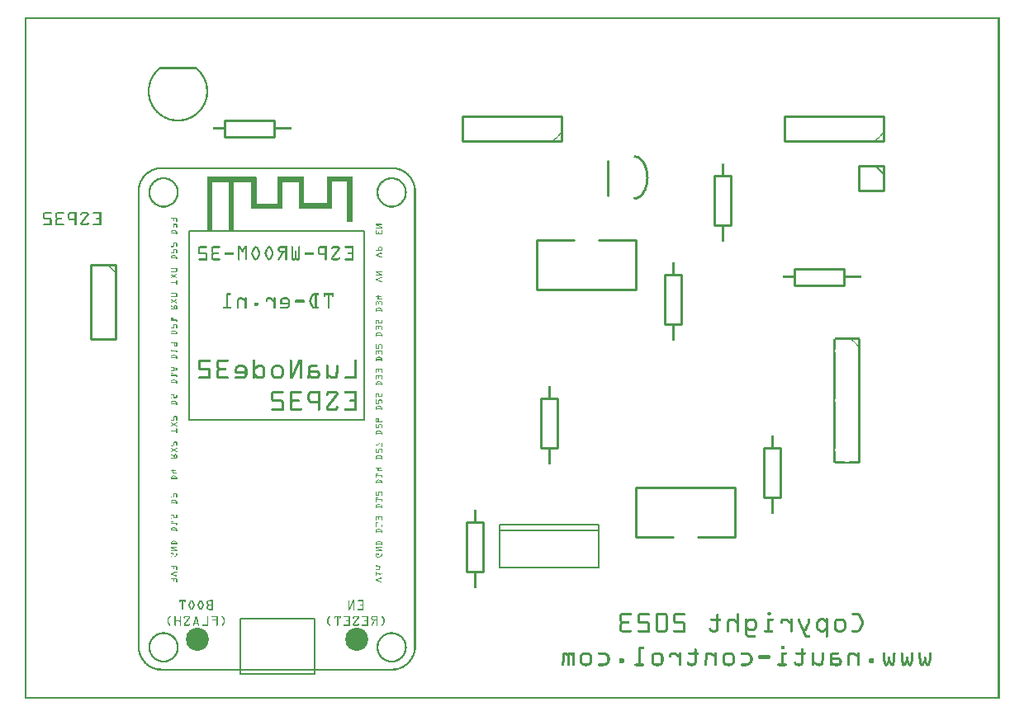
<source format=gbo>
G04 MADE WITH FRITZING*
G04 WWW.FRITZING.ORG*
G04 DOUBLE SIDED*
G04 HOLES PLATED*
G04 CONTOUR ON CENTER OF CONTOUR VECTOR*
%ASAXBY*%
%FSLAX23Y23*%
%MOIN*%
%OFA0B0*%
%SFA1.0B1.0*%
%ADD10C,0.093181*%
%ADD11R,0.305790X0.232295X0.290142X0.216647*%
%ADD12C,0.007824*%
%ADD13R,0.714466X0.769713X0.698818X0.754065*%
%ADD14C,0.008000*%
%ADD15C,0.010000*%
%ADD16C,0.005000*%
%ADD17R,0.001000X0.001000*%
%LNSILK0*%
G90*
G70*
G54D10*
X698Y243D03*
X1343Y243D03*
G54D12*
X873Y326D02*
X1171Y326D01*
X1171Y101D01*
X873Y101D01*
X873Y326D01*
D02*
X667Y1891D02*
X1373Y1891D01*
X1373Y1129D01*
X667Y1129D01*
X667Y1891D01*
D02*
G54D14*
X1920Y531D02*
X2320Y531D01*
D02*
X2320Y531D02*
X2320Y681D01*
D02*
X2320Y681D02*
X2320Y706D01*
D02*
X2320Y706D02*
X1920Y706D01*
D02*
X1920Y706D02*
X1920Y681D01*
D02*
X1920Y681D02*
X1920Y531D01*
D02*
X1920Y681D02*
X2320Y681D01*
G54D15*
D02*
X370Y1756D02*
X370Y1456D01*
D02*
X370Y1456D02*
X270Y1456D01*
D02*
X270Y1456D02*
X270Y1756D01*
D02*
X270Y1756D02*
X370Y1756D01*
D02*
X2356Y2176D02*
X2356Y2036D01*
D02*
X3470Y2156D02*
X3470Y2056D01*
D02*
X3470Y2056D02*
X3370Y2056D01*
D02*
X3370Y2056D02*
X3370Y2156D01*
D02*
X3370Y2156D02*
X3470Y2156D01*
G54D16*
D02*
X3470Y2121D02*
X3435Y2156D01*
G54D15*
D02*
X2853Y1915D02*
X2853Y2115D01*
D02*
X2853Y2115D02*
X2787Y2115D01*
D02*
X2787Y2115D02*
X2787Y1915D01*
D02*
X2787Y1915D02*
X2853Y1915D01*
D02*
X3053Y815D02*
X3053Y1015D01*
D02*
X3053Y1015D02*
X2987Y1015D01*
D02*
X2987Y1015D02*
X2987Y815D01*
D02*
X2987Y815D02*
X3053Y815D01*
D02*
X2653Y1515D02*
X2653Y1715D01*
D02*
X2653Y1715D02*
X2587Y1715D01*
D02*
X2587Y1715D02*
X2587Y1515D01*
D02*
X2587Y1515D02*
X2653Y1515D01*
D02*
X1010Y2339D02*
X810Y2339D01*
D02*
X810Y2339D02*
X810Y2273D01*
D02*
X810Y2273D02*
X1010Y2273D01*
D02*
X1010Y2273D02*
X1010Y2339D01*
D02*
X3310Y1739D02*
X3110Y1739D01*
D02*
X3110Y1739D02*
X3110Y1673D01*
D02*
X3110Y1673D02*
X3310Y1673D01*
D02*
X3310Y1673D02*
X3310Y1739D01*
D02*
X2470Y1856D02*
X2470Y1656D01*
D02*
X2470Y1656D02*
X2070Y1656D01*
D02*
X2070Y1656D02*
X2070Y1856D01*
D02*
X2470Y1856D02*
X2320Y1856D01*
D02*
X2220Y1856D02*
X2070Y1856D01*
D02*
X2153Y1015D02*
X2153Y1215D01*
D02*
X2153Y1215D02*
X2087Y1215D01*
D02*
X2087Y1215D02*
X2087Y1015D01*
D02*
X2087Y1015D02*
X2153Y1015D01*
D02*
X1853Y515D02*
X1853Y715D01*
D02*
X1853Y715D02*
X1787Y715D01*
D02*
X1787Y715D02*
X1787Y515D01*
D02*
X1787Y515D02*
X1853Y515D01*
D02*
X2170Y2256D02*
X1770Y2256D01*
D02*
X1770Y2256D02*
X1770Y2356D01*
D02*
X1770Y2356D02*
X2170Y2356D01*
D02*
X2170Y2356D02*
X2170Y2256D01*
D02*
X3470Y2256D02*
X3070Y2256D01*
D02*
X3070Y2256D02*
X3070Y2356D01*
D02*
X3070Y2356D02*
X3470Y2356D01*
D02*
X3470Y2356D02*
X3470Y2256D01*
D02*
X2470Y656D02*
X2470Y856D01*
D02*
X2470Y856D02*
X2870Y856D01*
D02*
X2870Y856D02*
X2870Y656D01*
D02*
X2470Y656D02*
X2620Y656D01*
D02*
X2720Y656D02*
X2870Y656D01*
G54D17*
X1Y2755D02*
X3937Y2755D01*
X1Y2754D02*
X3937Y2754D01*
X1Y2753D02*
X3937Y2753D01*
X1Y2752D02*
X3937Y2752D01*
X1Y2751D02*
X3937Y2751D01*
X1Y2750D02*
X3937Y2750D01*
X1Y2749D02*
X3937Y2749D01*
X1Y2748D02*
X3937Y2748D01*
X1Y2747D02*
X8Y2747D01*
X3930Y2747D02*
X3937Y2747D01*
X1Y2746D02*
X8Y2746D01*
X3930Y2746D02*
X3937Y2746D01*
X1Y2745D02*
X8Y2745D01*
X3930Y2745D02*
X3937Y2745D01*
X1Y2744D02*
X8Y2744D01*
X3930Y2744D02*
X3937Y2744D01*
X1Y2743D02*
X8Y2743D01*
X3930Y2743D02*
X3937Y2743D01*
X1Y2742D02*
X8Y2742D01*
X3930Y2742D02*
X3937Y2742D01*
X1Y2741D02*
X8Y2741D01*
X3930Y2741D02*
X3937Y2741D01*
X1Y2740D02*
X8Y2740D01*
X3930Y2740D02*
X3937Y2740D01*
X1Y2739D02*
X8Y2739D01*
X3930Y2739D02*
X3937Y2739D01*
X1Y2738D02*
X8Y2738D01*
X3930Y2738D02*
X3937Y2738D01*
X1Y2737D02*
X8Y2737D01*
X3930Y2737D02*
X3937Y2737D01*
X1Y2736D02*
X8Y2736D01*
X3930Y2736D02*
X3937Y2736D01*
X1Y2735D02*
X8Y2735D01*
X3930Y2735D02*
X3937Y2735D01*
X1Y2734D02*
X8Y2734D01*
X3930Y2734D02*
X3937Y2734D01*
X1Y2733D02*
X8Y2733D01*
X3930Y2733D02*
X3937Y2733D01*
X1Y2732D02*
X8Y2732D01*
X3930Y2732D02*
X3937Y2732D01*
X1Y2731D02*
X8Y2731D01*
X3930Y2731D02*
X3937Y2731D01*
X1Y2730D02*
X8Y2730D01*
X3930Y2730D02*
X3937Y2730D01*
X1Y2729D02*
X8Y2729D01*
X3930Y2729D02*
X3937Y2729D01*
X1Y2728D02*
X8Y2728D01*
X3930Y2728D02*
X3937Y2728D01*
X1Y2727D02*
X8Y2727D01*
X3930Y2727D02*
X3937Y2727D01*
X1Y2726D02*
X8Y2726D01*
X3930Y2726D02*
X3937Y2726D01*
X1Y2725D02*
X8Y2725D01*
X3930Y2725D02*
X3937Y2725D01*
X1Y2724D02*
X8Y2724D01*
X3930Y2724D02*
X3937Y2724D01*
X1Y2723D02*
X8Y2723D01*
X3930Y2723D02*
X3937Y2723D01*
X1Y2722D02*
X8Y2722D01*
X3930Y2722D02*
X3937Y2722D01*
X1Y2721D02*
X8Y2721D01*
X3930Y2721D02*
X3937Y2721D01*
X1Y2720D02*
X8Y2720D01*
X3930Y2720D02*
X3937Y2720D01*
X1Y2719D02*
X8Y2719D01*
X3930Y2719D02*
X3937Y2719D01*
X1Y2718D02*
X8Y2718D01*
X3930Y2718D02*
X3937Y2718D01*
X1Y2717D02*
X8Y2717D01*
X3930Y2717D02*
X3937Y2717D01*
X1Y2716D02*
X8Y2716D01*
X3930Y2716D02*
X3937Y2716D01*
X1Y2715D02*
X8Y2715D01*
X3930Y2715D02*
X3937Y2715D01*
X1Y2714D02*
X8Y2714D01*
X3930Y2714D02*
X3937Y2714D01*
X1Y2713D02*
X8Y2713D01*
X3930Y2713D02*
X3937Y2713D01*
X1Y2712D02*
X8Y2712D01*
X3930Y2712D02*
X3937Y2712D01*
X1Y2711D02*
X8Y2711D01*
X3930Y2711D02*
X3937Y2711D01*
X1Y2710D02*
X8Y2710D01*
X3930Y2710D02*
X3937Y2710D01*
X1Y2709D02*
X8Y2709D01*
X3930Y2709D02*
X3937Y2709D01*
X1Y2708D02*
X8Y2708D01*
X3930Y2708D02*
X3937Y2708D01*
X1Y2707D02*
X8Y2707D01*
X3930Y2707D02*
X3937Y2707D01*
X1Y2706D02*
X8Y2706D01*
X3930Y2706D02*
X3937Y2706D01*
X1Y2705D02*
X8Y2705D01*
X3930Y2705D02*
X3937Y2705D01*
X1Y2704D02*
X8Y2704D01*
X3930Y2704D02*
X3937Y2704D01*
X1Y2703D02*
X8Y2703D01*
X3930Y2703D02*
X3937Y2703D01*
X1Y2702D02*
X8Y2702D01*
X3930Y2702D02*
X3937Y2702D01*
X1Y2701D02*
X8Y2701D01*
X3930Y2701D02*
X3937Y2701D01*
X1Y2700D02*
X8Y2700D01*
X3930Y2700D02*
X3937Y2700D01*
X1Y2699D02*
X8Y2699D01*
X3930Y2699D02*
X3937Y2699D01*
X1Y2698D02*
X8Y2698D01*
X3930Y2698D02*
X3937Y2698D01*
X1Y2697D02*
X8Y2697D01*
X3930Y2697D02*
X3937Y2697D01*
X1Y2696D02*
X8Y2696D01*
X3930Y2696D02*
X3937Y2696D01*
X1Y2695D02*
X8Y2695D01*
X3930Y2695D02*
X3937Y2695D01*
X1Y2694D02*
X8Y2694D01*
X3930Y2694D02*
X3937Y2694D01*
X1Y2693D02*
X8Y2693D01*
X3930Y2693D02*
X3937Y2693D01*
X1Y2692D02*
X8Y2692D01*
X3930Y2692D02*
X3937Y2692D01*
X1Y2691D02*
X8Y2691D01*
X3930Y2691D02*
X3937Y2691D01*
X1Y2690D02*
X8Y2690D01*
X3930Y2690D02*
X3937Y2690D01*
X1Y2689D02*
X8Y2689D01*
X3930Y2689D02*
X3937Y2689D01*
X1Y2688D02*
X8Y2688D01*
X3930Y2688D02*
X3937Y2688D01*
X1Y2687D02*
X8Y2687D01*
X3930Y2687D02*
X3937Y2687D01*
X1Y2686D02*
X8Y2686D01*
X3930Y2686D02*
X3937Y2686D01*
X1Y2685D02*
X8Y2685D01*
X3930Y2685D02*
X3937Y2685D01*
X1Y2684D02*
X8Y2684D01*
X3930Y2684D02*
X3937Y2684D01*
X1Y2683D02*
X8Y2683D01*
X3930Y2683D02*
X3937Y2683D01*
X1Y2682D02*
X8Y2682D01*
X3930Y2682D02*
X3937Y2682D01*
X1Y2681D02*
X8Y2681D01*
X3930Y2681D02*
X3937Y2681D01*
X1Y2680D02*
X8Y2680D01*
X3930Y2680D02*
X3937Y2680D01*
X1Y2679D02*
X8Y2679D01*
X3930Y2679D02*
X3937Y2679D01*
X1Y2678D02*
X8Y2678D01*
X3930Y2678D02*
X3937Y2678D01*
X1Y2677D02*
X8Y2677D01*
X3930Y2677D02*
X3937Y2677D01*
X1Y2676D02*
X8Y2676D01*
X3930Y2676D02*
X3937Y2676D01*
X1Y2675D02*
X8Y2675D01*
X3930Y2675D02*
X3937Y2675D01*
X1Y2674D02*
X8Y2674D01*
X3930Y2674D02*
X3937Y2674D01*
X1Y2673D02*
X8Y2673D01*
X3930Y2673D02*
X3937Y2673D01*
X1Y2672D02*
X8Y2672D01*
X3930Y2672D02*
X3937Y2672D01*
X1Y2671D02*
X8Y2671D01*
X3930Y2671D02*
X3937Y2671D01*
X1Y2670D02*
X8Y2670D01*
X3930Y2670D02*
X3937Y2670D01*
X1Y2669D02*
X8Y2669D01*
X3930Y2669D02*
X3937Y2669D01*
X1Y2668D02*
X8Y2668D01*
X3930Y2668D02*
X3937Y2668D01*
X1Y2667D02*
X8Y2667D01*
X3930Y2667D02*
X3937Y2667D01*
X1Y2666D02*
X8Y2666D01*
X3930Y2666D02*
X3937Y2666D01*
X1Y2665D02*
X8Y2665D01*
X3930Y2665D02*
X3937Y2665D01*
X1Y2664D02*
X8Y2664D01*
X3930Y2664D02*
X3937Y2664D01*
X1Y2663D02*
X8Y2663D01*
X3930Y2663D02*
X3937Y2663D01*
X1Y2662D02*
X8Y2662D01*
X3930Y2662D02*
X3937Y2662D01*
X1Y2661D02*
X8Y2661D01*
X3930Y2661D02*
X3937Y2661D01*
X1Y2660D02*
X8Y2660D01*
X3930Y2660D02*
X3937Y2660D01*
X1Y2659D02*
X8Y2659D01*
X3930Y2659D02*
X3937Y2659D01*
X1Y2658D02*
X8Y2658D01*
X3930Y2658D02*
X3937Y2658D01*
X1Y2657D02*
X8Y2657D01*
X3930Y2657D02*
X3937Y2657D01*
X1Y2656D02*
X8Y2656D01*
X3930Y2656D02*
X3937Y2656D01*
X1Y2655D02*
X8Y2655D01*
X3930Y2655D02*
X3937Y2655D01*
X1Y2654D02*
X8Y2654D01*
X3930Y2654D02*
X3937Y2654D01*
X1Y2653D02*
X8Y2653D01*
X3930Y2653D02*
X3937Y2653D01*
X1Y2652D02*
X8Y2652D01*
X3930Y2652D02*
X3937Y2652D01*
X1Y2651D02*
X8Y2651D01*
X3930Y2651D02*
X3937Y2651D01*
X1Y2650D02*
X8Y2650D01*
X3930Y2650D02*
X3937Y2650D01*
X1Y2649D02*
X8Y2649D01*
X3930Y2649D02*
X3937Y2649D01*
X1Y2648D02*
X8Y2648D01*
X3930Y2648D02*
X3937Y2648D01*
X1Y2647D02*
X8Y2647D01*
X3930Y2647D02*
X3937Y2647D01*
X1Y2646D02*
X8Y2646D01*
X3930Y2646D02*
X3937Y2646D01*
X1Y2645D02*
X8Y2645D01*
X3930Y2645D02*
X3937Y2645D01*
X1Y2644D02*
X8Y2644D01*
X3930Y2644D02*
X3937Y2644D01*
X1Y2643D02*
X8Y2643D01*
X3930Y2643D02*
X3937Y2643D01*
X1Y2642D02*
X8Y2642D01*
X3930Y2642D02*
X3937Y2642D01*
X1Y2641D02*
X8Y2641D01*
X3930Y2641D02*
X3937Y2641D01*
X1Y2640D02*
X8Y2640D01*
X3930Y2640D02*
X3937Y2640D01*
X1Y2639D02*
X8Y2639D01*
X3930Y2639D02*
X3937Y2639D01*
X1Y2638D02*
X8Y2638D01*
X3930Y2638D02*
X3937Y2638D01*
X1Y2637D02*
X8Y2637D01*
X3930Y2637D02*
X3937Y2637D01*
X1Y2636D02*
X8Y2636D01*
X3930Y2636D02*
X3937Y2636D01*
X1Y2635D02*
X8Y2635D01*
X3930Y2635D02*
X3937Y2635D01*
X1Y2634D02*
X8Y2634D01*
X3930Y2634D02*
X3937Y2634D01*
X1Y2633D02*
X8Y2633D01*
X3930Y2633D02*
X3937Y2633D01*
X1Y2632D02*
X8Y2632D01*
X3930Y2632D02*
X3937Y2632D01*
X1Y2631D02*
X8Y2631D01*
X3930Y2631D02*
X3937Y2631D01*
X1Y2630D02*
X8Y2630D01*
X3930Y2630D02*
X3937Y2630D01*
X1Y2629D02*
X8Y2629D01*
X3930Y2629D02*
X3937Y2629D01*
X1Y2628D02*
X8Y2628D01*
X3930Y2628D02*
X3937Y2628D01*
X1Y2627D02*
X8Y2627D01*
X3930Y2627D02*
X3937Y2627D01*
X1Y2626D02*
X8Y2626D01*
X3930Y2626D02*
X3937Y2626D01*
X1Y2625D02*
X8Y2625D01*
X3930Y2625D02*
X3937Y2625D01*
X1Y2624D02*
X8Y2624D01*
X3930Y2624D02*
X3937Y2624D01*
X1Y2623D02*
X8Y2623D01*
X3930Y2623D02*
X3937Y2623D01*
X1Y2622D02*
X8Y2622D01*
X3930Y2622D02*
X3937Y2622D01*
X1Y2621D02*
X8Y2621D01*
X3930Y2621D02*
X3937Y2621D01*
X1Y2620D02*
X8Y2620D01*
X3930Y2620D02*
X3937Y2620D01*
X1Y2619D02*
X8Y2619D01*
X3930Y2619D02*
X3937Y2619D01*
X1Y2618D02*
X8Y2618D01*
X3930Y2618D02*
X3937Y2618D01*
X1Y2617D02*
X8Y2617D01*
X3930Y2617D02*
X3937Y2617D01*
X1Y2616D02*
X8Y2616D01*
X3930Y2616D02*
X3937Y2616D01*
X1Y2615D02*
X8Y2615D01*
X3930Y2615D02*
X3937Y2615D01*
X1Y2614D02*
X8Y2614D01*
X3930Y2614D02*
X3937Y2614D01*
X1Y2613D02*
X8Y2613D01*
X3930Y2613D02*
X3937Y2613D01*
X1Y2612D02*
X8Y2612D01*
X3930Y2612D02*
X3937Y2612D01*
X1Y2611D02*
X8Y2611D01*
X3930Y2611D02*
X3937Y2611D01*
X1Y2610D02*
X8Y2610D01*
X3930Y2610D02*
X3937Y2610D01*
X1Y2609D02*
X8Y2609D01*
X3930Y2609D02*
X3937Y2609D01*
X1Y2608D02*
X8Y2608D01*
X3930Y2608D02*
X3937Y2608D01*
X1Y2607D02*
X8Y2607D01*
X3930Y2607D02*
X3937Y2607D01*
X1Y2606D02*
X8Y2606D01*
X3930Y2606D02*
X3937Y2606D01*
X1Y2605D02*
X8Y2605D01*
X3930Y2605D02*
X3937Y2605D01*
X1Y2604D02*
X8Y2604D01*
X3930Y2604D02*
X3937Y2604D01*
X1Y2603D02*
X8Y2603D01*
X3930Y2603D02*
X3937Y2603D01*
X1Y2602D02*
X8Y2602D01*
X3930Y2602D02*
X3937Y2602D01*
X1Y2601D02*
X8Y2601D01*
X3930Y2601D02*
X3937Y2601D01*
X1Y2600D02*
X8Y2600D01*
X3930Y2600D02*
X3937Y2600D01*
X1Y2599D02*
X8Y2599D01*
X3930Y2599D02*
X3937Y2599D01*
X1Y2598D02*
X8Y2598D01*
X3930Y2598D02*
X3937Y2598D01*
X1Y2597D02*
X8Y2597D01*
X3930Y2597D02*
X3937Y2597D01*
X1Y2596D02*
X8Y2596D01*
X3930Y2596D02*
X3937Y2596D01*
X1Y2595D02*
X8Y2595D01*
X3930Y2595D02*
X3937Y2595D01*
X1Y2594D02*
X8Y2594D01*
X3930Y2594D02*
X3937Y2594D01*
X1Y2593D02*
X8Y2593D01*
X3930Y2593D02*
X3937Y2593D01*
X1Y2592D02*
X8Y2592D01*
X3930Y2592D02*
X3937Y2592D01*
X1Y2591D02*
X8Y2591D01*
X3930Y2591D02*
X3937Y2591D01*
X1Y2590D02*
X8Y2590D01*
X3930Y2590D02*
X3937Y2590D01*
X1Y2589D02*
X8Y2589D01*
X3930Y2589D02*
X3937Y2589D01*
X1Y2588D02*
X8Y2588D01*
X3930Y2588D02*
X3937Y2588D01*
X1Y2587D02*
X8Y2587D01*
X3930Y2587D02*
X3937Y2587D01*
X1Y2586D02*
X8Y2586D01*
X3930Y2586D02*
X3937Y2586D01*
X1Y2585D02*
X8Y2585D01*
X3930Y2585D02*
X3937Y2585D01*
X1Y2584D02*
X8Y2584D01*
X3930Y2584D02*
X3937Y2584D01*
X1Y2583D02*
X8Y2583D01*
X3930Y2583D02*
X3937Y2583D01*
X1Y2582D02*
X8Y2582D01*
X3930Y2582D02*
X3937Y2582D01*
X1Y2581D02*
X8Y2581D01*
X3930Y2581D02*
X3937Y2581D01*
X1Y2580D02*
X8Y2580D01*
X3930Y2580D02*
X3937Y2580D01*
X1Y2579D02*
X8Y2579D01*
X3930Y2579D02*
X3937Y2579D01*
X1Y2578D02*
X8Y2578D01*
X3930Y2578D02*
X3937Y2578D01*
X1Y2577D02*
X8Y2577D01*
X3930Y2577D02*
X3937Y2577D01*
X1Y2576D02*
X8Y2576D01*
X3930Y2576D02*
X3937Y2576D01*
X1Y2575D02*
X8Y2575D01*
X3930Y2575D02*
X3937Y2575D01*
X1Y2574D02*
X8Y2574D01*
X3930Y2574D02*
X3937Y2574D01*
X1Y2573D02*
X8Y2573D01*
X3930Y2573D02*
X3937Y2573D01*
X1Y2572D02*
X8Y2572D01*
X3930Y2572D02*
X3937Y2572D01*
X1Y2571D02*
X8Y2571D01*
X3930Y2571D02*
X3937Y2571D01*
X1Y2570D02*
X8Y2570D01*
X3930Y2570D02*
X3937Y2570D01*
X1Y2569D02*
X8Y2569D01*
X3930Y2569D02*
X3937Y2569D01*
X1Y2568D02*
X8Y2568D01*
X3930Y2568D02*
X3937Y2568D01*
X1Y2567D02*
X8Y2567D01*
X3930Y2567D02*
X3937Y2567D01*
X1Y2566D02*
X8Y2566D01*
X3930Y2566D02*
X3937Y2566D01*
X1Y2565D02*
X8Y2565D01*
X3930Y2565D02*
X3937Y2565D01*
X1Y2564D02*
X8Y2564D01*
X3930Y2564D02*
X3937Y2564D01*
X1Y2563D02*
X8Y2563D01*
X3930Y2563D02*
X3937Y2563D01*
X1Y2562D02*
X8Y2562D01*
X3930Y2562D02*
X3937Y2562D01*
X1Y2561D02*
X8Y2561D01*
X3930Y2561D02*
X3937Y2561D01*
X1Y2560D02*
X8Y2560D01*
X3930Y2560D02*
X3937Y2560D01*
X1Y2559D02*
X8Y2559D01*
X3930Y2559D02*
X3937Y2559D01*
X1Y2558D02*
X8Y2558D01*
X3930Y2558D02*
X3937Y2558D01*
X1Y2557D02*
X8Y2557D01*
X3930Y2557D02*
X3937Y2557D01*
X1Y2556D02*
X8Y2556D01*
X3930Y2556D02*
X3937Y2556D01*
X1Y2555D02*
X8Y2555D01*
X3930Y2555D02*
X3937Y2555D01*
X1Y2554D02*
X8Y2554D01*
X548Y2554D02*
X693Y2554D01*
X3930Y2554D02*
X3937Y2554D01*
X1Y2553D02*
X8Y2553D01*
X547Y2553D02*
X694Y2553D01*
X3930Y2553D02*
X3937Y2553D01*
X1Y2552D02*
X8Y2552D01*
X545Y2552D02*
X695Y2552D01*
X3930Y2552D02*
X3937Y2552D01*
X1Y2551D02*
X8Y2551D01*
X544Y2551D02*
X696Y2551D01*
X3930Y2551D02*
X3937Y2551D01*
X1Y2550D02*
X8Y2550D01*
X543Y2550D02*
X698Y2550D01*
X3930Y2550D02*
X3937Y2550D01*
X1Y2549D02*
X8Y2549D01*
X542Y2549D02*
X699Y2549D01*
X3930Y2549D02*
X3937Y2549D01*
X1Y2548D02*
X8Y2548D01*
X541Y2548D02*
X700Y2548D01*
X3930Y2548D02*
X3937Y2548D01*
X1Y2547D02*
X8Y2547D01*
X539Y2547D02*
X701Y2547D01*
X3930Y2547D02*
X3937Y2547D01*
X1Y2546D02*
X8Y2546D01*
X538Y2546D02*
X549Y2546D01*
X691Y2546D02*
X702Y2546D01*
X3930Y2546D02*
X3937Y2546D01*
X1Y2545D02*
X8Y2545D01*
X537Y2545D02*
X548Y2545D01*
X692Y2545D02*
X703Y2545D01*
X3930Y2545D02*
X3937Y2545D01*
X1Y2544D02*
X8Y2544D01*
X536Y2544D02*
X547Y2544D01*
X694Y2544D02*
X704Y2544D01*
X3930Y2544D02*
X3937Y2544D01*
X1Y2543D02*
X8Y2543D01*
X535Y2543D02*
X546Y2543D01*
X695Y2543D02*
X705Y2543D01*
X3930Y2543D02*
X3937Y2543D01*
X1Y2542D02*
X8Y2542D01*
X534Y2542D02*
X545Y2542D01*
X696Y2542D02*
X706Y2542D01*
X3930Y2542D02*
X3937Y2542D01*
X1Y2541D02*
X8Y2541D01*
X533Y2541D02*
X543Y2541D01*
X697Y2541D02*
X707Y2541D01*
X3930Y2541D02*
X3937Y2541D01*
X1Y2540D02*
X8Y2540D01*
X532Y2540D02*
X542Y2540D01*
X698Y2540D02*
X708Y2540D01*
X3930Y2540D02*
X3937Y2540D01*
X1Y2539D02*
X8Y2539D01*
X531Y2539D02*
X541Y2539D01*
X699Y2539D02*
X709Y2539D01*
X3930Y2539D02*
X3937Y2539D01*
X1Y2538D02*
X8Y2538D01*
X530Y2538D02*
X540Y2538D01*
X700Y2538D02*
X710Y2538D01*
X3930Y2538D02*
X3937Y2538D01*
X1Y2537D02*
X8Y2537D01*
X529Y2537D02*
X539Y2537D01*
X701Y2537D02*
X711Y2537D01*
X3930Y2537D02*
X3937Y2537D01*
X1Y2536D02*
X8Y2536D01*
X529Y2536D02*
X538Y2536D01*
X702Y2536D02*
X712Y2536D01*
X3930Y2536D02*
X3937Y2536D01*
X1Y2535D02*
X8Y2535D01*
X528Y2535D02*
X537Y2535D01*
X703Y2535D02*
X713Y2535D01*
X3930Y2535D02*
X3937Y2535D01*
X1Y2534D02*
X8Y2534D01*
X527Y2534D02*
X536Y2534D01*
X704Y2534D02*
X714Y2534D01*
X3930Y2534D02*
X3937Y2534D01*
X1Y2533D02*
X8Y2533D01*
X526Y2533D02*
X535Y2533D01*
X705Y2533D02*
X714Y2533D01*
X3930Y2533D02*
X3937Y2533D01*
X1Y2532D02*
X8Y2532D01*
X525Y2532D02*
X534Y2532D01*
X706Y2532D02*
X715Y2532D01*
X3930Y2532D02*
X3937Y2532D01*
X1Y2531D02*
X8Y2531D01*
X524Y2531D02*
X534Y2531D01*
X707Y2531D02*
X716Y2531D01*
X3930Y2531D02*
X3937Y2531D01*
X1Y2530D02*
X8Y2530D01*
X524Y2530D02*
X533Y2530D01*
X708Y2530D02*
X717Y2530D01*
X3930Y2530D02*
X3937Y2530D01*
X1Y2529D02*
X8Y2529D01*
X523Y2529D02*
X532Y2529D01*
X709Y2529D02*
X718Y2529D01*
X3930Y2529D02*
X3937Y2529D01*
X1Y2528D02*
X8Y2528D01*
X522Y2528D02*
X531Y2528D01*
X709Y2528D02*
X718Y2528D01*
X3930Y2528D02*
X3937Y2528D01*
X1Y2527D02*
X8Y2527D01*
X521Y2527D02*
X530Y2527D01*
X710Y2527D02*
X719Y2527D01*
X3930Y2527D02*
X3937Y2527D01*
X1Y2526D02*
X8Y2526D01*
X521Y2526D02*
X529Y2526D01*
X711Y2526D02*
X720Y2526D01*
X3930Y2526D02*
X3937Y2526D01*
X1Y2525D02*
X8Y2525D01*
X520Y2525D02*
X529Y2525D01*
X712Y2525D02*
X721Y2525D01*
X3930Y2525D02*
X3937Y2525D01*
X1Y2524D02*
X8Y2524D01*
X519Y2524D02*
X528Y2524D01*
X713Y2524D02*
X721Y2524D01*
X3930Y2524D02*
X3937Y2524D01*
X1Y2523D02*
X8Y2523D01*
X519Y2523D02*
X527Y2523D01*
X713Y2523D02*
X722Y2523D01*
X3930Y2523D02*
X3937Y2523D01*
X1Y2522D02*
X8Y2522D01*
X518Y2522D02*
X526Y2522D01*
X714Y2522D02*
X722Y2522D01*
X3930Y2522D02*
X3937Y2522D01*
X1Y2521D02*
X8Y2521D01*
X517Y2521D02*
X526Y2521D01*
X715Y2521D02*
X723Y2521D01*
X3930Y2521D02*
X3937Y2521D01*
X1Y2520D02*
X8Y2520D01*
X517Y2520D02*
X525Y2520D01*
X715Y2520D02*
X724Y2520D01*
X3930Y2520D02*
X3937Y2520D01*
X1Y2519D02*
X8Y2519D01*
X516Y2519D02*
X524Y2519D01*
X716Y2519D02*
X724Y2519D01*
X3930Y2519D02*
X3937Y2519D01*
X1Y2518D02*
X8Y2518D01*
X516Y2518D02*
X524Y2518D01*
X717Y2518D02*
X725Y2518D01*
X3930Y2518D02*
X3937Y2518D01*
X1Y2517D02*
X8Y2517D01*
X515Y2517D02*
X523Y2517D01*
X717Y2517D02*
X726Y2517D01*
X3930Y2517D02*
X3937Y2517D01*
X1Y2516D02*
X8Y2516D01*
X515Y2516D02*
X522Y2516D01*
X718Y2516D02*
X726Y2516D01*
X3930Y2516D02*
X3937Y2516D01*
X1Y2515D02*
X8Y2515D01*
X514Y2515D02*
X522Y2515D01*
X719Y2515D02*
X727Y2515D01*
X3930Y2515D02*
X3937Y2515D01*
X1Y2514D02*
X8Y2514D01*
X513Y2514D02*
X521Y2514D01*
X719Y2514D02*
X727Y2514D01*
X3930Y2514D02*
X3937Y2514D01*
X1Y2513D02*
X8Y2513D01*
X513Y2513D02*
X521Y2513D01*
X720Y2513D02*
X728Y2513D01*
X3930Y2513D02*
X3937Y2513D01*
X1Y2512D02*
X8Y2512D01*
X512Y2512D02*
X520Y2512D01*
X720Y2512D02*
X728Y2512D01*
X3930Y2512D02*
X3937Y2512D01*
X1Y2511D02*
X8Y2511D01*
X512Y2511D02*
X520Y2511D01*
X721Y2511D02*
X729Y2511D01*
X3930Y2511D02*
X3937Y2511D01*
X1Y2510D02*
X8Y2510D01*
X511Y2510D02*
X519Y2510D01*
X721Y2510D02*
X729Y2510D01*
X3930Y2510D02*
X3937Y2510D01*
X1Y2509D02*
X8Y2509D01*
X511Y2509D02*
X518Y2509D01*
X722Y2509D02*
X730Y2509D01*
X3930Y2509D02*
X3937Y2509D01*
X1Y2508D02*
X8Y2508D01*
X510Y2508D02*
X518Y2508D01*
X723Y2508D02*
X730Y2508D01*
X3930Y2508D02*
X3937Y2508D01*
X1Y2507D02*
X8Y2507D01*
X510Y2507D02*
X517Y2507D01*
X723Y2507D02*
X731Y2507D01*
X3930Y2507D02*
X3937Y2507D01*
X1Y2506D02*
X8Y2506D01*
X509Y2506D02*
X517Y2506D01*
X724Y2506D02*
X731Y2506D01*
X3930Y2506D02*
X3937Y2506D01*
X1Y2505D02*
X8Y2505D01*
X509Y2505D02*
X517Y2505D01*
X724Y2505D02*
X732Y2505D01*
X3930Y2505D02*
X3937Y2505D01*
X1Y2504D02*
X8Y2504D01*
X509Y2504D02*
X516Y2504D01*
X724Y2504D02*
X732Y2504D01*
X3930Y2504D02*
X3937Y2504D01*
X1Y2503D02*
X8Y2503D01*
X508Y2503D02*
X516Y2503D01*
X725Y2503D02*
X732Y2503D01*
X3930Y2503D02*
X3937Y2503D01*
X1Y2502D02*
X8Y2502D01*
X508Y2502D02*
X515Y2502D01*
X725Y2502D02*
X733Y2502D01*
X3930Y2502D02*
X3937Y2502D01*
X1Y2501D02*
X8Y2501D01*
X507Y2501D02*
X515Y2501D01*
X726Y2501D02*
X733Y2501D01*
X3930Y2501D02*
X3937Y2501D01*
X1Y2500D02*
X8Y2500D01*
X507Y2500D02*
X514Y2500D01*
X726Y2500D02*
X734Y2500D01*
X3930Y2500D02*
X3937Y2500D01*
X1Y2499D02*
X8Y2499D01*
X507Y2499D02*
X514Y2499D01*
X727Y2499D02*
X734Y2499D01*
X3930Y2499D02*
X3937Y2499D01*
X1Y2498D02*
X8Y2498D01*
X506Y2498D02*
X513Y2498D01*
X727Y2498D02*
X734Y2498D01*
X3930Y2498D02*
X3937Y2498D01*
X1Y2497D02*
X8Y2497D01*
X506Y2497D02*
X513Y2497D01*
X727Y2497D02*
X735Y2497D01*
X3930Y2497D02*
X3937Y2497D01*
X1Y2496D02*
X8Y2496D01*
X505Y2496D02*
X513Y2496D01*
X728Y2496D02*
X735Y2496D01*
X3930Y2496D02*
X3937Y2496D01*
X1Y2495D02*
X8Y2495D01*
X505Y2495D02*
X512Y2495D01*
X728Y2495D02*
X735Y2495D01*
X3930Y2495D02*
X3937Y2495D01*
X1Y2494D02*
X8Y2494D01*
X505Y2494D02*
X512Y2494D01*
X729Y2494D02*
X736Y2494D01*
X3930Y2494D02*
X3937Y2494D01*
X1Y2493D02*
X8Y2493D01*
X505Y2493D02*
X512Y2493D01*
X729Y2493D02*
X736Y2493D01*
X3930Y2493D02*
X3937Y2493D01*
X1Y2492D02*
X8Y2492D01*
X504Y2492D02*
X511Y2492D01*
X729Y2492D02*
X736Y2492D01*
X3930Y2492D02*
X3937Y2492D01*
X1Y2491D02*
X8Y2491D01*
X504Y2491D02*
X511Y2491D01*
X730Y2491D02*
X737Y2491D01*
X3930Y2491D02*
X3937Y2491D01*
X1Y2490D02*
X8Y2490D01*
X504Y2490D02*
X511Y2490D01*
X730Y2490D02*
X737Y2490D01*
X3930Y2490D02*
X3937Y2490D01*
X1Y2489D02*
X8Y2489D01*
X503Y2489D02*
X510Y2489D01*
X730Y2489D02*
X737Y2489D01*
X3930Y2489D02*
X3937Y2489D01*
X1Y2488D02*
X8Y2488D01*
X503Y2488D02*
X510Y2488D01*
X730Y2488D02*
X738Y2488D01*
X3930Y2488D02*
X3937Y2488D01*
X1Y2487D02*
X8Y2487D01*
X503Y2487D02*
X510Y2487D01*
X731Y2487D02*
X738Y2487D01*
X3930Y2487D02*
X3937Y2487D01*
X1Y2486D02*
X8Y2486D01*
X502Y2486D02*
X510Y2486D01*
X731Y2486D02*
X738Y2486D01*
X3930Y2486D02*
X3937Y2486D01*
X1Y2485D02*
X8Y2485D01*
X502Y2485D02*
X509Y2485D01*
X731Y2485D02*
X738Y2485D01*
X3930Y2485D02*
X3937Y2485D01*
X1Y2484D02*
X8Y2484D01*
X502Y2484D02*
X509Y2484D01*
X732Y2484D02*
X739Y2484D01*
X3930Y2484D02*
X3937Y2484D01*
X1Y2483D02*
X8Y2483D01*
X502Y2483D02*
X509Y2483D01*
X732Y2483D02*
X739Y2483D01*
X3930Y2483D02*
X3937Y2483D01*
X1Y2482D02*
X8Y2482D01*
X502Y2482D02*
X509Y2482D01*
X732Y2482D02*
X739Y2482D01*
X3930Y2482D02*
X3937Y2482D01*
X1Y2481D02*
X8Y2481D01*
X501Y2481D02*
X508Y2481D01*
X732Y2481D02*
X739Y2481D01*
X3930Y2481D02*
X3937Y2481D01*
X1Y2480D02*
X8Y2480D01*
X501Y2480D02*
X508Y2480D01*
X733Y2480D02*
X739Y2480D01*
X3930Y2480D02*
X3937Y2480D01*
X1Y2479D02*
X8Y2479D01*
X501Y2479D02*
X508Y2479D01*
X733Y2479D02*
X740Y2479D01*
X3930Y2479D02*
X3937Y2479D01*
X1Y2478D02*
X8Y2478D01*
X501Y2478D02*
X508Y2478D01*
X733Y2478D02*
X740Y2478D01*
X3930Y2478D02*
X3937Y2478D01*
X1Y2477D02*
X8Y2477D01*
X501Y2477D02*
X508Y2477D01*
X733Y2477D02*
X740Y2477D01*
X3930Y2477D02*
X3937Y2477D01*
X1Y2476D02*
X8Y2476D01*
X500Y2476D02*
X507Y2476D01*
X733Y2476D02*
X740Y2476D01*
X3930Y2476D02*
X3937Y2476D01*
X1Y2475D02*
X8Y2475D01*
X500Y2475D02*
X507Y2475D01*
X733Y2475D02*
X740Y2475D01*
X3930Y2475D02*
X3937Y2475D01*
X1Y2474D02*
X8Y2474D01*
X500Y2474D02*
X507Y2474D01*
X734Y2474D02*
X740Y2474D01*
X3930Y2474D02*
X3937Y2474D01*
X1Y2473D02*
X8Y2473D01*
X500Y2473D02*
X507Y2473D01*
X734Y2473D02*
X741Y2473D01*
X3930Y2473D02*
X3937Y2473D01*
X1Y2472D02*
X8Y2472D01*
X500Y2472D02*
X507Y2472D01*
X734Y2472D02*
X741Y2472D01*
X3930Y2472D02*
X3937Y2472D01*
X1Y2471D02*
X8Y2471D01*
X500Y2471D02*
X507Y2471D01*
X734Y2471D02*
X741Y2471D01*
X3930Y2471D02*
X3937Y2471D01*
X1Y2470D02*
X8Y2470D01*
X500Y2470D02*
X506Y2470D01*
X734Y2470D02*
X741Y2470D01*
X3930Y2470D02*
X3937Y2470D01*
X1Y2469D02*
X8Y2469D01*
X499Y2469D02*
X506Y2469D01*
X734Y2469D02*
X741Y2469D01*
X3930Y2469D02*
X3937Y2469D01*
X1Y2468D02*
X8Y2468D01*
X499Y2468D02*
X506Y2468D01*
X734Y2468D02*
X741Y2468D01*
X3930Y2468D02*
X3937Y2468D01*
X1Y2467D02*
X8Y2467D01*
X499Y2467D02*
X506Y2467D01*
X734Y2467D02*
X741Y2467D01*
X3930Y2467D02*
X3937Y2467D01*
X1Y2466D02*
X8Y2466D01*
X499Y2466D02*
X506Y2466D01*
X735Y2466D02*
X741Y2466D01*
X3930Y2466D02*
X3937Y2466D01*
X1Y2465D02*
X8Y2465D01*
X499Y2465D02*
X506Y2465D01*
X735Y2465D02*
X741Y2465D01*
X3930Y2465D02*
X3937Y2465D01*
X1Y2464D02*
X8Y2464D01*
X499Y2464D02*
X506Y2464D01*
X735Y2464D02*
X742Y2464D01*
X3930Y2464D02*
X3937Y2464D01*
X1Y2463D02*
X8Y2463D01*
X499Y2463D02*
X506Y2463D01*
X735Y2463D02*
X742Y2463D01*
X3930Y2463D02*
X3937Y2463D01*
X1Y2462D02*
X8Y2462D01*
X499Y2462D02*
X506Y2462D01*
X735Y2462D02*
X742Y2462D01*
X3930Y2462D02*
X3937Y2462D01*
X1Y2461D02*
X8Y2461D01*
X499Y2461D02*
X506Y2461D01*
X735Y2461D02*
X742Y2461D01*
X3930Y2461D02*
X3937Y2461D01*
X1Y2460D02*
X8Y2460D01*
X499Y2460D02*
X506Y2460D01*
X735Y2460D02*
X742Y2460D01*
X3930Y2460D02*
X3937Y2460D01*
X1Y2459D02*
X8Y2459D01*
X499Y2459D02*
X506Y2459D01*
X735Y2459D02*
X742Y2459D01*
X3930Y2459D02*
X3937Y2459D01*
X1Y2458D02*
X8Y2458D01*
X499Y2458D02*
X506Y2458D01*
X735Y2458D02*
X742Y2458D01*
X3930Y2458D02*
X3937Y2458D01*
X1Y2457D02*
X8Y2457D01*
X499Y2457D02*
X506Y2457D01*
X735Y2457D02*
X742Y2457D01*
X3930Y2457D02*
X3937Y2457D01*
X1Y2456D02*
X8Y2456D01*
X499Y2456D02*
X506Y2456D01*
X735Y2456D02*
X742Y2456D01*
X3930Y2456D02*
X3937Y2456D01*
X1Y2455D02*
X8Y2455D01*
X499Y2455D02*
X506Y2455D01*
X735Y2455D02*
X742Y2455D01*
X3930Y2455D02*
X3937Y2455D01*
X1Y2454D02*
X8Y2454D01*
X499Y2454D02*
X506Y2454D01*
X735Y2454D02*
X742Y2454D01*
X3930Y2454D02*
X3937Y2454D01*
X1Y2453D02*
X8Y2453D01*
X499Y2453D02*
X506Y2453D01*
X735Y2453D02*
X742Y2453D01*
X3930Y2453D02*
X3937Y2453D01*
X1Y2452D02*
X8Y2452D01*
X499Y2452D02*
X506Y2452D01*
X735Y2452D02*
X742Y2452D01*
X3930Y2452D02*
X3937Y2452D01*
X1Y2451D02*
X8Y2451D01*
X499Y2451D02*
X506Y2451D01*
X735Y2451D02*
X742Y2451D01*
X3930Y2451D02*
X3937Y2451D01*
X1Y2450D02*
X8Y2450D01*
X499Y2450D02*
X506Y2450D01*
X735Y2450D02*
X742Y2450D01*
X3930Y2450D02*
X3937Y2450D01*
X1Y2449D02*
X8Y2449D01*
X499Y2449D02*
X506Y2449D01*
X735Y2449D02*
X742Y2449D01*
X3930Y2449D02*
X3937Y2449D01*
X1Y2448D02*
X8Y2448D01*
X499Y2448D02*
X506Y2448D01*
X735Y2448D02*
X742Y2448D01*
X3930Y2448D02*
X3937Y2448D01*
X1Y2447D02*
X8Y2447D01*
X499Y2447D02*
X506Y2447D01*
X735Y2447D02*
X741Y2447D01*
X3930Y2447D02*
X3937Y2447D01*
X1Y2446D02*
X8Y2446D01*
X499Y2446D02*
X506Y2446D01*
X735Y2446D02*
X741Y2446D01*
X3930Y2446D02*
X3937Y2446D01*
X1Y2445D02*
X8Y2445D01*
X499Y2445D02*
X506Y2445D01*
X734Y2445D02*
X741Y2445D01*
X3930Y2445D02*
X3937Y2445D01*
X1Y2444D02*
X8Y2444D01*
X499Y2444D02*
X506Y2444D01*
X734Y2444D02*
X741Y2444D01*
X3930Y2444D02*
X3937Y2444D01*
X1Y2443D02*
X8Y2443D01*
X500Y2443D02*
X506Y2443D01*
X734Y2443D02*
X741Y2443D01*
X3930Y2443D02*
X3937Y2443D01*
X1Y2442D02*
X8Y2442D01*
X500Y2442D02*
X506Y2442D01*
X734Y2442D02*
X741Y2442D01*
X3930Y2442D02*
X3937Y2442D01*
X1Y2441D02*
X8Y2441D01*
X500Y2441D02*
X507Y2441D01*
X734Y2441D02*
X741Y2441D01*
X3930Y2441D02*
X3937Y2441D01*
X1Y2440D02*
X8Y2440D01*
X500Y2440D02*
X507Y2440D01*
X734Y2440D02*
X741Y2440D01*
X3930Y2440D02*
X3937Y2440D01*
X1Y2439D02*
X8Y2439D01*
X500Y2439D02*
X507Y2439D01*
X734Y2439D02*
X741Y2439D01*
X3930Y2439D02*
X3937Y2439D01*
X1Y2438D02*
X8Y2438D01*
X500Y2438D02*
X507Y2438D01*
X733Y2438D02*
X740Y2438D01*
X3930Y2438D02*
X3937Y2438D01*
X1Y2437D02*
X8Y2437D01*
X500Y2437D02*
X507Y2437D01*
X733Y2437D02*
X740Y2437D01*
X3930Y2437D02*
X3937Y2437D01*
X1Y2436D02*
X8Y2436D01*
X500Y2436D02*
X507Y2436D01*
X733Y2436D02*
X740Y2436D01*
X3930Y2436D02*
X3937Y2436D01*
X1Y2435D02*
X8Y2435D01*
X501Y2435D02*
X508Y2435D01*
X733Y2435D02*
X740Y2435D01*
X3930Y2435D02*
X3937Y2435D01*
X1Y2434D02*
X8Y2434D01*
X501Y2434D02*
X508Y2434D01*
X733Y2434D02*
X740Y2434D01*
X3930Y2434D02*
X3937Y2434D01*
X1Y2433D02*
X8Y2433D01*
X501Y2433D02*
X508Y2433D01*
X733Y2433D02*
X740Y2433D01*
X3930Y2433D02*
X3937Y2433D01*
X1Y2432D02*
X8Y2432D01*
X501Y2432D02*
X508Y2432D01*
X732Y2432D02*
X739Y2432D01*
X3930Y2432D02*
X3937Y2432D01*
X1Y2431D02*
X8Y2431D01*
X501Y2431D02*
X508Y2431D01*
X732Y2431D02*
X739Y2431D01*
X3930Y2431D02*
X3937Y2431D01*
X1Y2430D02*
X8Y2430D01*
X502Y2430D02*
X509Y2430D01*
X732Y2430D02*
X739Y2430D01*
X3930Y2430D02*
X3937Y2430D01*
X1Y2429D02*
X8Y2429D01*
X502Y2429D02*
X509Y2429D01*
X732Y2429D02*
X739Y2429D01*
X3930Y2429D02*
X3937Y2429D01*
X1Y2428D02*
X8Y2428D01*
X502Y2428D02*
X509Y2428D01*
X731Y2428D02*
X739Y2428D01*
X3930Y2428D02*
X3937Y2428D01*
X1Y2427D02*
X8Y2427D01*
X502Y2427D02*
X509Y2427D01*
X731Y2427D02*
X738Y2427D01*
X3930Y2427D02*
X3937Y2427D01*
X1Y2426D02*
X8Y2426D01*
X503Y2426D02*
X510Y2426D01*
X731Y2426D02*
X738Y2426D01*
X3930Y2426D02*
X3937Y2426D01*
X1Y2425D02*
X8Y2425D01*
X503Y2425D02*
X510Y2425D01*
X731Y2425D02*
X738Y2425D01*
X3930Y2425D02*
X3937Y2425D01*
X1Y2424D02*
X8Y2424D01*
X503Y2424D02*
X510Y2424D01*
X730Y2424D02*
X737Y2424D01*
X3930Y2424D02*
X3937Y2424D01*
X1Y2423D02*
X8Y2423D01*
X503Y2423D02*
X510Y2423D01*
X730Y2423D02*
X737Y2423D01*
X3930Y2423D02*
X3937Y2423D01*
X1Y2422D02*
X8Y2422D01*
X504Y2422D02*
X511Y2422D01*
X730Y2422D02*
X737Y2422D01*
X3930Y2422D02*
X3937Y2422D01*
X1Y2421D02*
X8Y2421D01*
X504Y2421D02*
X511Y2421D01*
X729Y2421D02*
X737Y2421D01*
X3930Y2421D02*
X3937Y2421D01*
X1Y2420D02*
X8Y2420D01*
X504Y2420D02*
X511Y2420D01*
X729Y2420D02*
X736Y2420D01*
X3930Y2420D02*
X3937Y2420D01*
X1Y2419D02*
X8Y2419D01*
X505Y2419D02*
X512Y2419D01*
X729Y2419D02*
X736Y2419D01*
X3930Y2419D02*
X3937Y2419D01*
X1Y2418D02*
X8Y2418D01*
X505Y2418D02*
X512Y2418D01*
X728Y2418D02*
X736Y2418D01*
X3930Y2418D02*
X3937Y2418D01*
X1Y2417D02*
X8Y2417D01*
X505Y2417D02*
X512Y2417D01*
X728Y2417D02*
X735Y2417D01*
X3930Y2417D02*
X3937Y2417D01*
X1Y2416D02*
X8Y2416D01*
X506Y2416D02*
X513Y2416D01*
X728Y2416D02*
X735Y2416D01*
X3930Y2416D02*
X3937Y2416D01*
X1Y2415D02*
X8Y2415D01*
X506Y2415D02*
X513Y2415D01*
X727Y2415D02*
X735Y2415D01*
X3930Y2415D02*
X3937Y2415D01*
X1Y2414D02*
X8Y2414D01*
X506Y2414D02*
X514Y2414D01*
X727Y2414D02*
X734Y2414D01*
X3930Y2414D02*
X3937Y2414D01*
X1Y2413D02*
X8Y2413D01*
X507Y2413D02*
X514Y2413D01*
X727Y2413D02*
X734Y2413D01*
X3930Y2413D02*
X3937Y2413D01*
X1Y2412D02*
X8Y2412D01*
X507Y2412D02*
X514Y2412D01*
X726Y2412D02*
X734Y2412D01*
X3930Y2412D02*
X3937Y2412D01*
X1Y2411D02*
X8Y2411D01*
X507Y2411D02*
X515Y2411D01*
X726Y2411D02*
X733Y2411D01*
X3930Y2411D02*
X3937Y2411D01*
X1Y2410D02*
X8Y2410D01*
X508Y2410D02*
X515Y2410D01*
X725Y2410D02*
X733Y2410D01*
X3930Y2410D02*
X3937Y2410D01*
X1Y2409D02*
X8Y2409D01*
X508Y2409D02*
X516Y2409D01*
X725Y2409D02*
X732Y2409D01*
X3930Y2409D02*
X3937Y2409D01*
X1Y2408D02*
X8Y2408D01*
X509Y2408D02*
X516Y2408D01*
X724Y2408D02*
X732Y2408D01*
X3930Y2408D02*
X3937Y2408D01*
X1Y2407D02*
X8Y2407D01*
X509Y2407D02*
X517Y2407D01*
X724Y2407D02*
X731Y2407D01*
X3930Y2407D02*
X3937Y2407D01*
X1Y2406D02*
X8Y2406D01*
X510Y2406D02*
X517Y2406D01*
X723Y2406D02*
X731Y2406D01*
X3930Y2406D02*
X3937Y2406D01*
X1Y2405D02*
X8Y2405D01*
X510Y2405D02*
X518Y2405D01*
X723Y2405D02*
X731Y2405D01*
X3930Y2405D02*
X3937Y2405D01*
X1Y2404D02*
X8Y2404D01*
X510Y2404D02*
X518Y2404D01*
X722Y2404D02*
X730Y2404D01*
X3930Y2404D02*
X3937Y2404D01*
X1Y2403D02*
X8Y2403D01*
X511Y2403D02*
X519Y2403D01*
X722Y2403D02*
X730Y2403D01*
X3930Y2403D02*
X3937Y2403D01*
X1Y2402D02*
X8Y2402D01*
X511Y2402D02*
X519Y2402D01*
X721Y2402D02*
X729Y2402D01*
X3930Y2402D02*
X3937Y2402D01*
X1Y2401D02*
X8Y2401D01*
X512Y2401D02*
X520Y2401D01*
X721Y2401D02*
X729Y2401D01*
X3930Y2401D02*
X3937Y2401D01*
X1Y2400D02*
X8Y2400D01*
X512Y2400D02*
X520Y2400D01*
X720Y2400D02*
X728Y2400D01*
X3930Y2400D02*
X3937Y2400D01*
X1Y2399D02*
X8Y2399D01*
X513Y2399D02*
X521Y2399D01*
X720Y2399D02*
X728Y2399D01*
X3930Y2399D02*
X3937Y2399D01*
X1Y2398D02*
X8Y2398D01*
X514Y2398D02*
X522Y2398D01*
X719Y2398D02*
X727Y2398D01*
X3930Y2398D02*
X3937Y2398D01*
X1Y2397D02*
X8Y2397D01*
X514Y2397D02*
X522Y2397D01*
X719Y2397D02*
X726Y2397D01*
X3930Y2397D02*
X3937Y2397D01*
X1Y2396D02*
X8Y2396D01*
X515Y2396D02*
X523Y2396D01*
X718Y2396D02*
X726Y2396D01*
X3930Y2396D02*
X3937Y2396D01*
X1Y2395D02*
X8Y2395D01*
X515Y2395D02*
X523Y2395D01*
X717Y2395D02*
X725Y2395D01*
X3930Y2395D02*
X3937Y2395D01*
X1Y2394D02*
X8Y2394D01*
X516Y2394D02*
X524Y2394D01*
X717Y2394D02*
X725Y2394D01*
X3930Y2394D02*
X3937Y2394D01*
X1Y2393D02*
X8Y2393D01*
X516Y2393D02*
X525Y2393D01*
X716Y2393D02*
X724Y2393D01*
X3930Y2393D02*
X3937Y2393D01*
X1Y2392D02*
X8Y2392D01*
X517Y2392D02*
X525Y2392D01*
X715Y2392D02*
X724Y2392D01*
X3930Y2392D02*
X3937Y2392D01*
X1Y2391D02*
X8Y2391D01*
X518Y2391D02*
X526Y2391D01*
X715Y2391D02*
X723Y2391D01*
X3930Y2391D02*
X3937Y2391D01*
X1Y2390D02*
X8Y2390D01*
X518Y2390D02*
X527Y2390D01*
X714Y2390D02*
X722Y2390D01*
X3930Y2390D02*
X3937Y2390D01*
X1Y2389D02*
X8Y2389D01*
X519Y2389D02*
X528Y2389D01*
X713Y2389D02*
X722Y2389D01*
X3930Y2389D02*
X3937Y2389D01*
X1Y2388D02*
X8Y2388D01*
X520Y2388D02*
X528Y2388D01*
X712Y2388D02*
X721Y2388D01*
X3930Y2388D02*
X3937Y2388D01*
X1Y2387D02*
X8Y2387D01*
X520Y2387D02*
X529Y2387D01*
X712Y2387D02*
X720Y2387D01*
X3930Y2387D02*
X3937Y2387D01*
X1Y2386D02*
X8Y2386D01*
X521Y2386D02*
X530Y2386D01*
X711Y2386D02*
X720Y2386D01*
X3930Y2386D02*
X3937Y2386D01*
X1Y2385D02*
X8Y2385D01*
X522Y2385D02*
X531Y2385D01*
X710Y2385D02*
X719Y2385D01*
X3930Y2385D02*
X3937Y2385D01*
X1Y2384D02*
X8Y2384D01*
X522Y2384D02*
X531Y2384D01*
X709Y2384D02*
X718Y2384D01*
X3930Y2384D02*
X3937Y2384D01*
X1Y2383D02*
X8Y2383D01*
X523Y2383D02*
X532Y2383D01*
X708Y2383D02*
X717Y2383D01*
X3930Y2383D02*
X3937Y2383D01*
X1Y2382D02*
X8Y2382D01*
X524Y2382D02*
X533Y2382D01*
X708Y2382D02*
X717Y2382D01*
X3930Y2382D02*
X3937Y2382D01*
X1Y2381D02*
X8Y2381D01*
X525Y2381D02*
X534Y2381D01*
X707Y2381D02*
X716Y2381D01*
X3930Y2381D02*
X3937Y2381D01*
X1Y2380D02*
X8Y2380D01*
X525Y2380D02*
X535Y2380D01*
X706Y2380D02*
X715Y2380D01*
X3930Y2380D02*
X3937Y2380D01*
X1Y2379D02*
X8Y2379D01*
X526Y2379D02*
X536Y2379D01*
X705Y2379D02*
X714Y2379D01*
X3930Y2379D02*
X3937Y2379D01*
X1Y2378D02*
X8Y2378D01*
X527Y2378D02*
X537Y2378D01*
X704Y2378D02*
X713Y2378D01*
X3930Y2378D02*
X3937Y2378D01*
X1Y2377D02*
X8Y2377D01*
X528Y2377D02*
X538Y2377D01*
X703Y2377D02*
X713Y2377D01*
X3930Y2377D02*
X3937Y2377D01*
X1Y2376D02*
X8Y2376D01*
X529Y2376D02*
X538Y2376D01*
X702Y2376D02*
X712Y2376D01*
X3930Y2376D02*
X3937Y2376D01*
X1Y2375D02*
X8Y2375D01*
X530Y2375D02*
X539Y2375D01*
X701Y2375D02*
X711Y2375D01*
X3930Y2375D02*
X3937Y2375D01*
X1Y2374D02*
X8Y2374D01*
X531Y2374D02*
X540Y2374D01*
X700Y2374D02*
X710Y2374D01*
X3930Y2374D02*
X3937Y2374D01*
X1Y2373D02*
X8Y2373D01*
X531Y2373D02*
X542Y2373D01*
X699Y2373D02*
X709Y2373D01*
X3930Y2373D02*
X3937Y2373D01*
X1Y2372D02*
X8Y2372D01*
X532Y2372D02*
X543Y2372D01*
X698Y2372D02*
X708Y2372D01*
X3930Y2372D02*
X3937Y2372D01*
X1Y2371D02*
X8Y2371D01*
X533Y2371D02*
X544Y2371D01*
X697Y2371D02*
X707Y2371D01*
X3930Y2371D02*
X3937Y2371D01*
X1Y2370D02*
X8Y2370D01*
X534Y2370D02*
X545Y2370D01*
X696Y2370D02*
X706Y2370D01*
X3930Y2370D02*
X3937Y2370D01*
X1Y2369D02*
X8Y2369D01*
X535Y2369D02*
X546Y2369D01*
X695Y2369D02*
X705Y2369D01*
X3930Y2369D02*
X3937Y2369D01*
X1Y2368D02*
X8Y2368D01*
X536Y2368D02*
X547Y2368D01*
X693Y2368D02*
X704Y2368D01*
X3930Y2368D02*
X3937Y2368D01*
X1Y2367D02*
X8Y2367D01*
X538Y2367D02*
X548Y2367D01*
X692Y2367D02*
X703Y2367D01*
X3930Y2367D02*
X3937Y2367D01*
X1Y2366D02*
X8Y2366D01*
X539Y2366D02*
X550Y2366D01*
X691Y2366D02*
X702Y2366D01*
X3930Y2366D02*
X3937Y2366D01*
X1Y2365D02*
X8Y2365D01*
X540Y2365D02*
X551Y2365D01*
X689Y2365D02*
X701Y2365D01*
X3930Y2365D02*
X3937Y2365D01*
X1Y2364D02*
X8Y2364D01*
X541Y2364D02*
X552Y2364D01*
X688Y2364D02*
X700Y2364D01*
X3930Y2364D02*
X3937Y2364D01*
X1Y2363D02*
X8Y2363D01*
X542Y2363D02*
X554Y2363D01*
X687Y2363D02*
X699Y2363D01*
X3930Y2363D02*
X3937Y2363D01*
X1Y2362D02*
X8Y2362D01*
X543Y2362D02*
X555Y2362D01*
X685Y2362D02*
X697Y2362D01*
X3930Y2362D02*
X3937Y2362D01*
X1Y2361D02*
X8Y2361D01*
X544Y2361D02*
X557Y2361D01*
X684Y2361D02*
X696Y2361D01*
X3930Y2361D02*
X3937Y2361D01*
X1Y2360D02*
X8Y2360D01*
X546Y2360D02*
X558Y2360D01*
X682Y2360D02*
X695Y2360D01*
X3930Y2360D02*
X3937Y2360D01*
X1Y2359D02*
X8Y2359D01*
X547Y2359D02*
X560Y2359D01*
X681Y2359D02*
X694Y2359D01*
X3930Y2359D02*
X3937Y2359D01*
X1Y2358D02*
X8Y2358D01*
X548Y2358D02*
X561Y2358D01*
X679Y2358D02*
X692Y2358D01*
X3930Y2358D02*
X3937Y2358D01*
X1Y2357D02*
X8Y2357D01*
X550Y2357D02*
X563Y2357D01*
X677Y2357D02*
X691Y2357D01*
X3930Y2357D02*
X3937Y2357D01*
X1Y2356D02*
X8Y2356D01*
X551Y2356D02*
X565Y2356D01*
X676Y2356D02*
X689Y2356D01*
X3930Y2356D02*
X3937Y2356D01*
X1Y2355D02*
X8Y2355D01*
X553Y2355D02*
X567Y2355D01*
X674Y2355D02*
X688Y2355D01*
X3930Y2355D02*
X3937Y2355D01*
X1Y2354D02*
X8Y2354D01*
X554Y2354D02*
X569Y2354D01*
X672Y2354D02*
X686Y2354D01*
X3930Y2354D02*
X3937Y2354D01*
X1Y2353D02*
X8Y2353D01*
X556Y2353D02*
X571Y2353D01*
X670Y2353D02*
X685Y2353D01*
X3930Y2353D02*
X3937Y2353D01*
X1Y2352D02*
X8Y2352D01*
X557Y2352D02*
X573Y2352D01*
X668Y2352D02*
X683Y2352D01*
X3930Y2352D02*
X3937Y2352D01*
X1Y2351D02*
X8Y2351D01*
X559Y2351D02*
X575Y2351D01*
X665Y2351D02*
X682Y2351D01*
X3930Y2351D02*
X3937Y2351D01*
X1Y2350D02*
X8Y2350D01*
X561Y2350D02*
X578Y2350D01*
X663Y2350D02*
X680Y2350D01*
X3930Y2350D02*
X3937Y2350D01*
X1Y2349D02*
X8Y2349D01*
X563Y2349D02*
X580Y2349D01*
X660Y2349D02*
X678Y2349D01*
X3930Y2349D02*
X3937Y2349D01*
X1Y2348D02*
X8Y2348D01*
X564Y2348D02*
X583Y2348D01*
X658Y2348D02*
X676Y2348D01*
X3930Y2348D02*
X3937Y2348D01*
X1Y2347D02*
X8Y2347D01*
X566Y2347D02*
X586Y2347D01*
X654Y2347D02*
X674Y2347D01*
X3930Y2347D02*
X3937Y2347D01*
X1Y2346D02*
X8Y2346D01*
X568Y2346D02*
X590Y2346D01*
X651Y2346D02*
X672Y2346D01*
X3930Y2346D02*
X3937Y2346D01*
X1Y2345D02*
X8Y2345D01*
X571Y2345D02*
X594Y2345D01*
X647Y2345D02*
X670Y2345D01*
X3930Y2345D02*
X3937Y2345D01*
X1Y2344D02*
X8Y2344D01*
X573Y2344D02*
X599Y2344D01*
X642Y2344D02*
X668Y2344D01*
X3930Y2344D02*
X3937Y2344D01*
X1Y2343D02*
X8Y2343D01*
X575Y2343D02*
X605Y2343D01*
X636Y2343D02*
X665Y2343D01*
X3930Y2343D02*
X3937Y2343D01*
X1Y2342D02*
X8Y2342D01*
X578Y2342D02*
X620Y2342D01*
X622Y2342D02*
X663Y2342D01*
X3930Y2342D02*
X3937Y2342D01*
X1Y2341D02*
X8Y2341D01*
X581Y2341D02*
X660Y2341D01*
X3930Y2341D02*
X3937Y2341D01*
X1Y2340D02*
X8Y2340D01*
X584Y2340D02*
X657Y2340D01*
X3930Y2340D02*
X3937Y2340D01*
X1Y2339D02*
X8Y2339D01*
X587Y2339D02*
X654Y2339D01*
X3930Y2339D02*
X3937Y2339D01*
X1Y2338D02*
X8Y2338D01*
X590Y2338D02*
X650Y2338D01*
X3930Y2338D02*
X3937Y2338D01*
X1Y2337D02*
X8Y2337D01*
X595Y2337D02*
X646Y2337D01*
X3930Y2337D02*
X3937Y2337D01*
X1Y2336D02*
X8Y2336D01*
X600Y2336D02*
X641Y2336D01*
X3930Y2336D02*
X3937Y2336D01*
X1Y2335D02*
X8Y2335D01*
X607Y2335D02*
X634Y2335D01*
X3930Y2335D02*
X3937Y2335D01*
X1Y2334D02*
X8Y2334D01*
X3930Y2334D02*
X3937Y2334D01*
X1Y2333D02*
X8Y2333D01*
X3930Y2333D02*
X3937Y2333D01*
X1Y2332D02*
X8Y2332D01*
X3930Y2332D02*
X3937Y2332D01*
X1Y2331D02*
X8Y2331D01*
X3930Y2331D02*
X3937Y2331D01*
X1Y2330D02*
X8Y2330D01*
X3930Y2330D02*
X3937Y2330D01*
X1Y2329D02*
X8Y2329D01*
X3930Y2329D02*
X3937Y2329D01*
X1Y2328D02*
X8Y2328D01*
X3930Y2328D02*
X3937Y2328D01*
X1Y2327D02*
X8Y2327D01*
X3930Y2327D02*
X3937Y2327D01*
X1Y2326D02*
X8Y2326D01*
X3930Y2326D02*
X3937Y2326D01*
X1Y2325D02*
X8Y2325D01*
X3930Y2325D02*
X3937Y2325D01*
X1Y2324D02*
X8Y2324D01*
X3930Y2324D02*
X3937Y2324D01*
X1Y2323D02*
X8Y2323D01*
X3930Y2323D02*
X3937Y2323D01*
X1Y2322D02*
X8Y2322D01*
X3930Y2322D02*
X3937Y2322D01*
X1Y2321D02*
X8Y2321D01*
X3930Y2321D02*
X3937Y2321D01*
X1Y2320D02*
X8Y2320D01*
X3930Y2320D02*
X3937Y2320D01*
X1Y2319D02*
X8Y2319D01*
X3930Y2319D02*
X3937Y2319D01*
X1Y2318D02*
X8Y2318D01*
X3930Y2318D02*
X3937Y2318D01*
X1Y2317D02*
X8Y2317D01*
X3930Y2317D02*
X3937Y2317D01*
X1Y2316D02*
X8Y2316D01*
X3930Y2316D02*
X3937Y2316D01*
X1Y2315D02*
X8Y2315D01*
X3930Y2315D02*
X3937Y2315D01*
X1Y2314D02*
X8Y2314D01*
X3930Y2314D02*
X3937Y2314D01*
X1Y2313D02*
X8Y2313D01*
X3930Y2313D02*
X3937Y2313D01*
X1Y2312D02*
X8Y2312D01*
X3930Y2312D02*
X3937Y2312D01*
X1Y2311D02*
X8Y2311D01*
X3930Y2311D02*
X3937Y2311D01*
X1Y2310D02*
X8Y2310D01*
X763Y2310D02*
X810Y2310D01*
X1011Y2310D02*
X1078Y2310D01*
X3930Y2310D02*
X3937Y2310D01*
X1Y2309D02*
X8Y2309D01*
X763Y2309D02*
X810Y2309D01*
X1011Y2309D02*
X1077Y2309D01*
X3930Y2309D02*
X3937Y2309D01*
X1Y2308D02*
X8Y2308D01*
X763Y2308D02*
X810Y2308D01*
X1011Y2308D02*
X1077Y2308D01*
X3930Y2308D02*
X3937Y2308D01*
X1Y2307D02*
X8Y2307D01*
X763Y2307D02*
X810Y2307D01*
X1011Y2307D02*
X1077Y2307D01*
X3930Y2307D02*
X3937Y2307D01*
X1Y2306D02*
X8Y2306D01*
X763Y2306D02*
X810Y2306D01*
X1011Y2306D02*
X1077Y2306D01*
X3930Y2306D02*
X3937Y2306D01*
X1Y2305D02*
X8Y2305D01*
X763Y2305D02*
X810Y2305D01*
X1011Y2305D02*
X1077Y2305D01*
X3930Y2305D02*
X3937Y2305D01*
X1Y2304D02*
X8Y2304D01*
X763Y2304D02*
X810Y2304D01*
X1011Y2304D02*
X1077Y2304D01*
X3930Y2304D02*
X3937Y2304D01*
X1Y2303D02*
X8Y2303D01*
X763Y2303D02*
X810Y2303D01*
X1011Y2303D02*
X1077Y2303D01*
X3930Y2303D02*
X3937Y2303D01*
X1Y2302D02*
X8Y2302D01*
X763Y2302D02*
X810Y2302D01*
X1011Y2302D02*
X1077Y2302D01*
X3930Y2302D02*
X3937Y2302D01*
X1Y2301D02*
X8Y2301D01*
X763Y2301D02*
X810Y2301D01*
X1011Y2301D02*
X1078Y2301D01*
X3930Y2301D02*
X3937Y2301D01*
X1Y2300D02*
X8Y2300D01*
X3930Y2300D02*
X3937Y2300D01*
X1Y2299D02*
X8Y2299D01*
X3930Y2299D02*
X3937Y2299D01*
X1Y2298D02*
X8Y2298D01*
X3930Y2298D02*
X3937Y2298D01*
X1Y2297D02*
X8Y2297D01*
X3930Y2297D02*
X3937Y2297D01*
X1Y2296D02*
X8Y2296D01*
X3930Y2296D02*
X3937Y2296D01*
X1Y2295D02*
X8Y2295D01*
X3930Y2295D02*
X3937Y2295D01*
X1Y2294D02*
X8Y2294D01*
X3930Y2294D02*
X3937Y2294D01*
X1Y2293D02*
X8Y2293D01*
X3930Y2293D02*
X3937Y2293D01*
X1Y2292D02*
X8Y2292D01*
X3930Y2292D02*
X3937Y2292D01*
X1Y2291D02*
X8Y2291D01*
X2168Y2291D02*
X2169Y2291D01*
X3468Y2291D02*
X3469Y2291D01*
X3930Y2291D02*
X3937Y2291D01*
X1Y2290D02*
X8Y2290D01*
X2167Y2290D02*
X2170Y2290D01*
X3467Y2290D02*
X3470Y2290D01*
X3930Y2290D02*
X3937Y2290D01*
X1Y2289D02*
X8Y2289D01*
X2166Y2289D02*
X2171Y2289D01*
X3466Y2289D02*
X3471Y2289D01*
X3930Y2289D02*
X3937Y2289D01*
X1Y2288D02*
X8Y2288D01*
X2165Y2288D02*
X2171Y2288D01*
X3465Y2288D02*
X3471Y2288D01*
X3930Y2288D02*
X3937Y2288D01*
X1Y2287D02*
X8Y2287D01*
X2164Y2287D02*
X2170Y2287D01*
X3464Y2287D02*
X3470Y2287D01*
X3930Y2287D02*
X3937Y2287D01*
X1Y2286D02*
X8Y2286D01*
X2163Y2286D02*
X2169Y2286D01*
X3463Y2286D02*
X3469Y2286D01*
X3930Y2286D02*
X3937Y2286D01*
X1Y2285D02*
X8Y2285D01*
X2162Y2285D02*
X2168Y2285D01*
X3462Y2285D02*
X3468Y2285D01*
X3930Y2285D02*
X3937Y2285D01*
X1Y2284D02*
X8Y2284D01*
X2161Y2284D02*
X2167Y2284D01*
X3461Y2284D02*
X3467Y2284D01*
X3930Y2284D02*
X3937Y2284D01*
X1Y2283D02*
X8Y2283D01*
X2160Y2283D02*
X2166Y2283D01*
X3460Y2283D02*
X3466Y2283D01*
X3930Y2283D02*
X3937Y2283D01*
X1Y2282D02*
X8Y2282D01*
X2159Y2282D02*
X2165Y2282D01*
X3459Y2282D02*
X3465Y2282D01*
X3930Y2282D02*
X3937Y2282D01*
X1Y2281D02*
X8Y2281D01*
X2158Y2281D02*
X2164Y2281D01*
X3458Y2281D02*
X3464Y2281D01*
X3930Y2281D02*
X3937Y2281D01*
X1Y2280D02*
X8Y2280D01*
X2157Y2280D02*
X2163Y2280D01*
X3457Y2280D02*
X3463Y2280D01*
X3930Y2280D02*
X3937Y2280D01*
X1Y2279D02*
X8Y2279D01*
X2157Y2279D02*
X2162Y2279D01*
X3457Y2279D02*
X3462Y2279D01*
X3930Y2279D02*
X3937Y2279D01*
X1Y2278D02*
X8Y2278D01*
X2156Y2278D02*
X2161Y2278D01*
X3456Y2278D02*
X3461Y2278D01*
X3930Y2278D02*
X3937Y2278D01*
X1Y2277D02*
X8Y2277D01*
X2155Y2277D02*
X2160Y2277D01*
X3455Y2277D02*
X3460Y2277D01*
X3930Y2277D02*
X3937Y2277D01*
X1Y2276D02*
X8Y2276D01*
X2154Y2276D02*
X2159Y2276D01*
X3454Y2276D02*
X3459Y2276D01*
X3930Y2276D02*
X3937Y2276D01*
X1Y2275D02*
X8Y2275D01*
X2153Y2275D02*
X2158Y2275D01*
X3453Y2275D02*
X3458Y2275D01*
X3930Y2275D02*
X3937Y2275D01*
X1Y2274D02*
X8Y2274D01*
X2153Y2274D02*
X2157Y2274D01*
X3453Y2274D02*
X3457Y2274D01*
X3930Y2274D02*
X3937Y2274D01*
X1Y2273D02*
X8Y2273D01*
X2151Y2273D02*
X2156Y2273D01*
X3451Y2273D02*
X3456Y2273D01*
X3930Y2273D02*
X3937Y2273D01*
X1Y2272D02*
X8Y2272D01*
X2150Y2272D02*
X2155Y2272D01*
X3450Y2272D02*
X3455Y2272D01*
X3930Y2272D02*
X3937Y2272D01*
X1Y2271D02*
X8Y2271D01*
X2149Y2271D02*
X2154Y2271D01*
X3449Y2271D02*
X3454Y2271D01*
X3930Y2271D02*
X3937Y2271D01*
X1Y2270D02*
X8Y2270D01*
X2148Y2270D02*
X2153Y2270D01*
X3448Y2270D02*
X3453Y2270D01*
X3930Y2270D02*
X3937Y2270D01*
X1Y2269D02*
X8Y2269D01*
X2146Y2269D02*
X2152Y2269D01*
X3446Y2269D02*
X3452Y2269D01*
X3930Y2269D02*
X3937Y2269D01*
X1Y2268D02*
X8Y2268D01*
X2145Y2268D02*
X2151Y2268D01*
X3445Y2268D02*
X3451Y2268D01*
X3930Y2268D02*
X3937Y2268D01*
X1Y2267D02*
X8Y2267D01*
X2144Y2267D02*
X2150Y2267D01*
X3444Y2267D02*
X3450Y2267D01*
X3930Y2267D02*
X3937Y2267D01*
X1Y2266D02*
X8Y2266D01*
X2143Y2266D02*
X2149Y2266D01*
X3443Y2266D02*
X3449Y2266D01*
X3930Y2266D02*
X3937Y2266D01*
X1Y2265D02*
X8Y2265D01*
X2142Y2265D02*
X2148Y2265D01*
X3442Y2265D02*
X3448Y2265D01*
X3930Y2265D02*
X3937Y2265D01*
X1Y2264D02*
X8Y2264D01*
X2141Y2264D02*
X2147Y2264D01*
X3441Y2264D02*
X3447Y2264D01*
X3930Y2264D02*
X3937Y2264D01*
X1Y2263D02*
X8Y2263D01*
X2140Y2263D02*
X2146Y2263D01*
X3440Y2263D02*
X3446Y2263D01*
X3930Y2263D02*
X3937Y2263D01*
X1Y2262D02*
X8Y2262D01*
X2139Y2262D02*
X2145Y2262D01*
X3439Y2262D02*
X3445Y2262D01*
X3930Y2262D02*
X3937Y2262D01*
X1Y2261D02*
X8Y2261D01*
X2138Y2261D02*
X2144Y2261D01*
X3438Y2261D02*
X3444Y2261D01*
X3930Y2261D02*
X3937Y2261D01*
X1Y2260D02*
X8Y2260D01*
X2137Y2260D02*
X2143Y2260D01*
X3437Y2260D02*
X3443Y2260D01*
X3930Y2260D02*
X3937Y2260D01*
X1Y2259D02*
X8Y2259D01*
X2136Y2259D02*
X2142Y2259D01*
X3436Y2259D02*
X3442Y2259D01*
X3930Y2259D02*
X3937Y2259D01*
X1Y2258D02*
X8Y2258D01*
X2135Y2258D02*
X2141Y2258D01*
X3435Y2258D02*
X3441Y2258D01*
X3930Y2258D02*
X3937Y2258D01*
X1Y2257D02*
X8Y2257D01*
X2134Y2257D02*
X2140Y2257D01*
X3434Y2257D02*
X3440Y2257D01*
X3930Y2257D02*
X3937Y2257D01*
X1Y2256D02*
X8Y2256D01*
X2135Y2256D02*
X2139Y2256D01*
X3435Y2256D02*
X3439Y2256D01*
X3930Y2256D02*
X3937Y2256D01*
X1Y2255D02*
X8Y2255D01*
X2136Y2255D02*
X2138Y2255D01*
X3436Y2255D02*
X3438Y2255D01*
X3930Y2255D02*
X3937Y2255D01*
X1Y2254D02*
X8Y2254D01*
X2137Y2254D02*
X2137Y2254D01*
X3437Y2254D02*
X3437Y2254D01*
X3930Y2254D02*
X3937Y2254D01*
X1Y2253D02*
X8Y2253D01*
X3930Y2253D02*
X3937Y2253D01*
X1Y2252D02*
X8Y2252D01*
X3930Y2252D02*
X3937Y2252D01*
X1Y2251D02*
X8Y2251D01*
X3930Y2251D02*
X3937Y2251D01*
X1Y2250D02*
X8Y2250D01*
X3930Y2250D02*
X3937Y2250D01*
X1Y2249D02*
X8Y2249D01*
X3930Y2249D02*
X3937Y2249D01*
X1Y2248D02*
X8Y2248D01*
X3930Y2248D02*
X3937Y2248D01*
X1Y2247D02*
X8Y2247D01*
X3930Y2247D02*
X3937Y2247D01*
X1Y2246D02*
X8Y2246D01*
X3930Y2246D02*
X3937Y2246D01*
X1Y2245D02*
X8Y2245D01*
X3930Y2245D02*
X3937Y2245D01*
X1Y2244D02*
X8Y2244D01*
X3930Y2244D02*
X3937Y2244D01*
X1Y2243D02*
X8Y2243D01*
X3930Y2243D02*
X3937Y2243D01*
X1Y2242D02*
X8Y2242D01*
X3930Y2242D02*
X3937Y2242D01*
X1Y2241D02*
X8Y2241D01*
X3930Y2241D02*
X3937Y2241D01*
X1Y2240D02*
X8Y2240D01*
X3930Y2240D02*
X3937Y2240D01*
X1Y2239D02*
X8Y2239D01*
X3930Y2239D02*
X3937Y2239D01*
X1Y2238D02*
X8Y2238D01*
X3930Y2238D02*
X3937Y2238D01*
X1Y2237D02*
X8Y2237D01*
X3930Y2237D02*
X3937Y2237D01*
X1Y2236D02*
X8Y2236D01*
X3930Y2236D02*
X3937Y2236D01*
X1Y2235D02*
X8Y2235D01*
X3930Y2235D02*
X3937Y2235D01*
X1Y2234D02*
X8Y2234D01*
X3930Y2234D02*
X3937Y2234D01*
X1Y2233D02*
X8Y2233D01*
X3930Y2233D02*
X3937Y2233D01*
X1Y2232D02*
X8Y2232D01*
X3930Y2232D02*
X3937Y2232D01*
X1Y2231D02*
X8Y2231D01*
X3930Y2231D02*
X3937Y2231D01*
X1Y2230D02*
X8Y2230D01*
X3930Y2230D02*
X3937Y2230D01*
X1Y2229D02*
X8Y2229D01*
X3930Y2229D02*
X3937Y2229D01*
X1Y2228D02*
X8Y2228D01*
X3930Y2228D02*
X3937Y2228D01*
X1Y2227D02*
X8Y2227D01*
X3930Y2227D02*
X3937Y2227D01*
X1Y2226D02*
X8Y2226D01*
X3930Y2226D02*
X3937Y2226D01*
X1Y2225D02*
X8Y2225D01*
X3930Y2225D02*
X3937Y2225D01*
X1Y2224D02*
X8Y2224D01*
X3930Y2224D02*
X3937Y2224D01*
X1Y2223D02*
X8Y2223D01*
X3930Y2223D02*
X3937Y2223D01*
X1Y2222D02*
X8Y2222D01*
X3930Y2222D02*
X3937Y2222D01*
X1Y2221D02*
X8Y2221D01*
X3930Y2221D02*
X3937Y2221D01*
X1Y2220D02*
X8Y2220D01*
X3930Y2220D02*
X3937Y2220D01*
X1Y2219D02*
X8Y2219D01*
X3930Y2219D02*
X3937Y2219D01*
X1Y2218D02*
X8Y2218D01*
X3930Y2218D02*
X3937Y2218D01*
X1Y2217D02*
X8Y2217D01*
X3930Y2217D02*
X3937Y2217D01*
X1Y2216D02*
X8Y2216D01*
X3930Y2216D02*
X3937Y2216D01*
X1Y2215D02*
X8Y2215D01*
X3930Y2215D02*
X3937Y2215D01*
X1Y2214D02*
X8Y2214D01*
X3930Y2214D02*
X3937Y2214D01*
X1Y2213D02*
X8Y2213D01*
X3930Y2213D02*
X3937Y2213D01*
X1Y2212D02*
X8Y2212D01*
X3930Y2212D02*
X3937Y2212D01*
X1Y2211D02*
X8Y2211D01*
X3930Y2211D02*
X3937Y2211D01*
X1Y2210D02*
X8Y2210D01*
X3930Y2210D02*
X3937Y2210D01*
X1Y2209D02*
X8Y2209D01*
X3930Y2209D02*
X3937Y2209D01*
X1Y2208D02*
X8Y2208D01*
X3930Y2208D02*
X3937Y2208D01*
X1Y2207D02*
X8Y2207D01*
X3930Y2207D02*
X3937Y2207D01*
X1Y2206D02*
X8Y2206D01*
X3930Y2206D02*
X3937Y2206D01*
X1Y2205D02*
X8Y2205D01*
X3930Y2205D02*
X3937Y2205D01*
X1Y2204D02*
X8Y2204D01*
X3930Y2204D02*
X3937Y2204D01*
X1Y2203D02*
X8Y2203D01*
X3930Y2203D02*
X3937Y2203D01*
X1Y2202D02*
X8Y2202D01*
X3930Y2202D02*
X3937Y2202D01*
X1Y2201D02*
X8Y2201D01*
X3930Y2201D02*
X3937Y2201D01*
X1Y2200D02*
X8Y2200D01*
X3930Y2200D02*
X3937Y2200D01*
X1Y2199D02*
X8Y2199D01*
X3930Y2199D02*
X3937Y2199D01*
X1Y2198D02*
X8Y2198D01*
X3930Y2198D02*
X3937Y2198D01*
X1Y2197D02*
X8Y2197D01*
X2462Y2197D02*
X2468Y2197D01*
X3930Y2197D02*
X3937Y2197D01*
X1Y2196D02*
X8Y2196D01*
X2462Y2196D02*
X2473Y2196D01*
X3930Y2196D02*
X3937Y2196D01*
X1Y2195D02*
X8Y2195D01*
X2462Y2195D02*
X2475Y2195D01*
X3930Y2195D02*
X3937Y2195D01*
X1Y2194D02*
X8Y2194D01*
X2462Y2194D02*
X2478Y2194D01*
X3930Y2194D02*
X3937Y2194D01*
X1Y2193D02*
X8Y2193D01*
X2461Y2193D02*
X2480Y2193D01*
X3930Y2193D02*
X3937Y2193D01*
X1Y2192D02*
X8Y2192D01*
X2461Y2192D02*
X2482Y2192D01*
X3930Y2192D02*
X3937Y2192D01*
X1Y2191D02*
X8Y2191D01*
X2461Y2191D02*
X2483Y2191D01*
X3930Y2191D02*
X3937Y2191D01*
X1Y2190D02*
X8Y2190D01*
X2460Y2190D02*
X2485Y2190D01*
X3930Y2190D02*
X3937Y2190D01*
X1Y2189D02*
X8Y2189D01*
X2460Y2189D02*
X2486Y2189D01*
X3930Y2189D02*
X3937Y2189D01*
X1Y2188D02*
X8Y2188D01*
X2462Y2188D02*
X2488Y2188D01*
X3930Y2188D02*
X3937Y2188D01*
X1Y2187D02*
X8Y2187D01*
X2469Y2187D02*
X2489Y2187D01*
X3930Y2187D02*
X3937Y2187D01*
X1Y2186D02*
X8Y2186D01*
X2473Y2186D02*
X2490Y2186D01*
X3930Y2186D02*
X3937Y2186D01*
X1Y2185D02*
X8Y2185D01*
X2475Y2185D02*
X2491Y2185D01*
X3930Y2185D02*
X3937Y2185D01*
X1Y2184D02*
X8Y2184D01*
X2477Y2184D02*
X2492Y2184D01*
X3930Y2184D02*
X3937Y2184D01*
X1Y2183D02*
X8Y2183D01*
X2479Y2183D02*
X2493Y2183D01*
X3930Y2183D02*
X3937Y2183D01*
X1Y2182D02*
X8Y2182D01*
X2480Y2182D02*
X2494Y2182D01*
X3930Y2182D02*
X3937Y2182D01*
X1Y2181D02*
X8Y2181D01*
X2482Y2181D02*
X2495Y2181D01*
X3930Y2181D02*
X3937Y2181D01*
X1Y2180D02*
X8Y2180D01*
X2483Y2180D02*
X2496Y2180D01*
X3930Y2180D02*
X3937Y2180D01*
X1Y2179D02*
X8Y2179D01*
X2484Y2179D02*
X2497Y2179D01*
X3930Y2179D02*
X3937Y2179D01*
X1Y2178D02*
X8Y2178D01*
X2486Y2178D02*
X2498Y2178D01*
X3930Y2178D02*
X3937Y2178D01*
X1Y2177D02*
X8Y2177D01*
X2487Y2177D02*
X2499Y2177D01*
X3930Y2177D02*
X3937Y2177D01*
X1Y2176D02*
X8Y2176D01*
X2488Y2176D02*
X2500Y2176D01*
X3930Y2176D02*
X3937Y2176D01*
X1Y2175D02*
X8Y2175D01*
X2488Y2175D02*
X2500Y2175D01*
X3930Y2175D02*
X3937Y2175D01*
X1Y2174D02*
X8Y2174D01*
X2489Y2174D02*
X2501Y2174D01*
X3930Y2174D02*
X3937Y2174D01*
X1Y2173D02*
X8Y2173D01*
X2490Y2173D02*
X2502Y2173D01*
X3930Y2173D02*
X3937Y2173D01*
X1Y2172D02*
X8Y2172D01*
X2491Y2172D02*
X2502Y2172D01*
X3930Y2172D02*
X3937Y2172D01*
X1Y2171D02*
X8Y2171D01*
X2492Y2171D02*
X2503Y2171D01*
X3930Y2171D02*
X3937Y2171D01*
X1Y2170D02*
X8Y2170D01*
X2493Y2170D02*
X2504Y2170D01*
X3930Y2170D02*
X3937Y2170D01*
X1Y2169D02*
X8Y2169D01*
X2493Y2169D02*
X2504Y2169D01*
X3930Y2169D02*
X3937Y2169D01*
X1Y2168D02*
X8Y2168D01*
X2494Y2168D02*
X2505Y2168D01*
X3930Y2168D02*
X3937Y2168D01*
X1Y2167D02*
X8Y2167D01*
X2495Y2167D02*
X2505Y2167D01*
X3930Y2167D02*
X3937Y2167D01*
X1Y2166D02*
X8Y2166D01*
X2495Y2166D02*
X2506Y2166D01*
X3930Y2166D02*
X3937Y2166D01*
X1Y2165D02*
X8Y2165D01*
X2496Y2165D02*
X2506Y2165D01*
X3930Y2165D02*
X3937Y2165D01*
X1Y2164D02*
X8Y2164D01*
X2497Y2164D02*
X2507Y2164D01*
X3930Y2164D02*
X3937Y2164D01*
X1Y2163D02*
X8Y2163D01*
X2497Y2163D02*
X2507Y2163D01*
X2816Y2163D02*
X2819Y2163D01*
X2821Y2163D02*
X2825Y2163D01*
X3930Y2163D02*
X3937Y2163D01*
X1Y2162D02*
X8Y2162D01*
X2498Y2162D02*
X2508Y2162D01*
X2816Y2162D02*
X2825Y2162D01*
X3930Y2162D02*
X3937Y2162D01*
X1Y2161D02*
X8Y2161D01*
X2498Y2161D02*
X2508Y2161D01*
X2816Y2161D02*
X2825Y2161D01*
X3930Y2161D02*
X3937Y2161D01*
X1Y2160D02*
X8Y2160D01*
X2499Y2160D02*
X2509Y2160D01*
X2816Y2160D02*
X2825Y2160D01*
X3930Y2160D02*
X3937Y2160D01*
X1Y2159D02*
X8Y2159D01*
X2499Y2159D02*
X2509Y2159D01*
X2816Y2159D02*
X2825Y2159D01*
X3930Y2159D02*
X3937Y2159D01*
X1Y2158D02*
X8Y2158D01*
X2500Y2158D02*
X2510Y2158D01*
X2816Y2158D02*
X2825Y2158D01*
X3930Y2158D02*
X3937Y2158D01*
X1Y2157D02*
X8Y2157D01*
X2500Y2157D02*
X2510Y2157D01*
X2816Y2157D02*
X2825Y2157D01*
X3930Y2157D02*
X3937Y2157D01*
X1Y2156D02*
X8Y2156D01*
X2501Y2156D02*
X2511Y2156D01*
X2816Y2156D02*
X2825Y2156D01*
X3930Y2156D02*
X3937Y2156D01*
X1Y2155D02*
X8Y2155D01*
X2501Y2155D02*
X2511Y2155D01*
X2816Y2155D02*
X2825Y2155D01*
X3930Y2155D02*
X3937Y2155D01*
X1Y2154D02*
X8Y2154D01*
X2502Y2154D02*
X2511Y2154D01*
X2816Y2154D02*
X2825Y2154D01*
X3930Y2154D02*
X3937Y2154D01*
X1Y2153D02*
X8Y2153D01*
X2502Y2153D02*
X2512Y2153D01*
X2816Y2153D02*
X2825Y2153D01*
X3930Y2153D02*
X3937Y2153D01*
X1Y2152D02*
X8Y2152D01*
X2502Y2152D02*
X2512Y2152D01*
X2816Y2152D02*
X2825Y2152D01*
X3930Y2152D02*
X3937Y2152D01*
X1Y2151D02*
X8Y2151D01*
X2503Y2151D02*
X2512Y2151D01*
X2816Y2151D02*
X2825Y2151D01*
X3930Y2151D02*
X3937Y2151D01*
X1Y2150D02*
X8Y2150D01*
X2503Y2150D02*
X2513Y2150D01*
X2816Y2150D02*
X2825Y2150D01*
X3930Y2150D02*
X3937Y2150D01*
X1Y2149D02*
X8Y2149D01*
X545Y2149D02*
X1494Y2149D01*
X2504Y2149D02*
X2513Y2149D01*
X2816Y2149D02*
X2825Y2149D01*
X3930Y2149D02*
X3937Y2149D01*
X1Y2148D02*
X8Y2148D01*
X538Y2148D02*
X1501Y2148D01*
X2504Y2148D02*
X2513Y2148D01*
X2816Y2148D02*
X2825Y2148D01*
X3930Y2148D02*
X3937Y2148D01*
X1Y2147D02*
X8Y2147D01*
X533Y2147D02*
X1505Y2147D01*
X2504Y2147D02*
X2514Y2147D01*
X2816Y2147D02*
X2825Y2147D01*
X3930Y2147D02*
X3937Y2147D01*
X1Y2146D02*
X8Y2146D01*
X529Y2146D02*
X1509Y2146D01*
X2505Y2146D02*
X2514Y2146D01*
X2816Y2146D02*
X2825Y2146D01*
X3930Y2146D02*
X3937Y2146D01*
X1Y2145D02*
X8Y2145D01*
X526Y2145D02*
X1513Y2145D01*
X2505Y2145D02*
X2514Y2145D01*
X2816Y2145D02*
X2825Y2145D01*
X3930Y2145D02*
X3937Y2145D01*
X1Y2144D02*
X8Y2144D01*
X523Y2144D02*
X1515Y2144D01*
X2505Y2144D02*
X2515Y2144D01*
X2816Y2144D02*
X2825Y2144D01*
X3930Y2144D02*
X3937Y2144D01*
X1Y2143D02*
X8Y2143D01*
X521Y2143D02*
X1518Y2143D01*
X2506Y2143D02*
X2515Y2143D01*
X2816Y2143D02*
X2825Y2143D01*
X3930Y2143D02*
X3937Y2143D01*
X1Y2142D02*
X8Y2142D01*
X518Y2142D02*
X1521Y2142D01*
X2506Y2142D02*
X2515Y2142D01*
X2816Y2142D02*
X2825Y2142D01*
X3930Y2142D02*
X3937Y2142D01*
X1Y2141D02*
X8Y2141D01*
X516Y2141D02*
X542Y2141D01*
X1496Y2141D02*
X1523Y2141D01*
X2506Y2141D02*
X2515Y2141D01*
X2816Y2141D02*
X2825Y2141D01*
X3930Y2141D02*
X3937Y2141D01*
X1Y2140D02*
X8Y2140D01*
X514Y2140D02*
X536Y2140D01*
X1502Y2140D02*
X1525Y2140D01*
X2506Y2140D02*
X2516Y2140D01*
X2816Y2140D02*
X2825Y2140D01*
X3930Y2140D02*
X3937Y2140D01*
X1Y2139D02*
X8Y2139D01*
X511Y2139D02*
X532Y2139D01*
X1506Y2139D02*
X1527Y2139D01*
X2507Y2139D02*
X2516Y2139D01*
X2816Y2139D02*
X2825Y2139D01*
X3930Y2139D02*
X3937Y2139D01*
X1Y2138D02*
X8Y2138D01*
X509Y2138D02*
X528Y2138D01*
X1510Y2138D02*
X1529Y2138D01*
X2507Y2138D02*
X2516Y2138D01*
X2816Y2138D02*
X2825Y2138D01*
X3930Y2138D02*
X3937Y2138D01*
X1Y2137D02*
X8Y2137D01*
X508Y2137D02*
X525Y2137D01*
X1513Y2137D02*
X1531Y2137D01*
X2507Y2137D02*
X2516Y2137D01*
X2816Y2137D02*
X2825Y2137D01*
X3930Y2137D02*
X3937Y2137D01*
X1Y2136D02*
X8Y2136D01*
X506Y2136D02*
X523Y2136D01*
X1516Y2136D02*
X1532Y2136D01*
X2507Y2136D02*
X2517Y2136D01*
X2816Y2136D02*
X2825Y2136D01*
X3930Y2136D02*
X3937Y2136D01*
X1Y2135D02*
X8Y2135D01*
X504Y2135D02*
X520Y2135D01*
X1519Y2135D02*
X1534Y2135D01*
X2508Y2135D02*
X2517Y2135D01*
X2816Y2135D02*
X2825Y2135D01*
X3930Y2135D02*
X3937Y2135D01*
X1Y2134D02*
X8Y2134D01*
X503Y2134D02*
X518Y2134D01*
X1521Y2134D02*
X1536Y2134D01*
X2508Y2134D02*
X2517Y2134D01*
X2816Y2134D02*
X2825Y2134D01*
X3930Y2134D02*
X3937Y2134D01*
X1Y2133D02*
X8Y2133D01*
X501Y2133D02*
X516Y2133D01*
X1523Y2133D02*
X1537Y2133D01*
X2508Y2133D02*
X2517Y2133D01*
X2816Y2133D02*
X2825Y2133D01*
X3930Y2133D02*
X3937Y2133D01*
X1Y2132D02*
X8Y2132D01*
X500Y2132D02*
X514Y2132D01*
X1525Y2132D02*
X1539Y2132D01*
X2508Y2132D02*
X2517Y2132D01*
X2816Y2132D02*
X2825Y2132D01*
X3930Y2132D02*
X3937Y2132D01*
X1Y2131D02*
X8Y2131D01*
X498Y2131D02*
X512Y2131D01*
X1527Y2131D02*
X1540Y2131D01*
X2509Y2131D02*
X2518Y2131D01*
X2816Y2131D02*
X2825Y2131D01*
X3930Y2131D02*
X3937Y2131D01*
X1Y2130D02*
X8Y2130D01*
X497Y2130D02*
X510Y2130D01*
X1529Y2130D02*
X1541Y2130D01*
X2509Y2130D02*
X2518Y2130D01*
X2816Y2130D02*
X2825Y2130D01*
X3930Y2130D02*
X3937Y2130D01*
X1Y2129D02*
X8Y2129D01*
X496Y2129D02*
X508Y2129D01*
X1530Y2129D02*
X1543Y2129D01*
X2509Y2129D02*
X2518Y2129D01*
X2816Y2129D02*
X2825Y2129D01*
X3930Y2129D02*
X3937Y2129D01*
X1Y2128D02*
X8Y2128D01*
X494Y2128D02*
X507Y2128D01*
X1532Y2128D02*
X1544Y2128D01*
X2509Y2128D02*
X2518Y2128D01*
X2816Y2128D02*
X2825Y2128D01*
X3930Y2128D02*
X3937Y2128D01*
X1Y2127D02*
X8Y2127D01*
X493Y2127D02*
X505Y2127D01*
X1533Y2127D02*
X1545Y2127D01*
X2509Y2127D02*
X2518Y2127D01*
X2816Y2127D02*
X2825Y2127D01*
X3930Y2127D02*
X3937Y2127D01*
X1Y2126D02*
X8Y2126D01*
X492Y2126D02*
X504Y2126D01*
X1535Y2126D02*
X1547Y2126D01*
X2509Y2126D02*
X2518Y2126D01*
X2816Y2126D02*
X2825Y2126D01*
X3930Y2126D02*
X3937Y2126D01*
X1Y2125D02*
X8Y2125D01*
X491Y2125D02*
X502Y2125D01*
X1536Y2125D02*
X1548Y2125D01*
X2509Y2125D02*
X2518Y2125D01*
X2816Y2125D02*
X2825Y2125D01*
X3930Y2125D02*
X3937Y2125D01*
X1Y2124D02*
X8Y2124D01*
X490Y2124D02*
X501Y2124D01*
X1538Y2124D02*
X1549Y2124D01*
X2510Y2124D02*
X2519Y2124D01*
X2816Y2124D02*
X2825Y2124D01*
X3930Y2124D02*
X3937Y2124D01*
X1Y2123D02*
X8Y2123D01*
X489Y2123D02*
X500Y2123D01*
X1539Y2123D02*
X1550Y2123D01*
X2510Y2123D02*
X2519Y2123D01*
X2816Y2123D02*
X2825Y2123D01*
X3930Y2123D02*
X3937Y2123D01*
X1Y2122D02*
X8Y2122D01*
X488Y2122D02*
X498Y2122D01*
X1540Y2122D02*
X1551Y2122D01*
X2510Y2122D02*
X2519Y2122D01*
X2816Y2122D02*
X2825Y2122D01*
X3930Y2122D02*
X3937Y2122D01*
X1Y2121D02*
X8Y2121D01*
X486Y2121D02*
X497Y2121D01*
X1541Y2121D02*
X1552Y2121D01*
X2510Y2121D02*
X2519Y2121D01*
X2816Y2121D02*
X2825Y2121D01*
X3930Y2121D02*
X3937Y2121D01*
X1Y2120D02*
X8Y2120D01*
X486Y2120D02*
X496Y2120D01*
X1543Y2120D02*
X1553Y2120D01*
X2510Y2120D02*
X2519Y2120D01*
X2816Y2120D02*
X2825Y2120D01*
X3930Y2120D02*
X3937Y2120D01*
X1Y2119D02*
X8Y2119D01*
X485Y2119D02*
X495Y2119D01*
X1544Y2119D02*
X1554Y2119D01*
X2510Y2119D02*
X2519Y2119D01*
X2816Y2119D02*
X2825Y2119D01*
X3930Y2119D02*
X3937Y2119D01*
X1Y2118D02*
X8Y2118D01*
X484Y2118D02*
X494Y2118D01*
X1545Y2118D02*
X1555Y2118D01*
X2510Y2118D02*
X2519Y2118D01*
X2816Y2118D02*
X2825Y2118D01*
X3930Y2118D02*
X3937Y2118D01*
X1Y2117D02*
X8Y2117D01*
X483Y2117D02*
X493Y2117D01*
X1546Y2117D02*
X1556Y2117D01*
X2510Y2117D02*
X2519Y2117D01*
X2816Y2117D02*
X2825Y2117D01*
X3930Y2117D02*
X3937Y2117D01*
X1Y2116D02*
X8Y2116D01*
X482Y2116D02*
X492Y2116D01*
X1547Y2116D02*
X1557Y2116D01*
X2510Y2116D02*
X2519Y2116D01*
X2816Y2116D02*
X2825Y2116D01*
X3930Y2116D02*
X3937Y2116D01*
X1Y2115D02*
X8Y2115D01*
X481Y2115D02*
X491Y2115D01*
X1548Y2115D02*
X1557Y2115D01*
X2510Y2115D02*
X2519Y2115D01*
X2816Y2115D02*
X2824Y2115D01*
X3930Y2115D02*
X3937Y2115D01*
X1Y2114D02*
X8Y2114D01*
X480Y2114D02*
X490Y2114D01*
X1549Y2114D02*
X1558Y2114D01*
X2510Y2114D02*
X2519Y2114D01*
X3930Y2114D02*
X3937Y2114D01*
X1Y2113D02*
X8Y2113D01*
X479Y2113D02*
X489Y2113D01*
X1550Y2113D02*
X1559Y2113D01*
X2510Y2113D02*
X2519Y2113D01*
X3930Y2113D02*
X3937Y2113D01*
X1Y2112D02*
X8Y2112D01*
X479Y2112D02*
X488Y2112D01*
X1551Y2112D02*
X1560Y2112D01*
X2510Y2112D02*
X2519Y2112D01*
X3930Y2112D02*
X3937Y2112D01*
X1Y2111D02*
X8Y2111D01*
X478Y2111D02*
X487Y2111D01*
X1223Y2111D02*
X1324Y2111D01*
X1552Y2111D02*
X1561Y2111D01*
X2510Y2111D02*
X2519Y2111D01*
X3930Y2111D02*
X3937Y2111D01*
X1Y2110D02*
X8Y2110D01*
X477Y2110D02*
X486Y2110D01*
X739Y2110D02*
X936Y2110D01*
X1021Y2110D02*
X1128Y2110D01*
X1223Y2110D02*
X1324Y2110D01*
X1553Y2110D02*
X1561Y2110D01*
X2510Y2110D02*
X2519Y2110D01*
X3930Y2110D02*
X3937Y2110D01*
X1Y2109D02*
X8Y2109D01*
X476Y2109D02*
X485Y2109D01*
X738Y2109D02*
X937Y2109D01*
X1021Y2109D02*
X1128Y2109D01*
X1223Y2109D02*
X1324Y2109D01*
X1553Y2109D02*
X1562Y2109D01*
X2511Y2109D02*
X2520Y2109D01*
X3930Y2109D02*
X3937Y2109D01*
X1Y2108D02*
X8Y2108D01*
X476Y2108D02*
X484Y2108D01*
X555Y2108D02*
X569Y2108D01*
X738Y2108D02*
X937Y2108D01*
X1021Y2108D02*
X1128Y2108D01*
X1223Y2108D02*
X1324Y2108D01*
X1476Y2108D02*
X1490Y2108D01*
X1554Y2108D02*
X1563Y2108D01*
X2511Y2108D02*
X2520Y2108D01*
X3930Y2108D02*
X3937Y2108D01*
X1Y2107D02*
X8Y2107D01*
X475Y2107D02*
X484Y2107D01*
X549Y2107D02*
X575Y2107D01*
X738Y2107D02*
X937Y2107D01*
X1021Y2107D02*
X1128Y2107D01*
X1223Y2107D02*
X1324Y2107D01*
X1470Y2107D02*
X1496Y2107D01*
X1555Y2107D02*
X1564Y2107D01*
X2511Y2107D02*
X2520Y2107D01*
X3930Y2107D02*
X3937Y2107D01*
X1Y2106D02*
X8Y2106D01*
X474Y2106D02*
X483Y2106D01*
X545Y2106D02*
X579Y2106D01*
X738Y2106D02*
X937Y2106D01*
X1021Y2106D02*
X1128Y2106D01*
X1223Y2106D02*
X1324Y2106D01*
X1466Y2106D02*
X1500Y2106D01*
X1556Y2106D02*
X1564Y2106D01*
X2511Y2106D02*
X2520Y2106D01*
X3930Y2106D02*
X3937Y2106D01*
X1Y2105D02*
X8Y2105D01*
X474Y2105D02*
X482Y2105D01*
X542Y2105D02*
X582Y2105D01*
X738Y2105D02*
X937Y2105D01*
X1021Y2105D02*
X1128Y2105D01*
X1223Y2105D02*
X1324Y2105D01*
X1463Y2105D02*
X1503Y2105D01*
X1556Y2105D02*
X1565Y2105D01*
X2510Y2105D02*
X2519Y2105D01*
X3930Y2105D02*
X3937Y2105D01*
X1Y2104D02*
X8Y2104D01*
X473Y2104D02*
X481Y2104D01*
X540Y2104D02*
X585Y2104D01*
X738Y2104D02*
X937Y2104D01*
X1021Y2104D02*
X1128Y2104D01*
X1223Y2104D02*
X1324Y2104D01*
X1461Y2104D02*
X1505Y2104D01*
X1557Y2104D02*
X1565Y2104D01*
X2510Y2104D02*
X2519Y2104D01*
X3930Y2104D02*
X3937Y2104D01*
X1Y2103D02*
X8Y2103D01*
X472Y2103D02*
X481Y2103D01*
X537Y2103D02*
X587Y2103D01*
X738Y2103D02*
X937Y2103D01*
X1021Y2103D02*
X1128Y2103D01*
X1223Y2103D02*
X1324Y2103D01*
X1458Y2103D02*
X1508Y2103D01*
X1558Y2103D02*
X1566Y2103D01*
X2510Y2103D02*
X2519Y2103D01*
X3930Y2103D02*
X3937Y2103D01*
X1Y2102D02*
X8Y2102D01*
X472Y2102D02*
X480Y2102D01*
X535Y2102D02*
X589Y2102D01*
X738Y2102D02*
X937Y2102D01*
X1021Y2102D02*
X1128Y2102D01*
X1223Y2102D02*
X1324Y2102D01*
X1456Y2102D02*
X1510Y2102D01*
X1559Y2102D02*
X1567Y2102D01*
X2510Y2102D02*
X2519Y2102D01*
X3930Y2102D02*
X3937Y2102D01*
X1Y2101D02*
X8Y2101D01*
X471Y2101D02*
X479Y2101D01*
X533Y2101D02*
X591Y2101D01*
X738Y2101D02*
X937Y2101D01*
X1021Y2101D02*
X1128Y2101D01*
X1223Y2101D02*
X1324Y2101D01*
X1454Y2101D02*
X1512Y2101D01*
X1559Y2101D02*
X1567Y2101D01*
X2510Y2101D02*
X2519Y2101D01*
X3930Y2101D02*
X3937Y2101D01*
X1Y2100D02*
X8Y2100D01*
X471Y2100D02*
X479Y2100D01*
X532Y2100D02*
X553Y2100D01*
X571Y2100D02*
X593Y2100D01*
X738Y2100D02*
X937Y2100D01*
X1021Y2100D02*
X1128Y2100D01*
X1223Y2100D02*
X1324Y2100D01*
X1453Y2100D02*
X1474Y2100D01*
X1492Y2100D02*
X1514Y2100D01*
X1560Y2100D02*
X1568Y2100D01*
X2510Y2100D02*
X2519Y2100D01*
X3930Y2100D02*
X3937Y2100D01*
X1Y2099D02*
X8Y2099D01*
X470Y2099D02*
X478Y2099D01*
X530Y2099D02*
X548Y2099D01*
X576Y2099D02*
X594Y2099D01*
X738Y2099D02*
X937Y2099D01*
X1021Y2099D02*
X1128Y2099D01*
X1223Y2099D02*
X1324Y2099D01*
X1451Y2099D02*
X1469Y2099D01*
X1497Y2099D02*
X1515Y2099D01*
X1560Y2099D02*
X1568Y2099D01*
X2510Y2099D02*
X2519Y2099D01*
X3930Y2099D02*
X3937Y2099D01*
X1Y2098D02*
X8Y2098D01*
X469Y2098D02*
X477Y2098D01*
X528Y2098D02*
X545Y2098D01*
X580Y2098D02*
X596Y2098D01*
X738Y2098D02*
X937Y2098D01*
X1021Y2098D02*
X1128Y2098D01*
X1223Y2098D02*
X1324Y2098D01*
X1449Y2098D02*
X1466Y2098D01*
X1501Y2098D02*
X1517Y2098D01*
X1561Y2098D02*
X1569Y2098D01*
X2510Y2098D02*
X2519Y2098D01*
X3930Y2098D02*
X3937Y2098D01*
X1Y2097D02*
X8Y2097D01*
X469Y2097D02*
X477Y2097D01*
X527Y2097D02*
X542Y2097D01*
X582Y2097D02*
X597Y2097D01*
X738Y2097D02*
X937Y2097D01*
X1021Y2097D02*
X1128Y2097D01*
X1223Y2097D02*
X1324Y2097D01*
X1448Y2097D02*
X1463Y2097D01*
X1503Y2097D02*
X1518Y2097D01*
X1562Y2097D02*
X1569Y2097D01*
X2510Y2097D02*
X2519Y2097D01*
X3930Y2097D02*
X3937Y2097D01*
X1Y2096D02*
X8Y2096D01*
X469Y2096D02*
X476Y2096D01*
X526Y2096D02*
X540Y2096D01*
X585Y2096D02*
X599Y2096D01*
X738Y2096D02*
X937Y2096D01*
X1021Y2096D02*
X1128Y2096D01*
X1223Y2096D02*
X1324Y2096D01*
X1447Y2096D02*
X1460Y2096D01*
X1506Y2096D02*
X1519Y2096D01*
X1562Y2096D02*
X1570Y2096D01*
X2510Y2096D02*
X2519Y2096D01*
X3930Y2096D02*
X3937Y2096D01*
X1Y2095D02*
X8Y2095D01*
X468Y2095D02*
X476Y2095D01*
X524Y2095D02*
X538Y2095D01*
X587Y2095D02*
X600Y2095D01*
X738Y2095D02*
X937Y2095D01*
X1021Y2095D02*
X1128Y2095D01*
X1223Y2095D02*
X1324Y2095D01*
X1445Y2095D02*
X1458Y2095D01*
X1508Y2095D02*
X1521Y2095D01*
X1563Y2095D02*
X1570Y2095D01*
X2510Y2095D02*
X2519Y2095D01*
X3930Y2095D02*
X3937Y2095D01*
X1Y2094D02*
X8Y2094D01*
X468Y2094D02*
X475Y2094D01*
X523Y2094D02*
X536Y2094D01*
X589Y2094D02*
X601Y2094D01*
X738Y2094D02*
X937Y2094D01*
X1021Y2094D02*
X1128Y2094D01*
X1223Y2094D02*
X1324Y2094D01*
X1444Y2094D02*
X1456Y2094D01*
X1510Y2094D02*
X1522Y2094D01*
X1563Y2094D02*
X1571Y2094D01*
X2510Y2094D02*
X2519Y2094D01*
X3930Y2094D02*
X3937Y2094D01*
X1Y2093D02*
X8Y2093D01*
X467Y2093D02*
X475Y2093D01*
X522Y2093D02*
X534Y2093D01*
X590Y2093D02*
X602Y2093D01*
X738Y2093D02*
X937Y2093D01*
X1021Y2093D02*
X1128Y2093D01*
X1223Y2093D02*
X1324Y2093D01*
X1443Y2093D02*
X1455Y2093D01*
X1511Y2093D02*
X1523Y2093D01*
X1564Y2093D02*
X1571Y2093D01*
X2510Y2093D02*
X2519Y2093D01*
X3930Y2093D02*
X3937Y2093D01*
X1Y2092D02*
X8Y2092D01*
X467Y2092D02*
X474Y2092D01*
X521Y2092D02*
X532Y2092D01*
X592Y2092D02*
X604Y2092D01*
X738Y2092D02*
X937Y2092D01*
X1021Y2092D02*
X1128Y2092D01*
X1223Y2092D02*
X1324Y2092D01*
X1442Y2092D02*
X1453Y2092D01*
X1513Y2092D02*
X1524Y2092D01*
X1564Y2092D02*
X1572Y2092D01*
X2510Y2092D02*
X2519Y2092D01*
X3930Y2092D02*
X3937Y2092D01*
X1Y2091D02*
X8Y2091D01*
X466Y2091D02*
X474Y2091D01*
X520Y2091D02*
X531Y2091D01*
X593Y2091D02*
X605Y2091D01*
X738Y2091D02*
X937Y2091D01*
X1021Y2091D02*
X1128Y2091D01*
X1223Y2091D02*
X1324Y2091D01*
X1441Y2091D02*
X1452Y2091D01*
X1514Y2091D02*
X1525Y2091D01*
X1565Y2091D02*
X1572Y2091D01*
X2510Y2091D02*
X2519Y2091D01*
X3930Y2091D02*
X3937Y2091D01*
X1Y2090D02*
X8Y2090D01*
X466Y2090D02*
X473Y2090D01*
X519Y2090D02*
X530Y2090D01*
X595Y2090D02*
X606Y2090D01*
X738Y2090D02*
X937Y2090D01*
X1021Y2090D02*
X1128Y2090D01*
X1223Y2090D02*
X1243Y2090D01*
X1304Y2090D02*
X1324Y2090D01*
X1440Y2090D02*
X1450Y2090D01*
X1516Y2090D02*
X1526Y2090D01*
X1565Y2090D02*
X1573Y2090D01*
X2509Y2090D02*
X2518Y2090D01*
X3930Y2090D02*
X3937Y2090D01*
X1Y2089D02*
X8Y2089D01*
X465Y2089D02*
X473Y2089D01*
X518Y2089D02*
X528Y2089D01*
X596Y2089D02*
X606Y2089D01*
X738Y2089D02*
X758Y2089D01*
X825Y2089D02*
X846Y2089D01*
X917Y2089D02*
X937Y2089D01*
X1021Y2089D02*
X1041Y2089D01*
X1108Y2089D02*
X1128Y2089D01*
X1223Y2089D02*
X1243Y2089D01*
X1304Y2089D02*
X1324Y2089D01*
X1439Y2089D02*
X1449Y2089D01*
X1517Y2089D02*
X1527Y2089D01*
X1566Y2089D02*
X1573Y2089D01*
X2509Y2089D02*
X2518Y2089D01*
X3930Y2089D02*
X3937Y2089D01*
X1Y2088D02*
X8Y2088D01*
X465Y2088D02*
X472Y2088D01*
X517Y2088D02*
X527Y2088D01*
X597Y2088D02*
X607Y2088D01*
X738Y2088D02*
X758Y2088D01*
X826Y2088D02*
X845Y2088D01*
X917Y2088D02*
X937Y2088D01*
X1021Y2088D02*
X1041Y2088D01*
X1108Y2088D02*
X1128Y2088D01*
X1223Y2088D02*
X1243Y2088D01*
X1304Y2088D02*
X1324Y2088D01*
X1438Y2088D02*
X1448Y2088D01*
X1518Y2088D02*
X1528Y2088D01*
X1566Y2088D02*
X1574Y2088D01*
X2509Y2088D02*
X2518Y2088D01*
X3930Y2088D02*
X3937Y2088D01*
X1Y2087D02*
X8Y2087D01*
X465Y2087D02*
X472Y2087D01*
X516Y2087D02*
X526Y2087D01*
X598Y2087D02*
X608Y2087D01*
X738Y2087D02*
X758Y2087D01*
X826Y2087D02*
X845Y2087D01*
X917Y2087D02*
X937Y2087D01*
X1021Y2087D02*
X1041Y2087D01*
X1108Y2087D02*
X1128Y2087D01*
X1223Y2087D02*
X1243Y2087D01*
X1304Y2087D02*
X1324Y2087D01*
X1437Y2087D02*
X1447Y2087D01*
X1519Y2087D02*
X1529Y2087D01*
X1567Y2087D02*
X1574Y2087D01*
X2509Y2087D02*
X2518Y2087D01*
X3930Y2087D02*
X3937Y2087D01*
X1Y2086D02*
X8Y2086D01*
X464Y2086D02*
X471Y2086D01*
X515Y2086D02*
X525Y2086D01*
X600Y2086D02*
X609Y2086D01*
X738Y2086D02*
X758Y2086D01*
X826Y2086D02*
X845Y2086D01*
X917Y2086D02*
X937Y2086D01*
X1021Y2086D02*
X1041Y2086D01*
X1108Y2086D02*
X1128Y2086D01*
X1223Y2086D02*
X1243Y2086D01*
X1304Y2086D02*
X1324Y2086D01*
X1436Y2086D02*
X1446Y2086D01*
X1520Y2086D02*
X1530Y2086D01*
X1567Y2086D02*
X1574Y2086D01*
X2509Y2086D02*
X2518Y2086D01*
X3930Y2086D02*
X3937Y2086D01*
X1Y2085D02*
X8Y2085D01*
X464Y2085D02*
X471Y2085D01*
X515Y2085D02*
X524Y2085D01*
X601Y2085D02*
X610Y2085D01*
X738Y2085D02*
X758Y2085D01*
X826Y2085D02*
X845Y2085D01*
X917Y2085D02*
X937Y2085D01*
X1021Y2085D02*
X1041Y2085D01*
X1108Y2085D02*
X1128Y2085D01*
X1223Y2085D02*
X1243Y2085D01*
X1304Y2085D02*
X1324Y2085D01*
X1435Y2085D02*
X1445Y2085D01*
X1521Y2085D02*
X1531Y2085D01*
X1567Y2085D02*
X1575Y2085D01*
X2509Y2085D02*
X2518Y2085D01*
X3930Y2085D02*
X3937Y2085D01*
X1Y2084D02*
X8Y2084D01*
X463Y2084D02*
X471Y2084D01*
X514Y2084D02*
X523Y2084D01*
X601Y2084D02*
X611Y2084D01*
X738Y2084D02*
X758Y2084D01*
X826Y2084D02*
X845Y2084D01*
X917Y2084D02*
X937Y2084D01*
X1021Y2084D02*
X1041Y2084D01*
X1108Y2084D02*
X1128Y2084D01*
X1223Y2084D02*
X1243Y2084D01*
X1304Y2084D02*
X1324Y2084D01*
X1435Y2084D02*
X1444Y2084D01*
X1522Y2084D02*
X1531Y2084D01*
X1568Y2084D02*
X1575Y2084D01*
X2508Y2084D02*
X2517Y2084D01*
X3930Y2084D02*
X3937Y2084D01*
X1Y2083D02*
X8Y2083D01*
X463Y2083D02*
X470Y2083D01*
X513Y2083D02*
X522Y2083D01*
X602Y2083D02*
X611Y2083D01*
X738Y2083D02*
X758Y2083D01*
X826Y2083D02*
X845Y2083D01*
X917Y2083D02*
X937Y2083D01*
X1021Y2083D02*
X1041Y2083D01*
X1108Y2083D02*
X1128Y2083D01*
X1223Y2083D02*
X1243Y2083D01*
X1304Y2083D02*
X1324Y2083D01*
X1434Y2083D02*
X1443Y2083D01*
X1523Y2083D02*
X1532Y2083D01*
X1568Y2083D02*
X1575Y2083D01*
X2508Y2083D02*
X2517Y2083D01*
X3930Y2083D02*
X3937Y2083D01*
X1Y2082D02*
X8Y2082D01*
X463Y2082D02*
X470Y2082D01*
X512Y2082D02*
X521Y2082D01*
X603Y2082D02*
X612Y2082D01*
X738Y2082D02*
X758Y2082D01*
X826Y2082D02*
X845Y2082D01*
X917Y2082D02*
X937Y2082D01*
X1021Y2082D02*
X1041Y2082D01*
X1108Y2082D02*
X1128Y2082D01*
X1223Y2082D02*
X1243Y2082D01*
X1304Y2082D02*
X1324Y2082D01*
X1433Y2082D02*
X1442Y2082D01*
X1524Y2082D02*
X1533Y2082D01*
X1569Y2082D02*
X1576Y2082D01*
X2508Y2082D02*
X2517Y2082D01*
X3930Y2082D02*
X3937Y2082D01*
X1Y2081D02*
X8Y2081D01*
X462Y2081D02*
X470Y2081D01*
X512Y2081D02*
X520Y2081D01*
X604Y2081D02*
X613Y2081D01*
X738Y2081D02*
X758Y2081D01*
X826Y2081D02*
X845Y2081D01*
X917Y2081D02*
X937Y2081D01*
X1021Y2081D02*
X1041Y2081D01*
X1108Y2081D02*
X1128Y2081D01*
X1223Y2081D02*
X1243Y2081D01*
X1304Y2081D02*
X1324Y2081D01*
X1432Y2081D02*
X1441Y2081D01*
X1525Y2081D02*
X1534Y2081D01*
X1569Y2081D02*
X1576Y2081D01*
X2508Y2081D02*
X2517Y2081D01*
X3930Y2081D02*
X3937Y2081D01*
X1Y2080D02*
X8Y2080D01*
X462Y2080D02*
X469Y2080D01*
X511Y2080D02*
X520Y2080D01*
X605Y2080D02*
X613Y2080D01*
X738Y2080D02*
X758Y2080D01*
X826Y2080D02*
X845Y2080D01*
X917Y2080D02*
X937Y2080D01*
X1021Y2080D02*
X1041Y2080D01*
X1108Y2080D02*
X1128Y2080D01*
X1223Y2080D02*
X1243Y2080D01*
X1304Y2080D02*
X1324Y2080D01*
X1432Y2080D02*
X1440Y2080D01*
X1526Y2080D02*
X1534Y2080D01*
X1569Y2080D02*
X1576Y2080D01*
X2508Y2080D02*
X2517Y2080D01*
X3930Y2080D02*
X3937Y2080D01*
X1Y2079D02*
X8Y2079D01*
X462Y2079D02*
X469Y2079D01*
X510Y2079D02*
X519Y2079D01*
X606Y2079D02*
X614Y2079D01*
X738Y2079D02*
X758Y2079D01*
X826Y2079D02*
X845Y2079D01*
X917Y2079D02*
X937Y2079D01*
X1021Y2079D02*
X1041Y2079D01*
X1108Y2079D02*
X1128Y2079D01*
X1223Y2079D02*
X1243Y2079D01*
X1304Y2079D02*
X1324Y2079D01*
X1431Y2079D02*
X1440Y2079D01*
X1526Y2079D02*
X1535Y2079D01*
X1570Y2079D02*
X1577Y2079D01*
X2507Y2079D02*
X2516Y2079D01*
X3930Y2079D02*
X3937Y2079D01*
X1Y2078D02*
X8Y2078D01*
X461Y2078D02*
X469Y2078D01*
X510Y2078D02*
X518Y2078D01*
X606Y2078D02*
X615Y2078D01*
X738Y2078D02*
X758Y2078D01*
X826Y2078D02*
X845Y2078D01*
X917Y2078D02*
X937Y2078D01*
X1021Y2078D02*
X1041Y2078D01*
X1108Y2078D02*
X1128Y2078D01*
X1223Y2078D02*
X1243Y2078D01*
X1304Y2078D02*
X1324Y2078D01*
X1431Y2078D02*
X1439Y2078D01*
X1527Y2078D02*
X1535Y2078D01*
X1570Y2078D02*
X1577Y2078D01*
X2507Y2078D02*
X2516Y2078D01*
X3930Y2078D02*
X3937Y2078D01*
X1Y2077D02*
X8Y2077D01*
X461Y2077D02*
X468Y2077D01*
X509Y2077D02*
X517Y2077D01*
X607Y2077D02*
X615Y2077D01*
X738Y2077D02*
X758Y2077D01*
X826Y2077D02*
X845Y2077D01*
X917Y2077D02*
X937Y2077D01*
X1021Y2077D02*
X1041Y2077D01*
X1108Y2077D02*
X1128Y2077D01*
X1223Y2077D02*
X1243Y2077D01*
X1304Y2077D02*
X1324Y2077D01*
X1430Y2077D02*
X1438Y2077D01*
X1528Y2077D02*
X1536Y2077D01*
X1570Y2077D02*
X1577Y2077D01*
X2507Y2077D02*
X2516Y2077D01*
X3930Y2077D02*
X3937Y2077D01*
X1Y2076D02*
X8Y2076D01*
X461Y2076D02*
X468Y2076D01*
X509Y2076D02*
X517Y2076D01*
X608Y2076D02*
X616Y2076D01*
X738Y2076D02*
X758Y2076D01*
X826Y2076D02*
X845Y2076D01*
X917Y2076D02*
X937Y2076D01*
X1021Y2076D02*
X1041Y2076D01*
X1108Y2076D02*
X1128Y2076D01*
X1223Y2076D02*
X1243Y2076D01*
X1304Y2076D02*
X1324Y2076D01*
X1430Y2076D02*
X1437Y2076D01*
X1529Y2076D02*
X1536Y2076D01*
X1570Y2076D02*
X1578Y2076D01*
X2507Y2076D02*
X2516Y2076D01*
X3930Y2076D02*
X3937Y2076D01*
X1Y2075D02*
X8Y2075D01*
X461Y2075D02*
X468Y2075D01*
X508Y2075D02*
X516Y2075D01*
X608Y2075D02*
X616Y2075D01*
X738Y2075D02*
X758Y2075D01*
X826Y2075D02*
X845Y2075D01*
X917Y2075D02*
X937Y2075D01*
X1021Y2075D02*
X1041Y2075D01*
X1108Y2075D02*
X1128Y2075D01*
X1223Y2075D02*
X1243Y2075D01*
X1304Y2075D02*
X1324Y2075D01*
X1429Y2075D02*
X1437Y2075D01*
X1529Y2075D02*
X1537Y2075D01*
X1571Y2075D02*
X1578Y2075D01*
X2506Y2075D02*
X2516Y2075D01*
X3930Y2075D02*
X3937Y2075D01*
X1Y2074D02*
X8Y2074D01*
X460Y2074D02*
X468Y2074D01*
X508Y2074D02*
X515Y2074D01*
X609Y2074D02*
X617Y2074D01*
X738Y2074D02*
X758Y2074D01*
X826Y2074D02*
X845Y2074D01*
X917Y2074D02*
X937Y2074D01*
X1021Y2074D02*
X1041Y2074D01*
X1108Y2074D02*
X1128Y2074D01*
X1223Y2074D02*
X1243Y2074D01*
X1304Y2074D02*
X1324Y2074D01*
X1429Y2074D02*
X1436Y2074D01*
X1530Y2074D02*
X1537Y2074D01*
X1571Y2074D02*
X1578Y2074D01*
X2506Y2074D02*
X2515Y2074D01*
X3930Y2074D02*
X3937Y2074D01*
X1Y2073D02*
X8Y2073D01*
X460Y2073D02*
X467Y2073D01*
X507Y2073D02*
X515Y2073D01*
X610Y2073D02*
X617Y2073D01*
X738Y2073D02*
X758Y2073D01*
X826Y2073D02*
X845Y2073D01*
X917Y2073D02*
X937Y2073D01*
X1021Y2073D02*
X1041Y2073D01*
X1108Y2073D02*
X1128Y2073D01*
X1223Y2073D02*
X1243Y2073D01*
X1304Y2073D02*
X1324Y2073D01*
X1428Y2073D02*
X1436Y2073D01*
X1530Y2073D02*
X1538Y2073D01*
X1571Y2073D02*
X1578Y2073D01*
X2506Y2073D02*
X2515Y2073D01*
X3930Y2073D02*
X3937Y2073D01*
X1Y2072D02*
X8Y2072D01*
X460Y2072D02*
X467Y2072D01*
X507Y2072D02*
X514Y2072D01*
X610Y2072D02*
X618Y2072D01*
X738Y2072D02*
X758Y2072D01*
X826Y2072D02*
X845Y2072D01*
X917Y2072D02*
X937Y2072D01*
X1021Y2072D02*
X1041Y2072D01*
X1108Y2072D02*
X1128Y2072D01*
X1223Y2072D02*
X1243Y2072D01*
X1304Y2072D02*
X1324Y2072D01*
X1428Y2072D02*
X1435Y2072D01*
X1531Y2072D02*
X1538Y2072D01*
X1571Y2072D02*
X1578Y2072D01*
X2505Y2072D02*
X2515Y2072D01*
X3930Y2072D02*
X3937Y2072D01*
X1Y2071D02*
X8Y2071D01*
X460Y2071D02*
X467Y2071D01*
X506Y2071D02*
X514Y2071D01*
X611Y2071D02*
X618Y2071D01*
X738Y2071D02*
X758Y2071D01*
X826Y2071D02*
X845Y2071D01*
X917Y2071D02*
X937Y2071D01*
X1021Y2071D02*
X1041Y2071D01*
X1108Y2071D02*
X1128Y2071D01*
X1223Y2071D02*
X1243Y2071D01*
X1304Y2071D02*
X1324Y2071D01*
X1427Y2071D02*
X1435Y2071D01*
X1531Y2071D02*
X1539Y2071D01*
X1572Y2071D02*
X1579Y2071D01*
X2505Y2071D02*
X2514Y2071D01*
X3930Y2071D02*
X3937Y2071D01*
X1Y2070D02*
X8Y2070D01*
X460Y2070D02*
X467Y2070D01*
X506Y2070D02*
X513Y2070D01*
X611Y2070D02*
X618Y2070D01*
X738Y2070D02*
X758Y2070D01*
X826Y2070D02*
X845Y2070D01*
X917Y2070D02*
X937Y2070D01*
X1021Y2070D02*
X1041Y2070D01*
X1108Y2070D02*
X1128Y2070D01*
X1223Y2070D02*
X1243Y2070D01*
X1304Y2070D02*
X1324Y2070D01*
X1427Y2070D02*
X1434Y2070D01*
X1532Y2070D02*
X1539Y2070D01*
X1572Y2070D02*
X1579Y2070D01*
X2505Y2070D02*
X2514Y2070D01*
X3930Y2070D02*
X3937Y2070D01*
X1Y2069D02*
X8Y2069D01*
X459Y2069D02*
X466Y2069D01*
X506Y2069D02*
X513Y2069D01*
X612Y2069D02*
X619Y2069D01*
X738Y2069D02*
X758Y2069D01*
X826Y2069D02*
X845Y2069D01*
X917Y2069D02*
X937Y2069D01*
X1021Y2069D02*
X1041Y2069D01*
X1108Y2069D02*
X1128Y2069D01*
X1223Y2069D02*
X1243Y2069D01*
X1304Y2069D02*
X1324Y2069D01*
X1426Y2069D02*
X1434Y2069D01*
X1532Y2069D02*
X1540Y2069D01*
X1572Y2069D02*
X1579Y2069D01*
X2505Y2069D02*
X2514Y2069D01*
X3930Y2069D02*
X3937Y2069D01*
X1Y2068D02*
X8Y2068D01*
X459Y2068D02*
X466Y2068D01*
X505Y2068D02*
X512Y2068D01*
X612Y2068D02*
X619Y2068D01*
X738Y2068D02*
X758Y2068D01*
X826Y2068D02*
X845Y2068D01*
X917Y2068D02*
X937Y2068D01*
X1021Y2068D02*
X1041Y2068D01*
X1108Y2068D02*
X1128Y2068D01*
X1223Y2068D02*
X1243Y2068D01*
X1304Y2068D02*
X1324Y2068D01*
X1426Y2068D02*
X1433Y2068D01*
X1533Y2068D02*
X1540Y2068D01*
X1572Y2068D02*
X1579Y2068D01*
X2504Y2068D02*
X2514Y2068D01*
X3930Y2068D02*
X3937Y2068D01*
X1Y2067D02*
X8Y2067D01*
X459Y2067D02*
X466Y2067D01*
X505Y2067D02*
X512Y2067D01*
X612Y2067D02*
X620Y2067D01*
X738Y2067D02*
X758Y2067D01*
X826Y2067D02*
X845Y2067D01*
X917Y2067D02*
X937Y2067D01*
X1021Y2067D02*
X1041Y2067D01*
X1108Y2067D02*
X1128Y2067D01*
X1223Y2067D02*
X1243Y2067D01*
X1304Y2067D02*
X1324Y2067D01*
X1426Y2067D02*
X1433Y2067D01*
X1533Y2067D02*
X1540Y2067D01*
X1573Y2067D02*
X1579Y2067D01*
X2504Y2067D02*
X2513Y2067D01*
X3930Y2067D02*
X3937Y2067D01*
X1Y2066D02*
X8Y2066D01*
X459Y2066D02*
X466Y2066D01*
X505Y2066D02*
X512Y2066D01*
X613Y2066D02*
X620Y2066D01*
X738Y2066D02*
X758Y2066D01*
X826Y2066D02*
X845Y2066D01*
X917Y2066D02*
X937Y2066D01*
X1021Y2066D02*
X1041Y2066D01*
X1108Y2066D02*
X1128Y2066D01*
X1223Y2066D02*
X1243Y2066D01*
X1304Y2066D02*
X1324Y2066D01*
X1425Y2066D02*
X1432Y2066D01*
X1534Y2066D02*
X1541Y2066D01*
X1573Y2066D02*
X1580Y2066D01*
X2503Y2066D02*
X2513Y2066D01*
X3930Y2066D02*
X3937Y2066D01*
X1Y2065D02*
X8Y2065D01*
X459Y2065D02*
X466Y2065D01*
X504Y2065D02*
X511Y2065D01*
X613Y2065D02*
X620Y2065D01*
X738Y2065D02*
X758Y2065D01*
X826Y2065D02*
X845Y2065D01*
X917Y2065D02*
X937Y2065D01*
X1021Y2065D02*
X1041Y2065D01*
X1108Y2065D02*
X1128Y2065D01*
X1223Y2065D02*
X1243Y2065D01*
X1304Y2065D02*
X1324Y2065D01*
X1425Y2065D02*
X1432Y2065D01*
X1534Y2065D02*
X1541Y2065D01*
X1573Y2065D02*
X1580Y2065D01*
X2503Y2065D02*
X2513Y2065D01*
X3930Y2065D02*
X3937Y2065D01*
X1Y2064D02*
X8Y2064D01*
X459Y2064D02*
X466Y2064D01*
X504Y2064D02*
X511Y2064D01*
X613Y2064D02*
X621Y2064D01*
X738Y2064D02*
X758Y2064D01*
X826Y2064D02*
X845Y2064D01*
X917Y2064D02*
X937Y2064D01*
X1021Y2064D02*
X1041Y2064D01*
X1108Y2064D02*
X1128Y2064D01*
X1223Y2064D02*
X1243Y2064D01*
X1304Y2064D02*
X1324Y2064D01*
X1425Y2064D02*
X1432Y2064D01*
X1534Y2064D02*
X1541Y2064D01*
X1573Y2064D02*
X1580Y2064D01*
X2503Y2064D02*
X2512Y2064D01*
X3930Y2064D02*
X3937Y2064D01*
X1Y2063D02*
X8Y2063D01*
X459Y2063D02*
X465Y2063D01*
X504Y2063D02*
X511Y2063D01*
X614Y2063D02*
X621Y2063D01*
X738Y2063D02*
X758Y2063D01*
X826Y2063D02*
X845Y2063D01*
X917Y2063D02*
X937Y2063D01*
X1021Y2063D02*
X1041Y2063D01*
X1108Y2063D02*
X1128Y2063D01*
X1223Y2063D02*
X1243Y2063D01*
X1304Y2063D02*
X1324Y2063D01*
X1424Y2063D02*
X1431Y2063D01*
X1535Y2063D02*
X1542Y2063D01*
X1573Y2063D02*
X1580Y2063D01*
X2502Y2063D02*
X2512Y2063D01*
X3930Y2063D02*
X3937Y2063D01*
X1Y2062D02*
X8Y2062D01*
X458Y2062D02*
X465Y2062D01*
X503Y2062D02*
X510Y2062D01*
X614Y2062D02*
X621Y2062D01*
X738Y2062D02*
X758Y2062D01*
X826Y2062D02*
X845Y2062D01*
X917Y2062D02*
X937Y2062D01*
X1021Y2062D02*
X1041Y2062D01*
X1108Y2062D02*
X1128Y2062D01*
X1223Y2062D02*
X1243Y2062D01*
X1304Y2062D02*
X1324Y2062D01*
X1424Y2062D02*
X1431Y2062D01*
X1535Y2062D02*
X1542Y2062D01*
X1573Y2062D02*
X1580Y2062D01*
X2502Y2062D02*
X2512Y2062D01*
X3930Y2062D02*
X3937Y2062D01*
X1Y2061D02*
X8Y2061D01*
X458Y2061D02*
X465Y2061D01*
X503Y2061D02*
X510Y2061D01*
X614Y2061D02*
X621Y2061D01*
X738Y2061D02*
X758Y2061D01*
X826Y2061D02*
X845Y2061D01*
X917Y2061D02*
X937Y2061D01*
X1021Y2061D02*
X1041Y2061D01*
X1108Y2061D02*
X1128Y2061D01*
X1223Y2061D02*
X1243Y2061D01*
X1304Y2061D02*
X1324Y2061D01*
X1424Y2061D02*
X1431Y2061D01*
X1535Y2061D02*
X1542Y2061D01*
X1573Y2061D02*
X1580Y2061D01*
X2501Y2061D02*
X2511Y2061D01*
X3930Y2061D02*
X3937Y2061D01*
X1Y2060D02*
X8Y2060D01*
X458Y2060D02*
X465Y2060D01*
X503Y2060D02*
X510Y2060D01*
X615Y2060D02*
X622Y2060D01*
X738Y2060D02*
X758Y2060D01*
X826Y2060D02*
X845Y2060D01*
X917Y2060D02*
X937Y2060D01*
X1021Y2060D02*
X1041Y2060D01*
X1108Y2060D02*
X1128Y2060D01*
X1223Y2060D02*
X1243Y2060D01*
X1304Y2060D02*
X1324Y2060D01*
X1424Y2060D02*
X1431Y2060D01*
X1535Y2060D02*
X1542Y2060D01*
X1573Y2060D02*
X1580Y2060D01*
X2501Y2060D02*
X2511Y2060D01*
X3930Y2060D02*
X3937Y2060D01*
X1Y2059D02*
X8Y2059D01*
X458Y2059D02*
X465Y2059D01*
X503Y2059D02*
X510Y2059D01*
X615Y2059D02*
X622Y2059D01*
X738Y2059D02*
X758Y2059D01*
X826Y2059D02*
X845Y2059D01*
X917Y2059D02*
X937Y2059D01*
X1021Y2059D02*
X1041Y2059D01*
X1108Y2059D02*
X1128Y2059D01*
X1223Y2059D02*
X1243Y2059D01*
X1304Y2059D02*
X1324Y2059D01*
X1423Y2059D02*
X1430Y2059D01*
X1536Y2059D02*
X1543Y2059D01*
X1573Y2059D02*
X1580Y2059D01*
X2500Y2059D02*
X2510Y2059D01*
X3930Y2059D02*
X3937Y2059D01*
X1Y2058D02*
X8Y2058D01*
X458Y2058D02*
X465Y2058D01*
X503Y2058D02*
X509Y2058D01*
X615Y2058D02*
X622Y2058D01*
X738Y2058D02*
X758Y2058D01*
X826Y2058D02*
X845Y2058D01*
X917Y2058D02*
X937Y2058D01*
X1021Y2058D02*
X1041Y2058D01*
X1108Y2058D02*
X1128Y2058D01*
X1223Y2058D02*
X1243Y2058D01*
X1304Y2058D02*
X1324Y2058D01*
X1423Y2058D02*
X1430Y2058D01*
X1536Y2058D02*
X1543Y2058D01*
X1574Y2058D02*
X1580Y2058D01*
X2500Y2058D02*
X2510Y2058D01*
X3930Y2058D02*
X3937Y2058D01*
X1Y2057D02*
X8Y2057D01*
X458Y2057D02*
X465Y2057D01*
X502Y2057D02*
X509Y2057D01*
X615Y2057D02*
X622Y2057D01*
X738Y2057D02*
X758Y2057D01*
X826Y2057D02*
X845Y2057D01*
X917Y2057D02*
X937Y2057D01*
X1021Y2057D02*
X1041Y2057D01*
X1108Y2057D02*
X1128Y2057D01*
X1223Y2057D02*
X1243Y2057D01*
X1304Y2057D02*
X1324Y2057D01*
X1423Y2057D02*
X1430Y2057D01*
X1536Y2057D02*
X1543Y2057D01*
X1574Y2057D02*
X1580Y2057D01*
X2500Y2057D02*
X2510Y2057D01*
X3930Y2057D02*
X3937Y2057D01*
X1Y2056D02*
X8Y2056D01*
X458Y2056D02*
X465Y2056D01*
X502Y2056D02*
X509Y2056D01*
X615Y2056D02*
X622Y2056D01*
X738Y2056D02*
X758Y2056D01*
X826Y2056D02*
X845Y2056D01*
X917Y2056D02*
X937Y2056D01*
X1021Y2056D02*
X1041Y2056D01*
X1108Y2056D02*
X1128Y2056D01*
X1223Y2056D02*
X1243Y2056D01*
X1304Y2056D02*
X1324Y2056D01*
X1423Y2056D02*
X1430Y2056D01*
X1536Y2056D02*
X1543Y2056D01*
X1574Y2056D02*
X1580Y2056D01*
X2499Y2056D02*
X2509Y2056D01*
X3930Y2056D02*
X3937Y2056D01*
X1Y2055D02*
X8Y2055D01*
X458Y2055D02*
X465Y2055D01*
X502Y2055D02*
X509Y2055D01*
X616Y2055D02*
X622Y2055D01*
X738Y2055D02*
X758Y2055D01*
X826Y2055D02*
X845Y2055D01*
X917Y2055D02*
X937Y2055D01*
X1021Y2055D02*
X1041Y2055D01*
X1108Y2055D02*
X1128Y2055D01*
X1223Y2055D02*
X1243Y2055D01*
X1304Y2055D02*
X1324Y2055D01*
X1423Y2055D02*
X1430Y2055D01*
X1536Y2055D02*
X1543Y2055D01*
X1574Y2055D02*
X1581Y2055D01*
X2499Y2055D02*
X2509Y2055D01*
X3930Y2055D02*
X3937Y2055D01*
X1Y2054D02*
X8Y2054D01*
X458Y2054D02*
X465Y2054D01*
X502Y2054D02*
X509Y2054D01*
X616Y2054D02*
X623Y2054D01*
X738Y2054D02*
X758Y2054D01*
X826Y2054D02*
X845Y2054D01*
X917Y2054D02*
X937Y2054D01*
X1021Y2054D02*
X1041Y2054D01*
X1108Y2054D02*
X1128Y2054D01*
X1223Y2054D02*
X1243Y2054D01*
X1304Y2054D02*
X1324Y2054D01*
X1423Y2054D02*
X1430Y2054D01*
X1536Y2054D02*
X1543Y2054D01*
X1574Y2054D02*
X1581Y2054D01*
X2498Y2054D02*
X2508Y2054D01*
X3930Y2054D02*
X3937Y2054D01*
X1Y2053D02*
X8Y2053D01*
X458Y2053D02*
X465Y2053D01*
X502Y2053D02*
X509Y2053D01*
X616Y2053D02*
X623Y2053D01*
X738Y2053D02*
X758Y2053D01*
X826Y2053D02*
X845Y2053D01*
X917Y2053D02*
X937Y2053D01*
X1021Y2053D02*
X1041Y2053D01*
X1108Y2053D02*
X1128Y2053D01*
X1223Y2053D02*
X1243Y2053D01*
X1304Y2053D02*
X1324Y2053D01*
X1423Y2053D02*
X1429Y2053D01*
X1537Y2053D02*
X1543Y2053D01*
X1574Y2053D02*
X1581Y2053D01*
X2497Y2053D02*
X2508Y2053D01*
X3930Y2053D02*
X3937Y2053D01*
X1Y2052D02*
X8Y2052D01*
X458Y2052D02*
X465Y2052D01*
X502Y2052D02*
X509Y2052D01*
X616Y2052D02*
X623Y2052D01*
X738Y2052D02*
X758Y2052D01*
X826Y2052D02*
X845Y2052D01*
X917Y2052D02*
X937Y2052D01*
X1021Y2052D02*
X1041Y2052D01*
X1108Y2052D02*
X1128Y2052D01*
X1223Y2052D02*
X1243Y2052D01*
X1304Y2052D02*
X1324Y2052D01*
X1423Y2052D02*
X1429Y2052D01*
X1537Y2052D02*
X1543Y2052D01*
X1574Y2052D02*
X1581Y2052D01*
X2497Y2052D02*
X2507Y2052D01*
X3930Y2052D02*
X3937Y2052D01*
X1Y2051D02*
X8Y2051D01*
X458Y2051D02*
X465Y2051D01*
X502Y2051D02*
X509Y2051D01*
X616Y2051D02*
X623Y2051D01*
X738Y2051D02*
X758Y2051D01*
X826Y2051D02*
X845Y2051D01*
X917Y2051D02*
X937Y2051D01*
X1021Y2051D02*
X1041Y2051D01*
X1108Y2051D02*
X1128Y2051D01*
X1223Y2051D02*
X1243Y2051D01*
X1304Y2051D02*
X1324Y2051D01*
X1423Y2051D02*
X1429Y2051D01*
X1537Y2051D02*
X1544Y2051D01*
X1574Y2051D02*
X1581Y2051D01*
X2496Y2051D02*
X2507Y2051D01*
X3930Y2051D02*
X3937Y2051D01*
X1Y2050D02*
X8Y2050D01*
X458Y2050D02*
X465Y2050D01*
X502Y2050D02*
X508Y2050D01*
X616Y2050D02*
X623Y2050D01*
X738Y2050D02*
X758Y2050D01*
X826Y2050D02*
X845Y2050D01*
X917Y2050D02*
X937Y2050D01*
X1021Y2050D02*
X1041Y2050D01*
X1108Y2050D02*
X1128Y2050D01*
X1223Y2050D02*
X1243Y2050D01*
X1304Y2050D02*
X1324Y2050D01*
X1422Y2050D02*
X1429Y2050D01*
X1537Y2050D02*
X1544Y2050D01*
X1574Y2050D02*
X1581Y2050D01*
X2496Y2050D02*
X2506Y2050D01*
X3930Y2050D02*
X3937Y2050D01*
X1Y2049D02*
X8Y2049D01*
X458Y2049D02*
X465Y2049D01*
X502Y2049D02*
X508Y2049D01*
X616Y2049D02*
X623Y2049D01*
X738Y2049D02*
X758Y2049D01*
X826Y2049D02*
X845Y2049D01*
X917Y2049D02*
X937Y2049D01*
X1021Y2049D02*
X1041Y2049D01*
X1108Y2049D02*
X1128Y2049D01*
X1223Y2049D02*
X1243Y2049D01*
X1304Y2049D02*
X1324Y2049D01*
X1422Y2049D02*
X1429Y2049D01*
X1537Y2049D02*
X1544Y2049D01*
X1574Y2049D02*
X1581Y2049D01*
X2495Y2049D02*
X2506Y2049D01*
X3930Y2049D02*
X3937Y2049D01*
X1Y2048D02*
X8Y2048D01*
X458Y2048D02*
X465Y2048D01*
X502Y2048D02*
X508Y2048D01*
X616Y2048D02*
X623Y2048D01*
X738Y2048D02*
X758Y2048D01*
X826Y2048D02*
X845Y2048D01*
X917Y2048D02*
X937Y2048D01*
X1021Y2048D02*
X1041Y2048D01*
X1108Y2048D02*
X1128Y2048D01*
X1223Y2048D02*
X1243Y2048D01*
X1304Y2048D02*
X1324Y2048D01*
X1422Y2048D02*
X1429Y2048D01*
X1537Y2048D02*
X1544Y2048D01*
X1574Y2048D02*
X1581Y2048D01*
X2494Y2048D02*
X2505Y2048D01*
X3930Y2048D02*
X3937Y2048D01*
X1Y2047D02*
X8Y2047D01*
X458Y2047D02*
X465Y2047D01*
X502Y2047D02*
X508Y2047D01*
X616Y2047D02*
X623Y2047D01*
X738Y2047D02*
X758Y2047D01*
X826Y2047D02*
X845Y2047D01*
X917Y2047D02*
X937Y2047D01*
X1021Y2047D02*
X1041Y2047D01*
X1108Y2047D02*
X1128Y2047D01*
X1223Y2047D02*
X1243Y2047D01*
X1304Y2047D02*
X1324Y2047D01*
X1422Y2047D02*
X1429Y2047D01*
X1537Y2047D02*
X1544Y2047D01*
X1574Y2047D02*
X1581Y2047D01*
X2494Y2047D02*
X2504Y2047D01*
X3930Y2047D02*
X3937Y2047D01*
X1Y2046D02*
X8Y2046D01*
X458Y2046D02*
X465Y2046D01*
X502Y2046D02*
X508Y2046D01*
X616Y2046D02*
X623Y2046D01*
X738Y2046D02*
X758Y2046D01*
X826Y2046D02*
X845Y2046D01*
X917Y2046D02*
X937Y2046D01*
X1021Y2046D02*
X1041Y2046D01*
X1108Y2046D02*
X1128Y2046D01*
X1223Y2046D02*
X1243Y2046D01*
X1304Y2046D02*
X1324Y2046D01*
X1422Y2046D02*
X1429Y2046D01*
X1537Y2046D02*
X1544Y2046D01*
X1574Y2046D02*
X1581Y2046D01*
X2493Y2046D02*
X2504Y2046D01*
X3930Y2046D02*
X3937Y2046D01*
X1Y2045D02*
X8Y2045D01*
X458Y2045D02*
X465Y2045D01*
X502Y2045D02*
X508Y2045D01*
X616Y2045D02*
X623Y2045D01*
X738Y2045D02*
X758Y2045D01*
X826Y2045D02*
X845Y2045D01*
X917Y2045D02*
X937Y2045D01*
X1021Y2045D02*
X1041Y2045D01*
X1108Y2045D02*
X1128Y2045D01*
X1223Y2045D02*
X1243Y2045D01*
X1304Y2045D02*
X1324Y2045D01*
X1422Y2045D02*
X1429Y2045D01*
X1537Y2045D02*
X1544Y2045D01*
X1574Y2045D02*
X1581Y2045D01*
X2492Y2045D02*
X2503Y2045D01*
X3930Y2045D02*
X3937Y2045D01*
X1Y2044D02*
X8Y2044D01*
X458Y2044D02*
X465Y2044D01*
X502Y2044D02*
X509Y2044D01*
X616Y2044D02*
X623Y2044D01*
X738Y2044D02*
X758Y2044D01*
X826Y2044D02*
X845Y2044D01*
X917Y2044D02*
X937Y2044D01*
X1021Y2044D02*
X1041Y2044D01*
X1108Y2044D02*
X1128Y2044D01*
X1223Y2044D02*
X1243Y2044D01*
X1304Y2044D02*
X1324Y2044D01*
X1422Y2044D02*
X1429Y2044D01*
X1537Y2044D02*
X1544Y2044D01*
X1574Y2044D02*
X1581Y2044D01*
X2491Y2044D02*
X2503Y2044D01*
X3930Y2044D02*
X3937Y2044D01*
X1Y2043D02*
X8Y2043D01*
X458Y2043D02*
X465Y2043D01*
X502Y2043D02*
X509Y2043D01*
X616Y2043D02*
X623Y2043D01*
X738Y2043D02*
X758Y2043D01*
X826Y2043D02*
X845Y2043D01*
X917Y2043D02*
X937Y2043D01*
X1021Y2043D02*
X1041Y2043D01*
X1108Y2043D02*
X1128Y2043D01*
X1223Y2043D02*
X1243Y2043D01*
X1304Y2043D02*
X1324Y2043D01*
X1423Y2043D02*
X1429Y2043D01*
X1537Y2043D02*
X1543Y2043D01*
X1574Y2043D02*
X1581Y2043D01*
X2491Y2043D02*
X2502Y2043D01*
X3930Y2043D02*
X3937Y2043D01*
X1Y2042D02*
X8Y2042D01*
X458Y2042D02*
X465Y2042D01*
X502Y2042D02*
X509Y2042D01*
X616Y2042D02*
X623Y2042D01*
X738Y2042D02*
X758Y2042D01*
X826Y2042D02*
X845Y2042D01*
X917Y2042D02*
X937Y2042D01*
X1021Y2042D02*
X1041Y2042D01*
X1108Y2042D02*
X1128Y2042D01*
X1223Y2042D02*
X1243Y2042D01*
X1304Y2042D02*
X1324Y2042D01*
X1423Y2042D02*
X1429Y2042D01*
X1537Y2042D02*
X1543Y2042D01*
X1574Y2042D02*
X1581Y2042D01*
X2490Y2042D02*
X2501Y2042D01*
X3930Y2042D02*
X3937Y2042D01*
X1Y2041D02*
X8Y2041D01*
X458Y2041D02*
X465Y2041D01*
X502Y2041D02*
X509Y2041D01*
X616Y2041D02*
X623Y2041D01*
X738Y2041D02*
X758Y2041D01*
X826Y2041D02*
X845Y2041D01*
X917Y2041D02*
X937Y2041D01*
X1021Y2041D02*
X1041Y2041D01*
X1108Y2041D02*
X1128Y2041D01*
X1223Y2041D02*
X1243Y2041D01*
X1304Y2041D02*
X1324Y2041D01*
X1423Y2041D02*
X1430Y2041D01*
X1536Y2041D02*
X1543Y2041D01*
X1574Y2041D02*
X1581Y2041D01*
X2489Y2041D02*
X2501Y2041D01*
X3930Y2041D02*
X3937Y2041D01*
X1Y2040D02*
X8Y2040D01*
X458Y2040D02*
X465Y2040D01*
X502Y2040D02*
X509Y2040D01*
X616Y2040D02*
X622Y2040D01*
X738Y2040D02*
X758Y2040D01*
X826Y2040D02*
X845Y2040D01*
X917Y2040D02*
X937Y2040D01*
X1021Y2040D02*
X1041Y2040D01*
X1108Y2040D02*
X1128Y2040D01*
X1223Y2040D02*
X1243Y2040D01*
X1304Y2040D02*
X1324Y2040D01*
X1423Y2040D02*
X1430Y2040D01*
X1536Y2040D02*
X1543Y2040D01*
X1574Y2040D02*
X1581Y2040D01*
X2488Y2040D02*
X2500Y2040D01*
X3930Y2040D02*
X3937Y2040D01*
X1Y2039D02*
X8Y2039D01*
X458Y2039D02*
X465Y2039D01*
X502Y2039D02*
X509Y2039D01*
X615Y2039D02*
X622Y2039D01*
X738Y2039D02*
X758Y2039D01*
X826Y2039D02*
X845Y2039D01*
X917Y2039D02*
X937Y2039D01*
X1021Y2039D02*
X1041Y2039D01*
X1108Y2039D02*
X1128Y2039D01*
X1223Y2039D02*
X1243Y2039D01*
X1304Y2039D02*
X1324Y2039D01*
X1423Y2039D02*
X1430Y2039D01*
X1536Y2039D02*
X1543Y2039D01*
X1574Y2039D02*
X1581Y2039D01*
X2487Y2039D02*
X2499Y2039D01*
X3930Y2039D02*
X3937Y2039D01*
X1Y2038D02*
X8Y2038D01*
X458Y2038D02*
X465Y2038D01*
X502Y2038D02*
X509Y2038D01*
X615Y2038D02*
X622Y2038D01*
X738Y2038D02*
X758Y2038D01*
X826Y2038D02*
X845Y2038D01*
X917Y2038D02*
X937Y2038D01*
X1021Y2038D02*
X1041Y2038D01*
X1108Y2038D02*
X1128Y2038D01*
X1223Y2038D02*
X1243Y2038D01*
X1304Y2038D02*
X1324Y2038D01*
X1423Y2038D02*
X1430Y2038D01*
X1536Y2038D02*
X1543Y2038D01*
X1574Y2038D02*
X1581Y2038D01*
X2486Y2038D02*
X2498Y2038D01*
X3930Y2038D02*
X3937Y2038D01*
X1Y2037D02*
X8Y2037D01*
X458Y2037D02*
X465Y2037D01*
X502Y2037D02*
X509Y2037D01*
X615Y2037D02*
X622Y2037D01*
X738Y2037D02*
X758Y2037D01*
X826Y2037D02*
X845Y2037D01*
X917Y2037D02*
X937Y2037D01*
X1021Y2037D02*
X1041Y2037D01*
X1108Y2037D02*
X1128Y2037D01*
X1223Y2037D02*
X1243Y2037D01*
X1304Y2037D02*
X1324Y2037D01*
X1423Y2037D02*
X1430Y2037D01*
X1536Y2037D02*
X1543Y2037D01*
X1574Y2037D02*
X1581Y2037D01*
X2485Y2037D02*
X2497Y2037D01*
X3930Y2037D02*
X3937Y2037D01*
X1Y2036D02*
X8Y2036D01*
X458Y2036D02*
X465Y2036D01*
X503Y2036D02*
X510Y2036D01*
X615Y2036D02*
X622Y2036D01*
X738Y2036D02*
X758Y2036D01*
X826Y2036D02*
X845Y2036D01*
X917Y2036D02*
X937Y2036D01*
X1021Y2036D02*
X1041Y2036D01*
X1108Y2036D02*
X1128Y2036D01*
X1223Y2036D02*
X1243Y2036D01*
X1304Y2036D02*
X1324Y2036D01*
X1423Y2036D02*
X1430Y2036D01*
X1536Y2036D02*
X1543Y2036D01*
X1574Y2036D02*
X1581Y2036D01*
X2484Y2036D02*
X2497Y2036D01*
X3930Y2036D02*
X3937Y2036D01*
X1Y2035D02*
X8Y2035D01*
X458Y2035D02*
X465Y2035D01*
X503Y2035D02*
X510Y2035D01*
X615Y2035D02*
X622Y2035D01*
X738Y2035D02*
X758Y2035D01*
X826Y2035D02*
X845Y2035D01*
X917Y2035D02*
X937Y2035D01*
X1021Y2035D02*
X1041Y2035D01*
X1108Y2035D02*
X1128Y2035D01*
X1223Y2035D02*
X1243Y2035D01*
X1304Y2035D02*
X1324Y2035D01*
X1424Y2035D02*
X1431Y2035D01*
X1535Y2035D02*
X1542Y2035D01*
X1574Y2035D02*
X1581Y2035D01*
X2482Y2035D02*
X2496Y2035D01*
X3930Y2035D02*
X3937Y2035D01*
X1Y2034D02*
X8Y2034D01*
X458Y2034D02*
X465Y2034D01*
X503Y2034D02*
X510Y2034D01*
X614Y2034D02*
X621Y2034D01*
X738Y2034D02*
X758Y2034D01*
X826Y2034D02*
X845Y2034D01*
X917Y2034D02*
X937Y2034D01*
X1021Y2034D02*
X1041Y2034D01*
X1108Y2034D02*
X1128Y2034D01*
X1223Y2034D02*
X1243Y2034D01*
X1304Y2034D02*
X1324Y2034D01*
X1424Y2034D02*
X1431Y2034D01*
X1535Y2034D02*
X1542Y2034D01*
X1574Y2034D02*
X1581Y2034D01*
X2481Y2034D02*
X2495Y2034D01*
X3930Y2034D02*
X3937Y2034D01*
X1Y2033D02*
X8Y2033D01*
X458Y2033D02*
X465Y2033D01*
X503Y2033D02*
X510Y2033D01*
X614Y2033D02*
X621Y2033D01*
X738Y2033D02*
X758Y2033D01*
X826Y2033D02*
X845Y2033D01*
X917Y2033D02*
X937Y2033D01*
X1021Y2033D02*
X1041Y2033D01*
X1108Y2033D02*
X1128Y2033D01*
X1223Y2033D02*
X1243Y2033D01*
X1304Y2033D02*
X1324Y2033D01*
X1424Y2033D02*
X1431Y2033D01*
X1535Y2033D02*
X1542Y2033D01*
X1574Y2033D02*
X1581Y2033D01*
X2480Y2033D02*
X2494Y2033D01*
X3930Y2033D02*
X3937Y2033D01*
X1Y2032D02*
X8Y2032D01*
X458Y2032D02*
X465Y2032D01*
X504Y2032D02*
X511Y2032D01*
X614Y2032D02*
X621Y2032D01*
X738Y2032D02*
X758Y2032D01*
X826Y2032D02*
X845Y2032D01*
X917Y2032D02*
X937Y2032D01*
X1021Y2032D02*
X1041Y2032D01*
X1108Y2032D02*
X1128Y2032D01*
X1223Y2032D02*
X1243Y2032D01*
X1304Y2032D02*
X1324Y2032D01*
X1424Y2032D02*
X1431Y2032D01*
X1535Y2032D02*
X1542Y2032D01*
X1574Y2032D02*
X1581Y2032D01*
X2478Y2032D02*
X2493Y2032D01*
X3930Y2032D02*
X3937Y2032D01*
X1Y2031D02*
X8Y2031D01*
X458Y2031D02*
X465Y2031D01*
X504Y2031D02*
X511Y2031D01*
X614Y2031D02*
X621Y2031D01*
X738Y2031D02*
X758Y2031D01*
X826Y2031D02*
X845Y2031D01*
X917Y2031D02*
X937Y2031D01*
X1021Y2031D02*
X1041Y2031D01*
X1108Y2031D02*
X1128Y2031D01*
X1223Y2031D02*
X1243Y2031D01*
X1304Y2031D02*
X1324Y2031D01*
X1425Y2031D02*
X1432Y2031D01*
X1534Y2031D02*
X1541Y2031D01*
X1574Y2031D02*
X1581Y2031D01*
X2476Y2031D02*
X2492Y2031D01*
X3930Y2031D02*
X3937Y2031D01*
X1Y2030D02*
X8Y2030D01*
X458Y2030D02*
X465Y2030D01*
X504Y2030D02*
X511Y2030D01*
X613Y2030D02*
X620Y2030D01*
X738Y2030D02*
X758Y2030D01*
X826Y2030D02*
X845Y2030D01*
X917Y2030D02*
X937Y2030D01*
X1021Y2030D02*
X1041Y2030D01*
X1108Y2030D02*
X1128Y2030D01*
X1223Y2030D02*
X1243Y2030D01*
X1304Y2030D02*
X1324Y2030D01*
X1425Y2030D02*
X1432Y2030D01*
X1534Y2030D02*
X1541Y2030D01*
X1574Y2030D02*
X1581Y2030D01*
X2474Y2030D02*
X2491Y2030D01*
X3930Y2030D02*
X3937Y2030D01*
X1Y2029D02*
X8Y2029D01*
X458Y2029D02*
X465Y2029D01*
X504Y2029D02*
X512Y2029D01*
X613Y2029D02*
X620Y2029D01*
X738Y2029D02*
X758Y2029D01*
X826Y2029D02*
X845Y2029D01*
X917Y2029D02*
X937Y2029D01*
X1021Y2029D02*
X1041Y2029D01*
X1108Y2029D02*
X1128Y2029D01*
X1223Y2029D02*
X1243Y2029D01*
X1304Y2029D02*
X1324Y2029D01*
X1425Y2029D02*
X1432Y2029D01*
X1534Y2029D02*
X1541Y2029D01*
X1574Y2029D02*
X1581Y2029D01*
X2471Y2029D02*
X2490Y2029D01*
X3930Y2029D02*
X3937Y2029D01*
X1Y2028D02*
X8Y2028D01*
X458Y2028D02*
X465Y2028D01*
X505Y2028D02*
X512Y2028D01*
X612Y2028D02*
X620Y2028D01*
X738Y2028D02*
X758Y2028D01*
X826Y2028D02*
X845Y2028D01*
X917Y2028D02*
X937Y2028D01*
X1021Y2028D02*
X1041Y2028D01*
X1108Y2028D02*
X1128Y2028D01*
X1223Y2028D02*
X1243Y2028D01*
X1304Y2028D02*
X1324Y2028D01*
X1426Y2028D02*
X1433Y2028D01*
X1533Y2028D02*
X1540Y2028D01*
X1574Y2028D02*
X1581Y2028D01*
X2464Y2028D02*
X2488Y2028D01*
X3930Y2028D02*
X3937Y2028D01*
X1Y2027D02*
X8Y2027D01*
X458Y2027D02*
X465Y2027D01*
X505Y2027D02*
X512Y2027D01*
X612Y2027D02*
X619Y2027D01*
X738Y2027D02*
X758Y2027D01*
X826Y2027D02*
X845Y2027D01*
X917Y2027D02*
X937Y2027D01*
X1021Y2027D02*
X1041Y2027D01*
X1108Y2027D02*
X1128Y2027D01*
X1223Y2027D02*
X1243Y2027D01*
X1304Y2027D02*
X1324Y2027D01*
X1426Y2027D02*
X1433Y2027D01*
X1533Y2027D02*
X1540Y2027D01*
X1574Y2027D02*
X1581Y2027D01*
X2460Y2027D02*
X2487Y2027D01*
X3930Y2027D02*
X3937Y2027D01*
X1Y2026D02*
X8Y2026D01*
X458Y2026D02*
X465Y2026D01*
X506Y2026D02*
X513Y2026D01*
X612Y2026D02*
X619Y2026D01*
X738Y2026D02*
X758Y2026D01*
X826Y2026D02*
X845Y2026D01*
X917Y2026D02*
X937Y2026D01*
X1021Y2026D02*
X1041Y2026D01*
X1108Y2026D02*
X1128Y2026D01*
X1223Y2026D02*
X1243Y2026D01*
X1304Y2026D02*
X1324Y2026D01*
X1426Y2026D02*
X1434Y2026D01*
X1532Y2026D02*
X1540Y2026D01*
X1574Y2026D02*
X1581Y2026D01*
X2459Y2026D02*
X2486Y2026D01*
X3930Y2026D02*
X3937Y2026D01*
X1Y2025D02*
X8Y2025D01*
X458Y2025D02*
X465Y2025D01*
X506Y2025D02*
X513Y2025D01*
X611Y2025D02*
X619Y2025D01*
X738Y2025D02*
X758Y2025D01*
X826Y2025D02*
X845Y2025D01*
X917Y2025D02*
X937Y2025D01*
X1021Y2025D02*
X1041Y2025D01*
X1108Y2025D02*
X1128Y2025D01*
X1223Y2025D02*
X1243Y2025D01*
X1304Y2025D02*
X1324Y2025D01*
X1427Y2025D02*
X1434Y2025D01*
X1532Y2025D02*
X1539Y2025D01*
X1574Y2025D02*
X1581Y2025D01*
X2458Y2025D02*
X2484Y2025D01*
X3930Y2025D02*
X3937Y2025D01*
X1Y2024D02*
X8Y2024D01*
X458Y2024D02*
X465Y2024D01*
X506Y2024D02*
X514Y2024D01*
X611Y2024D02*
X618Y2024D01*
X738Y2024D02*
X758Y2024D01*
X826Y2024D02*
X845Y2024D01*
X917Y2024D02*
X937Y2024D01*
X1021Y2024D02*
X1041Y2024D01*
X1108Y2024D02*
X1128Y2024D01*
X1223Y2024D02*
X1243Y2024D01*
X1304Y2024D02*
X1324Y2024D01*
X1427Y2024D02*
X1435Y2024D01*
X1531Y2024D02*
X1539Y2024D01*
X1574Y2024D02*
X1581Y2024D01*
X2459Y2024D02*
X2482Y2024D01*
X3930Y2024D02*
X3937Y2024D01*
X1Y2023D02*
X8Y2023D01*
X458Y2023D02*
X465Y2023D01*
X507Y2023D02*
X514Y2023D01*
X610Y2023D02*
X618Y2023D01*
X738Y2023D02*
X758Y2023D01*
X826Y2023D02*
X845Y2023D01*
X917Y2023D02*
X937Y2023D01*
X1021Y2023D02*
X1041Y2023D01*
X1108Y2023D02*
X1128Y2023D01*
X1223Y2023D02*
X1243Y2023D01*
X1304Y2023D02*
X1324Y2023D01*
X1427Y2023D02*
X1435Y2023D01*
X1531Y2023D02*
X1539Y2023D01*
X1574Y2023D02*
X1581Y2023D01*
X2459Y2023D02*
X2481Y2023D01*
X3930Y2023D02*
X3937Y2023D01*
X1Y2022D02*
X8Y2022D01*
X458Y2022D02*
X465Y2022D01*
X507Y2022D02*
X515Y2022D01*
X610Y2022D02*
X617Y2022D01*
X738Y2022D02*
X758Y2022D01*
X826Y2022D02*
X845Y2022D01*
X917Y2022D02*
X937Y2022D01*
X1021Y2022D02*
X1041Y2022D01*
X1108Y2022D02*
X1128Y2022D01*
X1223Y2022D02*
X1243Y2022D01*
X1304Y2022D02*
X1324Y2022D01*
X1428Y2022D02*
X1435Y2022D01*
X1531Y2022D02*
X1538Y2022D01*
X1574Y2022D02*
X1581Y2022D01*
X2460Y2022D02*
X2479Y2022D01*
X3930Y2022D02*
X3937Y2022D01*
X1Y2021D02*
X8Y2021D01*
X458Y2021D02*
X465Y2021D01*
X508Y2021D02*
X515Y2021D01*
X609Y2021D02*
X617Y2021D01*
X738Y2021D02*
X758Y2021D01*
X826Y2021D02*
X845Y2021D01*
X917Y2021D02*
X937Y2021D01*
X1021Y2021D02*
X1041Y2021D01*
X1108Y2021D02*
X1128Y2021D01*
X1223Y2021D02*
X1243Y2021D01*
X1304Y2021D02*
X1324Y2021D01*
X1428Y2021D02*
X1436Y2021D01*
X1530Y2021D02*
X1538Y2021D01*
X1574Y2021D02*
X1581Y2021D01*
X2460Y2021D02*
X2476Y2021D01*
X3930Y2021D02*
X3937Y2021D01*
X1Y2020D02*
X8Y2020D01*
X458Y2020D02*
X465Y2020D01*
X508Y2020D02*
X516Y2020D01*
X609Y2020D02*
X616Y2020D01*
X738Y2020D02*
X758Y2020D01*
X826Y2020D02*
X845Y2020D01*
X917Y2020D02*
X937Y2020D01*
X1021Y2020D02*
X1041Y2020D01*
X1108Y2020D02*
X1128Y2020D01*
X1223Y2020D02*
X1243Y2020D01*
X1304Y2020D02*
X1324Y2020D01*
X1429Y2020D02*
X1437Y2020D01*
X1529Y2020D02*
X1537Y2020D01*
X1574Y2020D02*
X1581Y2020D01*
X2461Y2020D02*
X2474Y2020D01*
X3930Y2020D02*
X3937Y2020D01*
X1Y2019D02*
X8Y2019D01*
X458Y2019D02*
X465Y2019D01*
X509Y2019D02*
X517Y2019D01*
X608Y2019D02*
X616Y2019D01*
X738Y2019D02*
X758Y2019D01*
X826Y2019D02*
X845Y2019D01*
X917Y2019D02*
X937Y2019D01*
X1021Y2019D02*
X1041Y2019D01*
X1108Y2019D02*
X1128Y2019D01*
X1223Y2019D02*
X1243Y2019D01*
X1304Y2019D02*
X1324Y2019D01*
X1429Y2019D02*
X1437Y2019D01*
X1529Y2019D02*
X1537Y2019D01*
X1574Y2019D02*
X1581Y2019D01*
X2461Y2019D02*
X2471Y2019D01*
X3930Y2019D02*
X3937Y2019D01*
X1Y2018D02*
X8Y2018D01*
X458Y2018D02*
X465Y2018D01*
X509Y2018D02*
X517Y2018D01*
X607Y2018D02*
X615Y2018D01*
X738Y2018D02*
X758Y2018D01*
X826Y2018D02*
X845Y2018D01*
X917Y2018D02*
X937Y2018D01*
X1021Y2018D02*
X1041Y2018D01*
X1108Y2018D02*
X1128Y2018D01*
X1223Y2018D02*
X1243Y2018D01*
X1304Y2018D02*
X1324Y2018D01*
X1430Y2018D02*
X1438Y2018D01*
X1528Y2018D02*
X1536Y2018D01*
X1574Y2018D02*
X1581Y2018D01*
X2462Y2018D02*
X2464Y2018D01*
X3930Y2018D02*
X3937Y2018D01*
X1Y2017D02*
X8Y2017D01*
X458Y2017D02*
X465Y2017D01*
X510Y2017D02*
X518Y2017D01*
X607Y2017D02*
X615Y2017D01*
X738Y2017D02*
X758Y2017D01*
X826Y2017D02*
X845Y2017D01*
X917Y2017D02*
X937Y2017D01*
X1021Y2017D02*
X1041Y2017D01*
X1108Y2017D02*
X1128Y2017D01*
X1223Y2017D02*
X1243Y2017D01*
X1304Y2017D02*
X1324Y2017D01*
X1431Y2017D02*
X1439Y2017D01*
X1527Y2017D02*
X1535Y2017D01*
X1574Y2017D02*
X1581Y2017D01*
X3930Y2017D02*
X3937Y2017D01*
X1Y2016D02*
X8Y2016D01*
X458Y2016D02*
X465Y2016D01*
X510Y2016D02*
X519Y2016D01*
X606Y2016D02*
X614Y2016D01*
X738Y2016D02*
X758Y2016D01*
X826Y2016D02*
X845Y2016D01*
X917Y2016D02*
X937Y2016D01*
X1021Y2016D02*
X1041Y2016D01*
X1108Y2016D02*
X1128Y2016D01*
X1223Y2016D02*
X1243Y2016D01*
X1304Y2016D02*
X1324Y2016D01*
X1431Y2016D02*
X1439Y2016D01*
X1527Y2016D02*
X1535Y2016D01*
X1574Y2016D02*
X1581Y2016D01*
X3930Y2016D02*
X3937Y2016D01*
X1Y2015D02*
X8Y2015D01*
X458Y2015D02*
X465Y2015D01*
X511Y2015D02*
X519Y2015D01*
X605Y2015D02*
X614Y2015D01*
X738Y2015D02*
X758Y2015D01*
X826Y2015D02*
X845Y2015D01*
X917Y2015D02*
X937Y2015D01*
X1021Y2015D02*
X1041Y2015D01*
X1108Y2015D02*
X1128Y2015D01*
X1223Y2015D02*
X1243Y2015D01*
X1304Y2015D02*
X1324Y2015D01*
X1432Y2015D02*
X1440Y2015D01*
X1526Y2015D02*
X1534Y2015D01*
X1574Y2015D02*
X1581Y2015D01*
X3930Y2015D02*
X3937Y2015D01*
X1Y2014D02*
X8Y2014D01*
X458Y2014D02*
X465Y2014D01*
X512Y2014D02*
X520Y2014D01*
X604Y2014D02*
X613Y2014D01*
X738Y2014D02*
X758Y2014D01*
X826Y2014D02*
X845Y2014D01*
X917Y2014D02*
X937Y2014D01*
X1021Y2014D02*
X1041Y2014D01*
X1108Y2014D02*
X1128Y2014D01*
X1223Y2014D02*
X1243Y2014D01*
X1304Y2014D02*
X1324Y2014D01*
X1432Y2014D02*
X1441Y2014D01*
X1525Y2014D02*
X1534Y2014D01*
X1574Y2014D02*
X1581Y2014D01*
X3930Y2014D02*
X3937Y2014D01*
X1Y2013D02*
X8Y2013D01*
X458Y2013D02*
X465Y2013D01*
X512Y2013D02*
X521Y2013D01*
X604Y2013D02*
X612Y2013D01*
X738Y2013D02*
X758Y2013D01*
X826Y2013D02*
X845Y2013D01*
X917Y2013D02*
X937Y2013D01*
X1021Y2013D02*
X1041Y2013D01*
X1108Y2013D02*
X1128Y2013D01*
X1223Y2013D02*
X1243Y2013D01*
X1304Y2013D02*
X1324Y2013D01*
X1433Y2013D02*
X1442Y2013D01*
X1524Y2013D02*
X1533Y2013D01*
X1574Y2013D02*
X1581Y2013D01*
X3930Y2013D02*
X3937Y2013D01*
X1Y2012D02*
X8Y2012D01*
X458Y2012D02*
X465Y2012D01*
X513Y2012D02*
X522Y2012D01*
X603Y2012D02*
X612Y2012D01*
X738Y2012D02*
X758Y2012D01*
X826Y2012D02*
X845Y2012D01*
X917Y2012D02*
X937Y2012D01*
X1021Y2012D02*
X1041Y2012D01*
X1108Y2012D02*
X1128Y2012D01*
X1223Y2012D02*
X1243Y2012D01*
X1304Y2012D02*
X1324Y2012D01*
X1434Y2012D02*
X1443Y2012D01*
X1523Y2012D02*
X1532Y2012D01*
X1574Y2012D02*
X1581Y2012D01*
X3930Y2012D02*
X3937Y2012D01*
X1Y2011D02*
X8Y2011D01*
X458Y2011D02*
X465Y2011D01*
X514Y2011D02*
X523Y2011D01*
X602Y2011D02*
X611Y2011D01*
X738Y2011D02*
X758Y2011D01*
X826Y2011D02*
X845Y2011D01*
X917Y2011D02*
X937Y2011D01*
X1021Y2011D02*
X1041Y2011D01*
X1108Y2011D02*
X1128Y2011D01*
X1223Y2011D02*
X1243Y2011D01*
X1304Y2011D02*
X1324Y2011D01*
X1434Y2011D02*
X1444Y2011D01*
X1522Y2011D02*
X1532Y2011D01*
X1574Y2011D02*
X1581Y2011D01*
X3930Y2011D02*
X3937Y2011D01*
X1Y2010D02*
X8Y2010D01*
X458Y2010D02*
X465Y2010D01*
X514Y2010D02*
X524Y2010D01*
X601Y2010D02*
X610Y2010D01*
X738Y2010D02*
X758Y2010D01*
X826Y2010D02*
X845Y2010D01*
X917Y2010D02*
X937Y2010D01*
X1021Y2010D02*
X1041Y2010D01*
X1108Y2010D02*
X1128Y2010D01*
X1223Y2010D02*
X1243Y2010D01*
X1304Y2010D02*
X1324Y2010D01*
X1435Y2010D02*
X1444Y2010D01*
X1522Y2010D02*
X1531Y2010D01*
X1574Y2010D02*
X1581Y2010D01*
X3930Y2010D02*
X3937Y2010D01*
X1Y2009D02*
X8Y2009D01*
X458Y2009D02*
X465Y2009D01*
X515Y2009D02*
X525Y2009D01*
X600Y2009D02*
X609Y2009D01*
X738Y2009D02*
X758Y2009D01*
X826Y2009D02*
X845Y2009D01*
X917Y2009D02*
X937Y2009D01*
X1021Y2009D02*
X1041Y2009D01*
X1108Y2009D02*
X1128Y2009D01*
X1223Y2009D02*
X1243Y2009D01*
X1304Y2009D02*
X1324Y2009D01*
X1436Y2009D02*
X1445Y2009D01*
X1521Y2009D02*
X1530Y2009D01*
X1574Y2009D02*
X1581Y2009D01*
X3930Y2009D02*
X3937Y2009D01*
X1Y2008D02*
X8Y2008D01*
X458Y2008D02*
X465Y2008D01*
X516Y2008D02*
X526Y2008D01*
X599Y2008D02*
X609Y2008D01*
X738Y2008D02*
X758Y2008D01*
X826Y2008D02*
X845Y2008D01*
X917Y2008D02*
X937Y2008D01*
X1021Y2008D02*
X1041Y2008D01*
X1108Y2008D02*
X1128Y2008D01*
X1223Y2008D02*
X1243Y2008D01*
X1304Y2008D02*
X1324Y2008D01*
X1437Y2008D02*
X1447Y2008D01*
X1519Y2008D02*
X1529Y2008D01*
X1574Y2008D02*
X1581Y2008D01*
X3930Y2008D02*
X3937Y2008D01*
X1Y2007D02*
X8Y2007D01*
X458Y2007D02*
X465Y2007D01*
X517Y2007D02*
X527Y2007D01*
X598Y2007D02*
X608Y2007D01*
X738Y2007D02*
X758Y2007D01*
X826Y2007D02*
X845Y2007D01*
X917Y2007D02*
X937Y2007D01*
X1021Y2007D02*
X1041Y2007D01*
X1108Y2007D02*
X1128Y2007D01*
X1223Y2007D02*
X1243Y2007D01*
X1304Y2007D02*
X1324Y2007D01*
X1438Y2007D02*
X1448Y2007D01*
X1518Y2007D02*
X1528Y2007D01*
X1574Y2007D02*
X1581Y2007D01*
X3930Y2007D02*
X3937Y2007D01*
X1Y2006D02*
X8Y2006D01*
X458Y2006D02*
X465Y2006D01*
X518Y2006D02*
X528Y2006D01*
X596Y2006D02*
X607Y2006D01*
X738Y2006D02*
X758Y2006D01*
X826Y2006D02*
X845Y2006D01*
X917Y2006D02*
X937Y2006D01*
X1021Y2006D02*
X1041Y2006D01*
X1108Y2006D02*
X1128Y2006D01*
X1223Y2006D02*
X1243Y2006D01*
X1304Y2006D02*
X1324Y2006D01*
X1439Y2006D02*
X1449Y2006D01*
X1517Y2006D02*
X1527Y2006D01*
X1574Y2006D02*
X1581Y2006D01*
X3930Y2006D02*
X3937Y2006D01*
X1Y2005D02*
X8Y2005D01*
X458Y2005D02*
X465Y2005D01*
X519Y2005D02*
X529Y2005D01*
X595Y2005D02*
X606Y2005D01*
X738Y2005D02*
X758Y2005D01*
X826Y2005D02*
X845Y2005D01*
X917Y2005D02*
X937Y2005D01*
X1021Y2005D02*
X1041Y2005D01*
X1108Y2005D02*
X1128Y2005D01*
X1223Y2005D02*
X1243Y2005D01*
X1304Y2005D02*
X1324Y2005D01*
X1439Y2005D02*
X1450Y2005D01*
X1516Y2005D02*
X1527Y2005D01*
X1574Y2005D02*
X1581Y2005D01*
X3930Y2005D02*
X3937Y2005D01*
X1Y2004D02*
X8Y2004D01*
X458Y2004D02*
X465Y2004D01*
X520Y2004D02*
X531Y2004D01*
X594Y2004D02*
X605Y2004D01*
X738Y2004D02*
X758Y2004D01*
X826Y2004D02*
X845Y2004D01*
X917Y2004D02*
X937Y2004D01*
X1021Y2004D02*
X1041Y2004D01*
X1108Y2004D02*
X1128Y2004D01*
X1223Y2004D02*
X1243Y2004D01*
X1304Y2004D02*
X1324Y2004D01*
X1440Y2004D02*
X1451Y2004D01*
X1515Y2004D02*
X1526Y2004D01*
X1574Y2004D02*
X1581Y2004D01*
X3930Y2004D02*
X3937Y2004D01*
X1Y2003D02*
X8Y2003D01*
X458Y2003D02*
X465Y2003D01*
X521Y2003D02*
X532Y2003D01*
X592Y2003D02*
X604Y2003D01*
X738Y2003D02*
X758Y2003D01*
X826Y2003D02*
X845Y2003D01*
X917Y2003D02*
X937Y2003D01*
X1021Y2003D02*
X1041Y2003D01*
X1108Y2003D02*
X1243Y2003D01*
X1304Y2003D02*
X1324Y2003D01*
X1441Y2003D02*
X1453Y2003D01*
X1513Y2003D02*
X1525Y2003D01*
X1574Y2003D02*
X1581Y2003D01*
X3930Y2003D02*
X3937Y2003D01*
X1Y2002D02*
X8Y2002D01*
X458Y2002D02*
X465Y2002D01*
X522Y2002D02*
X534Y2002D01*
X591Y2002D02*
X603Y2002D01*
X738Y2002D02*
X758Y2002D01*
X826Y2002D02*
X845Y2002D01*
X917Y2002D02*
X1041Y2002D01*
X1108Y2002D02*
X1243Y2002D01*
X1304Y2002D02*
X1324Y2002D01*
X1443Y2002D02*
X1454Y2002D01*
X1512Y2002D02*
X1523Y2002D01*
X1574Y2002D02*
X1581Y2002D01*
X3930Y2002D02*
X3937Y2002D01*
X1Y2001D02*
X8Y2001D01*
X458Y2001D02*
X465Y2001D01*
X523Y2001D02*
X535Y2001D01*
X589Y2001D02*
X602Y2001D01*
X738Y2001D02*
X758Y2001D01*
X826Y2001D02*
X845Y2001D01*
X917Y2001D02*
X1041Y2001D01*
X1108Y2001D02*
X1243Y2001D01*
X1304Y2001D02*
X1324Y2001D01*
X1444Y2001D02*
X1456Y2001D01*
X1510Y2001D02*
X1522Y2001D01*
X1574Y2001D02*
X1581Y2001D01*
X3930Y2001D02*
X3937Y2001D01*
X1Y2000D02*
X8Y2000D01*
X458Y2000D02*
X465Y2000D01*
X524Y2000D02*
X537Y2000D01*
X587Y2000D02*
X600Y2000D01*
X738Y2000D02*
X758Y2000D01*
X826Y2000D02*
X845Y2000D01*
X917Y2000D02*
X1041Y2000D01*
X1108Y2000D02*
X1243Y2000D01*
X1304Y2000D02*
X1324Y2000D01*
X1445Y2000D02*
X1458Y2000D01*
X1508Y2000D02*
X1521Y2000D01*
X1574Y2000D02*
X1581Y2000D01*
X3930Y2000D02*
X3937Y2000D01*
X1Y1999D02*
X8Y1999D01*
X458Y1999D02*
X465Y1999D01*
X525Y1999D02*
X539Y1999D01*
X585Y1999D02*
X599Y1999D01*
X738Y1999D02*
X758Y1999D01*
X826Y1999D02*
X845Y1999D01*
X917Y1999D02*
X1041Y1999D01*
X1108Y1999D02*
X1243Y1999D01*
X1304Y1999D02*
X1324Y1999D01*
X1446Y1999D02*
X1460Y1999D01*
X1506Y1999D02*
X1520Y1999D01*
X1574Y1999D02*
X1581Y1999D01*
X3930Y1999D02*
X3937Y1999D01*
X1Y1998D02*
X8Y1998D01*
X458Y1998D02*
X465Y1998D01*
X527Y1998D02*
X541Y1998D01*
X583Y1998D02*
X598Y1998D01*
X738Y1998D02*
X758Y1998D01*
X826Y1998D02*
X845Y1998D01*
X917Y1998D02*
X1041Y1998D01*
X1108Y1998D02*
X1243Y1998D01*
X1304Y1998D02*
X1324Y1998D01*
X1448Y1998D02*
X1462Y1998D01*
X1504Y1998D02*
X1518Y1998D01*
X1574Y1998D02*
X1581Y1998D01*
X3930Y1998D02*
X3937Y1998D01*
X1Y1997D02*
X8Y1997D01*
X458Y1997D02*
X465Y1997D01*
X528Y1997D02*
X544Y1997D01*
X580Y1997D02*
X596Y1997D01*
X738Y1997D02*
X758Y1997D01*
X826Y1997D02*
X845Y1997D01*
X917Y1997D02*
X1041Y1997D01*
X1108Y1997D02*
X1243Y1997D01*
X1304Y1997D02*
X1324Y1997D01*
X1449Y1997D02*
X1465Y1997D01*
X1501Y1997D02*
X1517Y1997D01*
X1574Y1997D02*
X1581Y1997D01*
X3930Y1997D02*
X3937Y1997D01*
X1Y1996D02*
X8Y1996D01*
X458Y1996D02*
X465Y1996D01*
X530Y1996D02*
X547Y1996D01*
X577Y1996D02*
X595Y1996D01*
X738Y1996D02*
X758Y1996D01*
X826Y1996D02*
X845Y1996D01*
X917Y1996D02*
X1041Y1996D01*
X1108Y1996D02*
X1243Y1996D01*
X1304Y1996D02*
X1324Y1996D01*
X1450Y1996D02*
X1468Y1996D01*
X1498Y1996D02*
X1516Y1996D01*
X1574Y1996D02*
X1581Y1996D01*
X3930Y1996D02*
X3937Y1996D01*
X1Y1995D02*
X8Y1995D01*
X458Y1995D02*
X465Y1995D01*
X531Y1995D02*
X552Y1995D01*
X573Y1995D02*
X593Y1995D01*
X738Y1995D02*
X758Y1995D01*
X826Y1995D02*
X845Y1995D01*
X917Y1995D02*
X1041Y1995D01*
X1108Y1995D02*
X1243Y1995D01*
X1304Y1995D02*
X1324Y1995D01*
X1452Y1995D02*
X1472Y1995D01*
X1494Y1995D02*
X1514Y1995D01*
X1574Y1995D02*
X1581Y1995D01*
X3930Y1995D02*
X3937Y1995D01*
X1Y1994D02*
X8Y1994D01*
X458Y1994D02*
X465Y1994D01*
X533Y1994D02*
X591Y1994D01*
X738Y1994D02*
X758Y1994D01*
X826Y1994D02*
X845Y1994D01*
X917Y1994D02*
X1041Y1994D01*
X1108Y1994D02*
X1243Y1994D01*
X1304Y1994D02*
X1324Y1994D01*
X1454Y1994D02*
X1512Y1994D01*
X1574Y1994D02*
X1581Y1994D01*
X3930Y1994D02*
X3937Y1994D01*
X1Y1993D02*
X8Y1993D01*
X458Y1993D02*
X465Y1993D01*
X535Y1993D02*
X589Y1993D01*
X738Y1993D02*
X758Y1993D01*
X826Y1993D02*
X845Y1993D01*
X917Y1993D02*
X1041Y1993D01*
X1108Y1993D02*
X1243Y1993D01*
X1304Y1993D02*
X1324Y1993D01*
X1456Y1993D02*
X1510Y1993D01*
X1574Y1993D02*
X1581Y1993D01*
X3930Y1993D02*
X3937Y1993D01*
X1Y1992D02*
X8Y1992D01*
X458Y1992D02*
X465Y1992D01*
X537Y1992D02*
X587Y1992D01*
X738Y1992D02*
X758Y1992D01*
X826Y1992D02*
X845Y1992D01*
X917Y1992D02*
X1041Y1992D01*
X1108Y1992D02*
X1243Y1992D01*
X1304Y1992D02*
X1324Y1992D01*
X1458Y1992D02*
X1508Y1992D01*
X1574Y1992D02*
X1581Y1992D01*
X3930Y1992D02*
X3937Y1992D01*
X1Y1991D02*
X8Y1991D01*
X458Y1991D02*
X465Y1991D01*
X539Y1991D02*
X585Y1991D01*
X738Y1991D02*
X758Y1991D01*
X826Y1991D02*
X845Y1991D01*
X917Y1991D02*
X1041Y1991D01*
X1108Y1991D02*
X1243Y1991D01*
X1304Y1991D02*
X1324Y1991D01*
X1460Y1991D02*
X1506Y1991D01*
X1574Y1991D02*
X1581Y1991D01*
X3930Y1991D02*
X3937Y1991D01*
X1Y1990D02*
X8Y1990D01*
X458Y1990D02*
X465Y1990D01*
X542Y1990D02*
X583Y1990D01*
X738Y1990D02*
X758Y1990D01*
X826Y1990D02*
X845Y1990D01*
X917Y1990D02*
X1041Y1990D01*
X1108Y1990D02*
X1243Y1990D01*
X1304Y1990D02*
X1324Y1990D01*
X1463Y1990D02*
X1503Y1990D01*
X1574Y1990D02*
X1581Y1990D01*
X3930Y1990D02*
X3937Y1990D01*
X1Y1989D02*
X8Y1989D01*
X458Y1989D02*
X465Y1989D01*
X545Y1989D02*
X580Y1989D01*
X738Y1989D02*
X758Y1989D01*
X826Y1989D02*
X845Y1989D01*
X917Y1989D02*
X1041Y1989D01*
X1108Y1989D02*
X1243Y1989D01*
X1304Y1989D02*
X1324Y1989D01*
X1465Y1989D02*
X1501Y1989D01*
X1574Y1989D02*
X1581Y1989D01*
X3930Y1989D02*
X3937Y1989D01*
X1Y1988D02*
X8Y1988D01*
X458Y1988D02*
X465Y1988D01*
X548Y1988D02*
X576Y1988D01*
X738Y1988D02*
X758Y1988D01*
X826Y1988D02*
X845Y1988D01*
X917Y1988D02*
X1041Y1988D01*
X1108Y1988D02*
X1243Y1988D01*
X1304Y1988D02*
X1324Y1988D01*
X1469Y1988D02*
X1497Y1988D01*
X1574Y1988D02*
X1581Y1988D01*
X3930Y1988D02*
X3937Y1988D01*
X1Y1987D02*
X8Y1987D01*
X458Y1987D02*
X465Y1987D01*
X554Y1987D02*
X571Y1987D01*
X738Y1987D02*
X758Y1987D01*
X826Y1987D02*
X845Y1987D01*
X917Y1987D02*
X1041Y1987D01*
X1108Y1987D02*
X1243Y1987D01*
X1304Y1987D02*
X1324Y1987D01*
X1474Y1987D02*
X1492Y1987D01*
X1574Y1987D02*
X1581Y1987D01*
X3930Y1987D02*
X3937Y1987D01*
X1Y1986D02*
X8Y1986D01*
X458Y1986D02*
X465Y1986D01*
X738Y1986D02*
X758Y1986D01*
X826Y1986D02*
X845Y1986D01*
X917Y1986D02*
X1041Y1986D01*
X1108Y1986D02*
X1243Y1986D01*
X1304Y1986D02*
X1324Y1986D01*
X1574Y1986D02*
X1581Y1986D01*
X3930Y1986D02*
X3937Y1986D01*
X1Y1985D02*
X8Y1985D01*
X458Y1985D02*
X465Y1985D01*
X738Y1985D02*
X758Y1985D01*
X826Y1985D02*
X845Y1985D01*
X917Y1985D02*
X1041Y1985D01*
X1108Y1985D02*
X1243Y1985D01*
X1304Y1985D02*
X1324Y1985D01*
X1574Y1985D02*
X1581Y1985D01*
X3930Y1985D02*
X3937Y1985D01*
X1Y1984D02*
X8Y1984D01*
X458Y1984D02*
X465Y1984D01*
X738Y1984D02*
X758Y1984D01*
X826Y1984D02*
X845Y1984D01*
X917Y1984D02*
X1041Y1984D01*
X1108Y1984D02*
X1243Y1984D01*
X1304Y1984D02*
X1324Y1984D01*
X1574Y1984D02*
X1581Y1984D01*
X3930Y1984D02*
X3937Y1984D01*
X1Y1983D02*
X8Y1983D01*
X458Y1983D02*
X465Y1983D01*
X738Y1983D02*
X758Y1983D01*
X826Y1983D02*
X845Y1983D01*
X917Y1983D02*
X1041Y1983D01*
X1108Y1983D02*
X1243Y1983D01*
X1304Y1983D02*
X1324Y1983D01*
X1574Y1983D02*
X1581Y1983D01*
X3930Y1983D02*
X3937Y1983D01*
X1Y1982D02*
X8Y1982D01*
X458Y1982D02*
X465Y1982D01*
X738Y1982D02*
X758Y1982D01*
X826Y1982D02*
X845Y1982D01*
X917Y1982D02*
X1041Y1982D01*
X1304Y1982D02*
X1324Y1982D01*
X1574Y1982D02*
X1581Y1982D01*
X3930Y1982D02*
X3937Y1982D01*
X1Y1981D02*
X8Y1981D01*
X458Y1981D02*
X465Y1981D01*
X738Y1981D02*
X758Y1981D01*
X826Y1981D02*
X845Y1981D01*
X1304Y1981D02*
X1324Y1981D01*
X1574Y1981D02*
X1581Y1981D01*
X3930Y1981D02*
X3937Y1981D01*
X1Y1980D02*
X8Y1980D01*
X458Y1980D02*
X465Y1980D01*
X738Y1980D02*
X758Y1980D01*
X826Y1980D02*
X845Y1980D01*
X1304Y1980D02*
X1324Y1980D01*
X1574Y1980D02*
X1581Y1980D01*
X3930Y1980D02*
X3937Y1980D01*
X1Y1979D02*
X8Y1979D01*
X458Y1979D02*
X465Y1979D01*
X738Y1979D02*
X758Y1979D01*
X826Y1979D02*
X845Y1979D01*
X1304Y1979D02*
X1324Y1979D01*
X1574Y1979D02*
X1581Y1979D01*
X3930Y1979D02*
X3937Y1979D01*
X1Y1978D02*
X8Y1978D01*
X458Y1978D02*
X465Y1978D01*
X738Y1978D02*
X758Y1978D01*
X826Y1978D02*
X845Y1978D01*
X1304Y1978D02*
X1324Y1978D01*
X1574Y1978D02*
X1581Y1978D01*
X3930Y1978D02*
X3937Y1978D01*
X1Y1977D02*
X8Y1977D01*
X458Y1977D02*
X465Y1977D01*
X738Y1977D02*
X758Y1977D01*
X826Y1977D02*
X845Y1977D01*
X1304Y1977D02*
X1324Y1977D01*
X1574Y1977D02*
X1581Y1977D01*
X3930Y1977D02*
X3937Y1977D01*
X1Y1976D02*
X8Y1976D01*
X458Y1976D02*
X465Y1976D01*
X738Y1976D02*
X758Y1976D01*
X826Y1976D02*
X845Y1976D01*
X1304Y1976D02*
X1324Y1976D01*
X1574Y1976D02*
X1581Y1976D01*
X3930Y1976D02*
X3937Y1976D01*
X1Y1975D02*
X8Y1975D01*
X458Y1975D02*
X465Y1975D01*
X738Y1975D02*
X758Y1975D01*
X826Y1975D02*
X845Y1975D01*
X1304Y1975D02*
X1324Y1975D01*
X1574Y1975D02*
X1581Y1975D01*
X3930Y1975D02*
X3937Y1975D01*
X1Y1974D02*
X8Y1974D01*
X458Y1974D02*
X465Y1974D01*
X738Y1974D02*
X758Y1974D01*
X826Y1974D02*
X845Y1974D01*
X1304Y1974D02*
X1324Y1974D01*
X1574Y1974D02*
X1581Y1974D01*
X3930Y1974D02*
X3937Y1974D01*
X1Y1973D02*
X8Y1973D01*
X458Y1973D02*
X465Y1973D01*
X738Y1973D02*
X758Y1973D01*
X826Y1973D02*
X845Y1973D01*
X1304Y1973D02*
X1324Y1973D01*
X1574Y1973D02*
X1581Y1973D01*
X3930Y1973D02*
X3937Y1973D01*
X1Y1972D02*
X8Y1972D01*
X458Y1972D02*
X465Y1972D01*
X738Y1972D02*
X758Y1972D01*
X826Y1972D02*
X845Y1972D01*
X1304Y1972D02*
X1324Y1972D01*
X1574Y1972D02*
X1581Y1972D01*
X3930Y1972D02*
X3937Y1972D01*
X1Y1971D02*
X8Y1971D01*
X458Y1971D02*
X465Y1971D01*
X738Y1971D02*
X758Y1971D01*
X826Y1971D02*
X845Y1971D01*
X1304Y1971D02*
X1324Y1971D01*
X1574Y1971D02*
X1581Y1971D01*
X3930Y1971D02*
X3937Y1971D01*
X1Y1970D02*
X8Y1970D01*
X458Y1970D02*
X465Y1970D01*
X738Y1970D02*
X758Y1970D01*
X826Y1970D02*
X845Y1970D01*
X1304Y1970D02*
X1324Y1970D01*
X1574Y1970D02*
X1581Y1970D01*
X3930Y1970D02*
X3937Y1970D01*
X1Y1969D02*
X8Y1969D01*
X458Y1969D02*
X465Y1969D01*
X738Y1969D02*
X758Y1969D01*
X826Y1969D02*
X845Y1969D01*
X1304Y1969D02*
X1324Y1969D01*
X1574Y1969D02*
X1581Y1969D01*
X3930Y1969D02*
X3937Y1969D01*
X1Y1968D02*
X8Y1968D01*
X458Y1968D02*
X465Y1968D01*
X738Y1968D02*
X758Y1968D01*
X826Y1968D02*
X845Y1968D01*
X1304Y1968D02*
X1324Y1968D01*
X1574Y1968D02*
X1581Y1968D01*
X3930Y1968D02*
X3937Y1968D01*
X1Y1967D02*
X8Y1967D01*
X81Y1967D02*
X108Y1967D01*
X131Y1967D02*
X158Y1967D01*
X183Y1967D02*
X210Y1967D01*
X233Y1967D02*
X255Y1967D01*
X278Y1967D02*
X310Y1967D01*
X458Y1967D02*
X465Y1967D01*
X738Y1967D02*
X758Y1967D01*
X826Y1967D02*
X845Y1967D01*
X1304Y1967D02*
X1324Y1967D01*
X1574Y1967D02*
X1581Y1967D01*
X3930Y1967D02*
X3937Y1967D01*
X1Y1966D02*
X8Y1966D01*
X79Y1966D02*
X109Y1966D01*
X129Y1966D02*
X159Y1966D01*
X181Y1966D02*
X210Y1966D01*
X231Y1966D02*
X257Y1966D01*
X277Y1966D02*
X310Y1966D01*
X458Y1966D02*
X465Y1966D01*
X738Y1966D02*
X758Y1966D01*
X826Y1966D02*
X845Y1966D01*
X1304Y1966D02*
X1324Y1966D01*
X1574Y1966D02*
X1581Y1966D01*
X3930Y1966D02*
X3937Y1966D01*
X1Y1965D02*
X8Y1965D01*
X78Y1965D02*
X110Y1965D01*
X128Y1965D02*
X160Y1965D01*
X180Y1965D02*
X210Y1965D01*
X229Y1965D02*
X258Y1965D01*
X277Y1965D02*
X310Y1965D01*
X458Y1965D02*
X465Y1965D01*
X738Y1965D02*
X758Y1965D01*
X826Y1965D02*
X845Y1965D01*
X1304Y1965D02*
X1324Y1965D01*
X1574Y1965D02*
X1581Y1965D01*
X3930Y1965D02*
X3937Y1965D01*
X1Y1964D02*
X8Y1964D01*
X77Y1964D02*
X110Y1964D01*
X127Y1964D02*
X160Y1964D01*
X179Y1964D02*
X210Y1964D01*
X229Y1964D02*
X259Y1964D01*
X277Y1964D02*
X310Y1964D01*
X458Y1964D02*
X465Y1964D01*
X738Y1964D02*
X758Y1964D01*
X826Y1964D02*
X845Y1964D01*
X1304Y1964D02*
X1324Y1964D01*
X1574Y1964D02*
X1581Y1964D01*
X3930Y1964D02*
X3937Y1964D01*
X1Y1963D02*
X8Y1963D01*
X77Y1963D02*
X110Y1963D01*
X127Y1963D02*
X160Y1963D01*
X178Y1963D02*
X210Y1963D01*
X228Y1963D02*
X259Y1963D01*
X277Y1963D02*
X310Y1963D01*
X458Y1963D02*
X465Y1963D01*
X738Y1963D02*
X758Y1963D01*
X826Y1963D02*
X845Y1963D01*
X1304Y1963D02*
X1324Y1963D01*
X1574Y1963D02*
X1581Y1963D01*
X3930Y1963D02*
X3937Y1963D01*
X1Y1962D02*
X8Y1962D01*
X77Y1962D02*
X109Y1962D01*
X127Y1962D02*
X159Y1962D01*
X178Y1962D02*
X210Y1962D01*
X227Y1962D02*
X260Y1962D01*
X277Y1962D02*
X310Y1962D01*
X458Y1962D02*
X465Y1962D01*
X738Y1962D02*
X758Y1962D01*
X826Y1962D02*
X845Y1962D01*
X1304Y1962D02*
X1324Y1962D01*
X1574Y1962D02*
X1581Y1962D01*
X3930Y1962D02*
X3937Y1962D01*
X1Y1961D02*
X8Y1961D01*
X77Y1961D02*
X108Y1961D01*
X127Y1961D02*
X158Y1961D01*
X177Y1961D02*
X210Y1961D01*
X227Y1961D02*
X260Y1961D01*
X279Y1961D02*
X310Y1961D01*
X458Y1961D02*
X465Y1961D01*
X738Y1961D02*
X758Y1961D01*
X826Y1961D02*
X845Y1961D01*
X1304Y1961D02*
X1324Y1961D01*
X1574Y1961D02*
X1581Y1961D01*
X3930Y1961D02*
X3937Y1961D01*
X1Y1960D02*
X8Y1960D01*
X76Y1960D02*
X82Y1960D01*
X126Y1960D02*
X132Y1960D01*
X177Y1960D02*
X184Y1960D01*
X204Y1960D02*
X210Y1960D01*
X227Y1960D02*
X233Y1960D01*
X254Y1960D02*
X260Y1960D01*
X304Y1960D02*
X310Y1960D01*
X458Y1960D02*
X465Y1960D01*
X738Y1960D02*
X758Y1960D01*
X826Y1960D02*
X845Y1960D01*
X1304Y1960D02*
X1324Y1960D01*
X1574Y1960D02*
X1581Y1960D01*
X3930Y1960D02*
X3937Y1960D01*
X1Y1959D02*
X8Y1959D01*
X76Y1959D02*
X82Y1959D01*
X126Y1959D02*
X132Y1959D01*
X177Y1959D02*
X183Y1959D01*
X204Y1959D02*
X210Y1959D01*
X227Y1959D02*
X233Y1959D01*
X254Y1959D02*
X260Y1959D01*
X304Y1959D02*
X310Y1959D01*
X458Y1959D02*
X465Y1959D01*
X738Y1959D02*
X758Y1959D01*
X826Y1959D02*
X845Y1959D01*
X1304Y1959D02*
X1324Y1959D01*
X1574Y1959D02*
X1581Y1959D01*
X3930Y1959D02*
X3937Y1959D01*
X1Y1958D02*
X8Y1958D01*
X76Y1958D02*
X82Y1958D01*
X126Y1958D02*
X132Y1958D01*
X177Y1958D02*
X183Y1958D01*
X204Y1958D02*
X210Y1958D01*
X227Y1958D02*
X232Y1958D01*
X253Y1958D02*
X260Y1958D01*
X304Y1958D02*
X310Y1958D01*
X458Y1958D02*
X465Y1958D01*
X738Y1958D02*
X758Y1958D01*
X826Y1958D02*
X845Y1958D01*
X1304Y1958D02*
X1324Y1958D01*
X1574Y1958D02*
X1581Y1958D01*
X3930Y1958D02*
X3937Y1958D01*
X1Y1957D02*
X8Y1957D01*
X76Y1957D02*
X82Y1957D01*
X126Y1957D02*
X132Y1957D01*
X176Y1957D02*
X182Y1957D01*
X204Y1957D02*
X210Y1957D01*
X227Y1957D02*
X232Y1957D01*
X252Y1957D02*
X260Y1957D01*
X304Y1957D02*
X310Y1957D01*
X458Y1957D02*
X465Y1957D01*
X738Y1957D02*
X758Y1957D01*
X826Y1957D02*
X845Y1957D01*
X1304Y1957D02*
X1324Y1957D01*
X1574Y1957D02*
X1581Y1957D01*
X3930Y1957D02*
X3937Y1957D01*
X1Y1956D02*
X8Y1956D01*
X76Y1956D02*
X82Y1956D01*
X126Y1956D02*
X132Y1956D01*
X176Y1956D02*
X182Y1956D01*
X204Y1956D02*
X210Y1956D01*
X227Y1956D02*
X232Y1956D01*
X251Y1956D02*
X259Y1956D01*
X304Y1956D02*
X310Y1956D01*
X458Y1956D02*
X465Y1956D01*
X738Y1956D02*
X758Y1956D01*
X826Y1956D02*
X845Y1956D01*
X1304Y1956D02*
X1324Y1956D01*
X1574Y1956D02*
X1581Y1956D01*
X3930Y1956D02*
X3937Y1956D01*
X1Y1955D02*
X8Y1955D01*
X76Y1955D02*
X82Y1955D01*
X126Y1955D02*
X132Y1955D01*
X176Y1955D02*
X182Y1955D01*
X204Y1955D02*
X210Y1955D01*
X229Y1955D02*
X230Y1955D01*
X251Y1955D02*
X259Y1955D01*
X304Y1955D02*
X310Y1955D01*
X458Y1955D02*
X465Y1955D01*
X738Y1955D02*
X758Y1955D01*
X826Y1955D02*
X845Y1955D01*
X1304Y1955D02*
X1324Y1955D01*
X1574Y1955D02*
X1581Y1955D01*
X3930Y1955D02*
X3937Y1955D01*
X1Y1954D02*
X8Y1954D01*
X76Y1954D02*
X82Y1954D01*
X126Y1954D02*
X132Y1954D01*
X176Y1954D02*
X182Y1954D01*
X204Y1954D02*
X210Y1954D01*
X250Y1954D02*
X258Y1954D01*
X304Y1954D02*
X310Y1954D01*
X458Y1954D02*
X465Y1954D01*
X738Y1954D02*
X758Y1954D01*
X826Y1954D02*
X845Y1954D01*
X1304Y1954D02*
X1324Y1954D01*
X1574Y1954D02*
X1581Y1954D01*
X3930Y1954D02*
X3937Y1954D01*
X1Y1953D02*
X8Y1953D01*
X76Y1953D02*
X82Y1953D01*
X126Y1953D02*
X132Y1953D01*
X176Y1953D02*
X182Y1953D01*
X204Y1953D02*
X210Y1953D01*
X249Y1953D02*
X257Y1953D01*
X304Y1953D02*
X310Y1953D01*
X458Y1953D02*
X465Y1953D01*
X738Y1953D02*
X758Y1953D01*
X826Y1953D02*
X845Y1953D01*
X1304Y1953D02*
X1324Y1953D01*
X1574Y1953D02*
X1581Y1953D01*
X3930Y1953D02*
X3937Y1953D01*
X1Y1952D02*
X8Y1952D01*
X76Y1952D02*
X82Y1952D01*
X126Y1952D02*
X132Y1952D01*
X176Y1952D02*
X182Y1952D01*
X204Y1952D02*
X210Y1952D01*
X248Y1952D02*
X256Y1952D01*
X304Y1952D02*
X310Y1952D01*
X458Y1952D02*
X465Y1952D01*
X738Y1952D02*
X758Y1952D01*
X826Y1952D02*
X845Y1952D01*
X1304Y1952D02*
X1324Y1952D01*
X1574Y1952D02*
X1581Y1952D01*
X3930Y1952D02*
X3937Y1952D01*
X1Y1951D02*
X8Y1951D01*
X76Y1951D02*
X82Y1951D01*
X126Y1951D02*
X132Y1951D01*
X176Y1951D02*
X182Y1951D01*
X204Y1951D02*
X210Y1951D01*
X247Y1951D02*
X255Y1951D01*
X304Y1951D02*
X310Y1951D01*
X458Y1951D02*
X465Y1951D01*
X738Y1951D02*
X758Y1951D01*
X826Y1951D02*
X845Y1951D01*
X1304Y1951D02*
X1324Y1951D01*
X1574Y1951D02*
X1581Y1951D01*
X3930Y1951D02*
X3937Y1951D01*
X1Y1950D02*
X8Y1950D01*
X76Y1950D02*
X82Y1950D01*
X126Y1950D02*
X132Y1950D01*
X176Y1950D02*
X182Y1950D01*
X204Y1950D02*
X210Y1950D01*
X247Y1950D02*
X255Y1950D01*
X304Y1950D02*
X310Y1950D01*
X458Y1950D02*
X465Y1950D01*
X738Y1950D02*
X758Y1950D01*
X826Y1950D02*
X845Y1950D01*
X1304Y1950D02*
X1324Y1950D01*
X1574Y1950D02*
X1581Y1950D01*
X3930Y1950D02*
X3937Y1950D01*
X1Y1949D02*
X8Y1949D01*
X76Y1949D02*
X82Y1949D01*
X126Y1949D02*
X132Y1949D01*
X176Y1949D02*
X182Y1949D01*
X204Y1949D02*
X210Y1949D01*
X246Y1949D02*
X254Y1949D01*
X304Y1949D02*
X310Y1949D01*
X458Y1949D02*
X465Y1949D01*
X738Y1949D02*
X758Y1949D01*
X826Y1949D02*
X845Y1949D01*
X1304Y1949D02*
X1324Y1949D01*
X1574Y1949D02*
X1581Y1949D01*
X3930Y1949D02*
X3937Y1949D01*
X1Y1948D02*
X8Y1948D01*
X76Y1948D02*
X82Y1948D01*
X126Y1948D02*
X132Y1948D01*
X176Y1948D02*
X182Y1948D01*
X204Y1948D02*
X210Y1948D01*
X245Y1948D02*
X253Y1948D01*
X304Y1948D02*
X310Y1948D01*
X458Y1948D02*
X465Y1948D01*
X738Y1948D02*
X758Y1948D01*
X826Y1948D02*
X845Y1948D01*
X1304Y1948D02*
X1324Y1948D01*
X1574Y1948D02*
X1581Y1948D01*
X3930Y1948D02*
X3937Y1948D01*
X1Y1947D02*
X8Y1947D01*
X76Y1947D02*
X82Y1947D01*
X127Y1947D02*
X133Y1947D01*
X176Y1947D02*
X182Y1947D01*
X204Y1947D02*
X210Y1947D01*
X244Y1947D02*
X252Y1947D01*
X304Y1947D02*
X310Y1947D01*
X458Y1947D02*
X465Y1947D01*
X738Y1947D02*
X758Y1947D01*
X826Y1947D02*
X845Y1947D01*
X1304Y1947D02*
X1324Y1947D01*
X1574Y1947D02*
X1581Y1947D01*
X3930Y1947D02*
X3937Y1947D01*
X1Y1946D02*
X8Y1946D01*
X76Y1946D02*
X82Y1946D01*
X127Y1946D02*
X133Y1946D01*
X176Y1946D02*
X182Y1946D01*
X204Y1946D02*
X210Y1946D01*
X244Y1946D02*
X252Y1946D01*
X304Y1946D02*
X310Y1946D01*
X458Y1946D02*
X465Y1946D01*
X738Y1946D02*
X758Y1946D01*
X826Y1946D02*
X845Y1946D01*
X1304Y1946D02*
X1324Y1946D01*
X1574Y1946D02*
X1581Y1946D01*
X3930Y1946D02*
X3937Y1946D01*
X1Y1945D02*
X8Y1945D01*
X76Y1945D02*
X82Y1945D01*
X127Y1945D02*
X134Y1945D01*
X176Y1945D02*
X182Y1945D01*
X204Y1945D02*
X210Y1945D01*
X243Y1945D02*
X251Y1945D01*
X304Y1945D02*
X310Y1945D01*
X458Y1945D02*
X465Y1945D01*
X593Y1945D02*
X602Y1945D01*
X606Y1945D02*
X615Y1945D01*
X738Y1945D02*
X758Y1945D01*
X826Y1945D02*
X845Y1945D01*
X1304Y1945D02*
X1324Y1945D01*
X1574Y1945D02*
X1581Y1945D01*
X3930Y1945D02*
X3937Y1945D01*
X1Y1944D02*
X8Y1944D01*
X76Y1944D02*
X103Y1944D01*
X127Y1944D02*
X150Y1944D01*
X177Y1944D02*
X183Y1944D01*
X204Y1944D02*
X210Y1944D01*
X242Y1944D02*
X250Y1944D01*
X293Y1944D02*
X310Y1944D01*
X458Y1944D02*
X465Y1944D01*
X591Y1944D02*
X616Y1944D01*
X738Y1944D02*
X758Y1944D01*
X826Y1944D02*
X845Y1944D01*
X1304Y1944D02*
X1324Y1944D01*
X1574Y1944D02*
X1581Y1944D01*
X3930Y1944D02*
X3937Y1944D01*
X1Y1943D02*
X8Y1943D01*
X77Y1943D02*
X107Y1943D01*
X128Y1943D02*
X152Y1943D01*
X177Y1943D02*
X183Y1943D01*
X204Y1943D02*
X210Y1943D01*
X241Y1943D02*
X249Y1943D01*
X291Y1943D02*
X310Y1943D01*
X458Y1943D02*
X465Y1943D01*
X591Y1943D02*
X616Y1943D01*
X738Y1943D02*
X758Y1943D01*
X826Y1943D02*
X845Y1943D01*
X1304Y1943D02*
X1324Y1943D01*
X1574Y1943D02*
X1581Y1943D01*
X3930Y1943D02*
X3937Y1943D01*
X1Y1942D02*
X8Y1942D01*
X77Y1942D02*
X108Y1942D01*
X128Y1942D02*
X153Y1942D01*
X177Y1942D02*
X184Y1942D01*
X204Y1942D02*
X210Y1942D01*
X240Y1942D02*
X248Y1942D01*
X291Y1942D02*
X310Y1942D01*
X458Y1942D02*
X465Y1942D01*
X591Y1942D02*
X617Y1942D01*
X738Y1942D02*
X758Y1942D01*
X826Y1942D02*
X845Y1942D01*
X1304Y1942D02*
X1324Y1942D01*
X1574Y1942D02*
X1581Y1942D01*
X3930Y1942D02*
X3937Y1942D01*
X1Y1941D02*
X8Y1941D01*
X77Y1941D02*
X109Y1941D01*
X129Y1941D02*
X153Y1941D01*
X177Y1941D02*
X210Y1941D01*
X240Y1941D02*
X248Y1941D01*
X290Y1941D02*
X310Y1941D01*
X458Y1941D02*
X465Y1941D01*
X591Y1941D02*
X593Y1941D01*
X602Y1941D02*
X605Y1941D01*
X614Y1941D02*
X617Y1941D01*
X738Y1941D02*
X758Y1941D01*
X826Y1941D02*
X845Y1941D01*
X1304Y1941D02*
X1324Y1941D01*
X1574Y1941D02*
X1581Y1941D01*
X3930Y1941D02*
X3937Y1941D01*
X1Y1940D02*
X8Y1940D01*
X78Y1940D02*
X109Y1940D01*
X129Y1940D02*
X153Y1940D01*
X178Y1940D02*
X210Y1940D01*
X239Y1940D02*
X247Y1940D01*
X290Y1940D02*
X310Y1940D01*
X458Y1940D02*
X465Y1940D01*
X591Y1940D02*
X593Y1940D01*
X602Y1940D02*
X605Y1940D01*
X614Y1940D02*
X617Y1940D01*
X738Y1940D02*
X758Y1940D01*
X826Y1940D02*
X845Y1940D01*
X1304Y1940D02*
X1324Y1940D01*
X1574Y1940D02*
X1581Y1940D01*
X3930Y1940D02*
X3937Y1940D01*
X1Y1939D02*
X8Y1939D01*
X79Y1939D02*
X110Y1939D01*
X128Y1939D02*
X153Y1939D01*
X178Y1939D02*
X210Y1939D01*
X238Y1939D02*
X246Y1939D01*
X291Y1939D02*
X310Y1939D01*
X458Y1939D02*
X465Y1939D01*
X591Y1939D02*
X593Y1939D01*
X602Y1939D02*
X605Y1939D01*
X614Y1939D02*
X617Y1939D01*
X738Y1939D02*
X758Y1939D01*
X826Y1939D02*
X845Y1939D01*
X1304Y1939D02*
X1324Y1939D01*
X1574Y1939D02*
X1581Y1939D01*
X3930Y1939D02*
X3937Y1939D01*
X1Y1938D02*
X8Y1938D01*
X80Y1938D02*
X110Y1938D01*
X128Y1938D02*
X152Y1938D01*
X179Y1938D02*
X210Y1938D01*
X237Y1938D02*
X245Y1938D01*
X292Y1938D02*
X310Y1938D01*
X458Y1938D02*
X465Y1938D01*
X591Y1938D02*
X593Y1938D01*
X602Y1938D02*
X605Y1938D01*
X614Y1938D02*
X617Y1938D01*
X738Y1938D02*
X758Y1938D01*
X826Y1938D02*
X845Y1938D01*
X1304Y1938D02*
X1324Y1938D01*
X1574Y1938D02*
X1581Y1938D01*
X3930Y1938D02*
X3937Y1938D01*
X1Y1937D02*
X8Y1937D01*
X104Y1937D02*
X110Y1937D01*
X127Y1937D02*
X136Y1937D01*
X180Y1937D02*
X210Y1937D01*
X237Y1937D02*
X245Y1937D01*
X304Y1937D02*
X310Y1937D01*
X458Y1937D02*
X465Y1937D01*
X591Y1937D02*
X593Y1937D01*
X602Y1937D02*
X605Y1937D01*
X614Y1937D02*
X617Y1937D01*
X738Y1937D02*
X758Y1937D01*
X826Y1937D02*
X845Y1937D01*
X1304Y1937D02*
X1324Y1937D01*
X1574Y1937D02*
X1581Y1937D01*
X3930Y1937D02*
X3937Y1937D01*
X1Y1936D02*
X8Y1936D01*
X104Y1936D02*
X110Y1936D01*
X127Y1936D02*
X134Y1936D01*
X181Y1936D02*
X210Y1936D01*
X236Y1936D02*
X244Y1936D01*
X304Y1936D02*
X310Y1936D01*
X458Y1936D02*
X465Y1936D01*
X591Y1936D02*
X593Y1936D01*
X602Y1936D02*
X605Y1936D01*
X614Y1936D02*
X617Y1936D01*
X738Y1936D02*
X758Y1936D01*
X826Y1936D02*
X845Y1936D01*
X1304Y1936D02*
X1324Y1936D01*
X1574Y1936D02*
X1581Y1936D01*
X3930Y1936D02*
X3937Y1936D01*
X1Y1935D02*
X8Y1935D01*
X104Y1935D02*
X110Y1935D01*
X127Y1935D02*
X133Y1935D01*
X183Y1935D02*
X210Y1935D01*
X235Y1935D02*
X243Y1935D01*
X304Y1935D02*
X310Y1935D01*
X458Y1935D02*
X465Y1935D01*
X591Y1935D02*
X593Y1935D01*
X602Y1935D02*
X605Y1935D01*
X614Y1935D02*
X617Y1935D01*
X738Y1935D02*
X758Y1935D01*
X826Y1935D02*
X845Y1935D01*
X1304Y1935D02*
X1324Y1935D01*
X1574Y1935D02*
X1581Y1935D01*
X3930Y1935D02*
X3937Y1935D01*
X1Y1934D02*
X8Y1934D01*
X104Y1934D02*
X110Y1934D01*
X127Y1934D02*
X133Y1934D01*
X204Y1934D02*
X210Y1934D01*
X234Y1934D02*
X242Y1934D01*
X304Y1934D02*
X310Y1934D01*
X458Y1934D02*
X465Y1934D01*
X591Y1934D02*
X593Y1934D01*
X602Y1934D02*
X605Y1934D01*
X614Y1934D02*
X617Y1934D01*
X738Y1934D02*
X758Y1934D01*
X826Y1934D02*
X845Y1934D01*
X1304Y1934D02*
X1324Y1934D01*
X1574Y1934D02*
X1581Y1934D01*
X3930Y1934D02*
X3937Y1934D01*
X1Y1933D02*
X8Y1933D01*
X104Y1933D02*
X110Y1933D01*
X126Y1933D02*
X132Y1933D01*
X204Y1933D02*
X210Y1933D01*
X233Y1933D02*
X241Y1933D01*
X304Y1933D02*
X310Y1933D01*
X458Y1933D02*
X465Y1933D01*
X591Y1933D02*
X593Y1933D01*
X603Y1933D02*
X605Y1933D01*
X614Y1933D02*
X617Y1933D01*
X738Y1933D02*
X758Y1933D01*
X826Y1933D02*
X845Y1933D01*
X1304Y1933D02*
X1324Y1933D01*
X1574Y1933D02*
X1581Y1933D01*
X3930Y1933D02*
X3937Y1933D01*
X1Y1932D02*
X8Y1932D01*
X104Y1932D02*
X110Y1932D01*
X126Y1932D02*
X132Y1932D01*
X204Y1932D02*
X210Y1932D01*
X233Y1932D02*
X241Y1932D01*
X304Y1932D02*
X310Y1932D01*
X458Y1932D02*
X465Y1932D01*
X591Y1932D02*
X593Y1932D01*
X603Y1932D02*
X604Y1932D01*
X614Y1932D02*
X617Y1932D01*
X738Y1932D02*
X758Y1932D01*
X826Y1932D02*
X845Y1932D01*
X1304Y1932D02*
X1324Y1932D01*
X1574Y1932D02*
X1581Y1932D01*
X3930Y1932D02*
X3937Y1932D01*
X1Y1931D02*
X8Y1931D01*
X104Y1931D02*
X110Y1931D01*
X126Y1931D02*
X132Y1931D01*
X204Y1931D02*
X210Y1931D01*
X232Y1931D02*
X240Y1931D01*
X304Y1931D02*
X310Y1931D01*
X458Y1931D02*
X465Y1931D01*
X591Y1931D02*
X593Y1931D01*
X614Y1931D02*
X617Y1931D01*
X738Y1931D02*
X758Y1931D01*
X826Y1931D02*
X845Y1931D01*
X1304Y1931D02*
X1324Y1931D01*
X1574Y1931D02*
X1581Y1931D01*
X3930Y1931D02*
X3937Y1931D01*
X1Y1930D02*
X8Y1930D01*
X104Y1930D02*
X110Y1930D01*
X126Y1930D02*
X132Y1930D01*
X204Y1930D02*
X210Y1930D01*
X231Y1930D02*
X239Y1930D01*
X304Y1930D02*
X310Y1930D01*
X458Y1930D02*
X465Y1930D01*
X591Y1930D02*
X593Y1930D01*
X614Y1930D02*
X617Y1930D01*
X738Y1930D02*
X758Y1930D01*
X826Y1930D02*
X845Y1930D01*
X1304Y1930D02*
X1324Y1930D01*
X1574Y1930D02*
X1581Y1930D01*
X3930Y1930D02*
X3937Y1930D01*
X1Y1929D02*
X8Y1929D01*
X104Y1929D02*
X110Y1929D01*
X126Y1929D02*
X132Y1929D01*
X204Y1929D02*
X210Y1929D01*
X230Y1929D02*
X238Y1929D01*
X304Y1929D02*
X310Y1929D01*
X458Y1929D02*
X465Y1929D01*
X591Y1929D02*
X593Y1929D01*
X615Y1929D02*
X616Y1929D01*
X738Y1929D02*
X758Y1929D01*
X826Y1929D02*
X845Y1929D01*
X1305Y1929D02*
X1324Y1929D01*
X1574Y1929D02*
X1581Y1929D01*
X3930Y1929D02*
X3937Y1929D01*
X1Y1928D02*
X8Y1928D01*
X104Y1928D02*
X110Y1928D01*
X126Y1928D02*
X132Y1928D01*
X204Y1928D02*
X210Y1928D01*
X230Y1928D02*
X238Y1928D01*
X304Y1928D02*
X310Y1928D01*
X458Y1928D02*
X465Y1928D01*
X738Y1928D02*
X758Y1928D01*
X826Y1928D02*
X845Y1928D01*
X1574Y1928D02*
X1581Y1928D01*
X3930Y1928D02*
X3937Y1928D01*
X1Y1927D02*
X8Y1927D01*
X104Y1927D02*
X110Y1927D01*
X126Y1927D02*
X132Y1927D01*
X204Y1927D02*
X210Y1927D01*
X229Y1927D02*
X237Y1927D01*
X304Y1927D02*
X310Y1927D01*
X458Y1927D02*
X465Y1927D01*
X738Y1927D02*
X758Y1927D01*
X826Y1927D02*
X845Y1927D01*
X1574Y1927D02*
X1581Y1927D01*
X3930Y1927D02*
X3937Y1927D01*
X1Y1926D02*
X8Y1926D01*
X104Y1926D02*
X110Y1926D01*
X126Y1926D02*
X132Y1926D01*
X204Y1926D02*
X210Y1926D01*
X228Y1926D02*
X236Y1926D01*
X256Y1926D02*
X258Y1926D01*
X304Y1926D02*
X310Y1926D01*
X458Y1926D02*
X465Y1926D01*
X738Y1926D02*
X758Y1926D01*
X826Y1926D02*
X845Y1926D01*
X1574Y1926D02*
X1581Y1926D01*
X3930Y1926D02*
X3937Y1926D01*
X1Y1925D02*
X8Y1925D01*
X104Y1925D02*
X110Y1925D01*
X126Y1925D02*
X132Y1925D01*
X204Y1925D02*
X210Y1925D01*
X227Y1925D02*
X235Y1925D01*
X255Y1925D02*
X259Y1925D01*
X304Y1925D02*
X310Y1925D01*
X458Y1925D02*
X465Y1925D01*
X738Y1925D02*
X758Y1925D01*
X826Y1925D02*
X845Y1925D01*
X1574Y1925D02*
X1581Y1925D01*
X3930Y1925D02*
X3937Y1925D01*
X1Y1924D02*
X8Y1924D01*
X104Y1924D02*
X110Y1924D01*
X126Y1924D02*
X132Y1924D01*
X204Y1924D02*
X210Y1924D01*
X227Y1924D02*
X235Y1924D01*
X254Y1924D02*
X260Y1924D01*
X304Y1924D02*
X310Y1924D01*
X458Y1924D02*
X465Y1924D01*
X738Y1924D02*
X758Y1924D01*
X826Y1924D02*
X845Y1924D01*
X1574Y1924D02*
X1581Y1924D01*
X3930Y1924D02*
X3937Y1924D01*
X1Y1923D02*
X8Y1923D01*
X104Y1923D02*
X110Y1923D01*
X126Y1923D02*
X132Y1923D01*
X204Y1923D02*
X210Y1923D01*
X227Y1923D02*
X234Y1923D01*
X254Y1923D02*
X260Y1923D01*
X304Y1923D02*
X310Y1923D01*
X458Y1923D02*
X465Y1923D01*
X738Y1923D02*
X758Y1923D01*
X826Y1923D02*
X845Y1923D01*
X1574Y1923D02*
X1581Y1923D01*
X3930Y1923D02*
X3937Y1923D01*
X1Y1922D02*
X8Y1922D01*
X104Y1922D02*
X110Y1922D01*
X126Y1922D02*
X132Y1922D01*
X204Y1922D02*
X210Y1922D01*
X227Y1922D02*
X233Y1922D01*
X254Y1922D02*
X260Y1922D01*
X304Y1922D02*
X310Y1922D01*
X458Y1922D02*
X465Y1922D01*
X738Y1922D02*
X758Y1922D01*
X826Y1922D02*
X845Y1922D01*
X1574Y1922D02*
X1581Y1922D01*
X3930Y1922D02*
X3937Y1922D01*
X1Y1921D02*
X8Y1921D01*
X104Y1921D02*
X110Y1921D01*
X126Y1921D02*
X132Y1921D01*
X204Y1921D02*
X210Y1921D01*
X227Y1921D02*
X233Y1921D01*
X253Y1921D02*
X260Y1921D01*
X304Y1921D02*
X310Y1921D01*
X458Y1921D02*
X465Y1921D01*
X738Y1921D02*
X758Y1921D01*
X826Y1921D02*
X845Y1921D01*
X1574Y1921D02*
X1581Y1921D01*
X3930Y1921D02*
X3937Y1921D01*
X1Y1920D02*
X8Y1920D01*
X78Y1920D02*
X110Y1920D01*
X127Y1920D02*
X158Y1920D01*
X204Y1920D02*
X210Y1920D01*
X227Y1920D02*
X260Y1920D01*
X278Y1920D02*
X310Y1920D01*
X458Y1920D02*
X465Y1920D01*
X591Y1920D02*
X592Y1920D01*
X604Y1920D02*
X615Y1920D01*
X738Y1920D02*
X758Y1920D01*
X826Y1920D02*
X845Y1920D01*
X1419Y1920D02*
X1443Y1920D01*
X1574Y1920D02*
X1581Y1920D01*
X3930Y1920D02*
X3937Y1920D01*
X1Y1919D02*
X8Y1919D01*
X77Y1919D02*
X110Y1919D01*
X127Y1919D02*
X159Y1919D01*
X204Y1919D02*
X210Y1919D01*
X227Y1919D02*
X259Y1919D01*
X277Y1919D02*
X310Y1919D01*
X458Y1919D02*
X465Y1919D01*
X591Y1919D02*
X593Y1919D01*
X603Y1919D02*
X616Y1919D01*
X738Y1919D02*
X758Y1919D01*
X826Y1919D02*
X845Y1919D01*
X1418Y1919D02*
X1444Y1919D01*
X1574Y1919D02*
X1581Y1919D01*
X3930Y1919D02*
X3937Y1919D01*
X1Y1918D02*
X8Y1918D01*
X77Y1918D02*
X110Y1918D01*
X127Y1918D02*
X160Y1918D01*
X204Y1918D02*
X210Y1918D01*
X227Y1918D02*
X259Y1918D01*
X277Y1918D02*
X310Y1918D01*
X458Y1918D02*
X465Y1918D01*
X591Y1918D02*
X593Y1918D01*
X603Y1918D02*
X616Y1918D01*
X738Y1918D02*
X758Y1918D01*
X826Y1918D02*
X845Y1918D01*
X1418Y1918D02*
X1444Y1918D01*
X1574Y1918D02*
X1581Y1918D01*
X3930Y1918D02*
X3937Y1918D01*
X1Y1917D02*
X8Y1917D01*
X77Y1917D02*
X110Y1917D01*
X127Y1917D02*
X160Y1917D01*
X204Y1917D02*
X210Y1917D01*
X228Y1917D02*
X258Y1917D01*
X277Y1917D02*
X310Y1917D01*
X458Y1917D02*
X465Y1917D01*
X591Y1917D02*
X593Y1917D01*
X602Y1917D02*
X617Y1917D01*
X738Y1917D02*
X758Y1917D01*
X826Y1917D02*
X845Y1917D01*
X1418Y1917D02*
X1444Y1917D01*
X1574Y1917D02*
X1581Y1917D01*
X3930Y1917D02*
X3937Y1917D01*
X1Y1916D02*
X8Y1916D01*
X77Y1916D02*
X110Y1916D01*
X128Y1916D02*
X160Y1916D01*
X204Y1916D02*
X210Y1916D01*
X229Y1916D02*
X257Y1916D01*
X277Y1916D02*
X310Y1916D01*
X458Y1916D02*
X465Y1916D01*
X591Y1916D02*
X593Y1916D01*
X602Y1916D02*
X605Y1916D01*
X614Y1916D02*
X617Y1916D01*
X738Y1916D02*
X758Y1916D01*
X826Y1916D02*
X845Y1916D01*
X1418Y1916D02*
X1425Y1916D01*
X1574Y1916D02*
X1581Y1916D01*
X3930Y1916D02*
X3937Y1916D01*
X1Y1915D02*
X8Y1915D01*
X77Y1915D02*
X110Y1915D01*
X129Y1915D02*
X159Y1915D01*
X205Y1915D02*
X209Y1915D01*
X230Y1915D02*
X256Y1915D01*
X277Y1915D02*
X310Y1915D01*
X458Y1915D02*
X465Y1915D01*
X591Y1915D02*
X593Y1915D01*
X602Y1915D02*
X605Y1915D01*
X614Y1915D02*
X617Y1915D01*
X738Y1915D02*
X758Y1915D01*
X826Y1915D02*
X845Y1915D01*
X1419Y1915D02*
X1427Y1915D01*
X1574Y1915D02*
X1581Y1915D01*
X2816Y1915D02*
X2824Y1915D01*
X3930Y1915D02*
X3937Y1915D01*
X1Y1914D02*
X8Y1914D01*
X78Y1914D02*
X110Y1914D01*
X131Y1914D02*
X158Y1914D01*
X206Y1914D02*
X208Y1914D01*
X232Y1914D02*
X254Y1914D01*
X278Y1914D02*
X310Y1914D01*
X458Y1914D02*
X465Y1914D01*
X591Y1914D02*
X593Y1914D01*
X602Y1914D02*
X605Y1914D01*
X614Y1914D02*
X617Y1914D01*
X738Y1914D02*
X758Y1914D01*
X826Y1914D02*
X845Y1914D01*
X1422Y1914D02*
X1429Y1914D01*
X1574Y1914D02*
X1581Y1914D01*
X2816Y1914D02*
X2825Y1914D01*
X3930Y1914D02*
X3937Y1914D01*
X1Y1913D02*
X8Y1913D01*
X458Y1913D02*
X465Y1913D01*
X591Y1913D02*
X593Y1913D01*
X602Y1913D02*
X605Y1913D01*
X614Y1913D02*
X617Y1913D01*
X738Y1913D02*
X758Y1913D01*
X826Y1913D02*
X845Y1913D01*
X1424Y1913D02*
X1432Y1913D01*
X1574Y1913D02*
X1581Y1913D01*
X2816Y1913D02*
X2825Y1913D01*
X3930Y1913D02*
X3937Y1913D01*
X1Y1912D02*
X8Y1912D01*
X458Y1912D02*
X465Y1912D01*
X591Y1912D02*
X593Y1912D01*
X602Y1912D02*
X605Y1912D01*
X614Y1912D02*
X617Y1912D01*
X738Y1912D02*
X758Y1912D01*
X826Y1912D02*
X845Y1912D01*
X1426Y1912D02*
X1434Y1912D01*
X1574Y1912D02*
X1581Y1912D01*
X2816Y1912D02*
X2825Y1912D01*
X3930Y1912D02*
X3937Y1912D01*
X1Y1911D02*
X8Y1911D01*
X458Y1911D02*
X465Y1911D01*
X591Y1911D02*
X593Y1911D01*
X602Y1911D02*
X605Y1911D01*
X614Y1911D02*
X617Y1911D01*
X738Y1911D02*
X758Y1911D01*
X826Y1911D02*
X845Y1911D01*
X1428Y1911D02*
X1436Y1911D01*
X1574Y1911D02*
X1581Y1911D01*
X2816Y1911D02*
X2825Y1911D01*
X3930Y1911D02*
X3937Y1911D01*
X1Y1910D02*
X8Y1910D01*
X458Y1910D02*
X465Y1910D01*
X591Y1910D02*
X593Y1910D01*
X602Y1910D02*
X605Y1910D01*
X614Y1910D02*
X617Y1910D01*
X738Y1910D02*
X758Y1910D01*
X826Y1910D02*
X845Y1910D01*
X1431Y1910D02*
X1438Y1910D01*
X1574Y1910D02*
X1581Y1910D01*
X2816Y1910D02*
X2825Y1910D01*
X3930Y1910D02*
X3937Y1910D01*
X1Y1909D02*
X8Y1909D01*
X458Y1909D02*
X465Y1909D01*
X591Y1909D02*
X593Y1909D01*
X602Y1909D02*
X605Y1909D01*
X614Y1909D02*
X617Y1909D01*
X738Y1909D02*
X758Y1909D01*
X826Y1909D02*
X845Y1909D01*
X1433Y1909D02*
X1441Y1909D01*
X1574Y1909D02*
X1581Y1909D01*
X2816Y1909D02*
X2825Y1909D01*
X3930Y1909D02*
X3937Y1909D01*
X1Y1908D02*
X8Y1908D01*
X458Y1908D02*
X465Y1908D01*
X591Y1908D02*
X593Y1908D01*
X602Y1908D02*
X605Y1908D01*
X614Y1908D02*
X617Y1908D01*
X738Y1908D02*
X758Y1908D01*
X826Y1908D02*
X845Y1908D01*
X1435Y1908D02*
X1443Y1908D01*
X1574Y1908D02*
X1581Y1908D01*
X2816Y1908D02*
X2825Y1908D01*
X3930Y1908D02*
X3937Y1908D01*
X1Y1907D02*
X8Y1907D01*
X458Y1907D02*
X465Y1907D01*
X591Y1907D02*
X593Y1907D01*
X602Y1907D02*
X605Y1907D01*
X614Y1907D02*
X617Y1907D01*
X738Y1907D02*
X758Y1907D01*
X826Y1907D02*
X845Y1907D01*
X1438Y1907D02*
X1444Y1907D01*
X1574Y1907D02*
X1581Y1907D01*
X2816Y1907D02*
X2825Y1907D01*
X3930Y1907D02*
X3937Y1907D01*
X1Y1906D02*
X8Y1906D01*
X458Y1906D02*
X465Y1906D01*
X591Y1906D02*
X605Y1906D01*
X614Y1906D02*
X617Y1906D01*
X738Y1906D02*
X758Y1906D01*
X826Y1906D02*
X845Y1906D01*
X1419Y1906D02*
X1444Y1906D01*
X1574Y1906D02*
X1581Y1906D01*
X2816Y1906D02*
X2825Y1906D01*
X3930Y1906D02*
X3937Y1906D01*
X1Y1905D02*
X8Y1905D01*
X458Y1905D02*
X465Y1905D01*
X591Y1905D02*
X604Y1905D01*
X614Y1905D02*
X617Y1905D01*
X738Y1905D02*
X758Y1905D01*
X826Y1905D02*
X845Y1905D01*
X1418Y1905D02*
X1444Y1905D01*
X1574Y1905D02*
X1581Y1905D01*
X2816Y1905D02*
X2825Y1905D01*
X3930Y1905D02*
X3937Y1905D01*
X1Y1904D02*
X8Y1904D01*
X458Y1904D02*
X465Y1904D01*
X591Y1904D02*
X604Y1904D01*
X615Y1904D02*
X616Y1904D01*
X738Y1904D02*
X758Y1904D01*
X826Y1904D02*
X845Y1904D01*
X1418Y1904D02*
X1444Y1904D01*
X1574Y1904D02*
X1581Y1904D01*
X2816Y1904D02*
X2825Y1904D01*
X3930Y1904D02*
X3937Y1904D01*
X1Y1903D02*
X8Y1903D01*
X458Y1903D02*
X465Y1903D01*
X738Y1903D02*
X758Y1903D01*
X826Y1903D02*
X845Y1903D01*
X1419Y1903D02*
X1444Y1903D01*
X1574Y1903D02*
X1581Y1903D01*
X2816Y1903D02*
X2825Y1903D01*
X3930Y1903D02*
X3937Y1903D01*
X1Y1902D02*
X8Y1902D01*
X458Y1902D02*
X465Y1902D01*
X738Y1902D02*
X758Y1902D01*
X826Y1902D02*
X845Y1902D01*
X1574Y1902D02*
X1581Y1902D01*
X2816Y1902D02*
X2825Y1902D01*
X3930Y1902D02*
X3937Y1902D01*
X1Y1901D02*
X8Y1901D01*
X458Y1901D02*
X465Y1901D01*
X738Y1901D02*
X758Y1901D01*
X826Y1901D02*
X845Y1901D01*
X1574Y1901D02*
X1581Y1901D01*
X2816Y1901D02*
X2825Y1901D01*
X3930Y1901D02*
X3937Y1901D01*
X1Y1900D02*
X8Y1900D01*
X458Y1900D02*
X465Y1900D01*
X738Y1900D02*
X758Y1900D01*
X826Y1900D02*
X845Y1900D01*
X1574Y1900D02*
X1581Y1900D01*
X2816Y1900D02*
X2825Y1900D01*
X3930Y1900D02*
X3937Y1900D01*
X1Y1899D02*
X8Y1899D01*
X458Y1899D02*
X465Y1899D01*
X738Y1899D02*
X758Y1899D01*
X826Y1899D02*
X845Y1899D01*
X1574Y1899D02*
X1581Y1899D01*
X2816Y1899D02*
X2825Y1899D01*
X3930Y1899D02*
X3937Y1899D01*
X1Y1898D02*
X8Y1898D01*
X458Y1898D02*
X465Y1898D01*
X738Y1898D02*
X758Y1898D01*
X826Y1898D02*
X845Y1898D01*
X1574Y1898D02*
X1581Y1898D01*
X2816Y1898D02*
X2825Y1898D01*
X3930Y1898D02*
X3937Y1898D01*
X1Y1897D02*
X8Y1897D01*
X458Y1897D02*
X465Y1897D01*
X738Y1897D02*
X758Y1897D01*
X826Y1897D02*
X845Y1897D01*
X1574Y1897D02*
X1581Y1897D01*
X2816Y1897D02*
X2825Y1897D01*
X3930Y1897D02*
X3937Y1897D01*
X1Y1896D02*
X8Y1896D01*
X458Y1896D02*
X465Y1896D01*
X738Y1896D02*
X758Y1896D01*
X1574Y1896D02*
X1581Y1896D01*
X2816Y1896D02*
X2825Y1896D01*
X3930Y1896D02*
X3937Y1896D01*
X1Y1895D02*
X8Y1895D01*
X458Y1895D02*
X465Y1895D01*
X602Y1895D02*
X605Y1895D01*
X738Y1895D02*
X758Y1895D01*
X1419Y1895D02*
X1419Y1895D01*
X1443Y1895D02*
X1443Y1895D01*
X1574Y1895D02*
X1581Y1895D01*
X2816Y1895D02*
X2825Y1895D01*
X3930Y1895D02*
X3937Y1895D01*
X1Y1894D02*
X8Y1894D01*
X458Y1894D02*
X465Y1894D01*
X600Y1894D02*
X608Y1894D01*
X738Y1894D02*
X758Y1894D01*
X1418Y1894D02*
X1421Y1894D01*
X1442Y1894D02*
X1444Y1894D01*
X1574Y1894D02*
X1581Y1894D01*
X2816Y1894D02*
X2825Y1894D01*
X3930Y1894D02*
X3937Y1894D01*
X1Y1893D02*
X8Y1893D01*
X458Y1893D02*
X465Y1893D01*
X597Y1893D02*
X610Y1893D01*
X1418Y1893D02*
X1421Y1893D01*
X1442Y1893D02*
X1444Y1893D01*
X1574Y1893D02*
X1581Y1893D01*
X2816Y1893D02*
X2825Y1893D01*
X3930Y1893D02*
X3937Y1893D01*
X1Y1892D02*
X8Y1892D01*
X458Y1892D02*
X465Y1892D01*
X595Y1892D02*
X612Y1892D01*
X1418Y1892D02*
X1421Y1892D01*
X1442Y1892D02*
X1444Y1892D01*
X1574Y1892D02*
X1581Y1892D01*
X2816Y1892D02*
X2825Y1892D01*
X3930Y1892D02*
X3937Y1892D01*
X1Y1891D02*
X8Y1891D01*
X458Y1891D02*
X465Y1891D01*
X594Y1891D02*
X600Y1891D01*
X607Y1891D02*
X614Y1891D01*
X1418Y1891D02*
X1421Y1891D01*
X1442Y1891D02*
X1444Y1891D01*
X1574Y1891D02*
X1581Y1891D01*
X2816Y1891D02*
X2825Y1891D01*
X3930Y1891D02*
X3937Y1891D01*
X1Y1890D02*
X8Y1890D01*
X458Y1890D02*
X465Y1890D01*
X592Y1890D02*
X598Y1890D01*
X609Y1890D02*
X615Y1890D01*
X1418Y1890D02*
X1421Y1890D01*
X1442Y1890D02*
X1444Y1890D01*
X1574Y1890D02*
X1581Y1890D01*
X2816Y1890D02*
X2825Y1890D01*
X3930Y1890D02*
X3937Y1890D01*
X1Y1889D02*
X8Y1889D01*
X458Y1889D02*
X465Y1889D01*
X591Y1889D02*
X596Y1889D01*
X611Y1889D02*
X616Y1889D01*
X1418Y1889D02*
X1421Y1889D01*
X1442Y1889D02*
X1444Y1889D01*
X1574Y1889D02*
X1581Y1889D01*
X2816Y1889D02*
X2825Y1889D01*
X3930Y1889D02*
X3937Y1889D01*
X1Y1888D02*
X8Y1888D01*
X458Y1888D02*
X465Y1888D01*
X591Y1888D02*
X594Y1888D01*
X613Y1888D02*
X616Y1888D01*
X1418Y1888D02*
X1421Y1888D01*
X1431Y1888D02*
X1431Y1888D01*
X1442Y1888D02*
X1444Y1888D01*
X1574Y1888D02*
X1581Y1888D01*
X2816Y1888D02*
X2825Y1888D01*
X3930Y1888D02*
X3937Y1888D01*
X1Y1887D02*
X8Y1887D01*
X458Y1887D02*
X465Y1887D01*
X591Y1887D02*
X593Y1887D01*
X614Y1887D02*
X617Y1887D01*
X1418Y1887D02*
X1421Y1887D01*
X1430Y1887D02*
X1432Y1887D01*
X1442Y1887D02*
X1444Y1887D01*
X1574Y1887D02*
X1581Y1887D01*
X2816Y1887D02*
X2825Y1887D01*
X3930Y1887D02*
X3937Y1887D01*
X1Y1886D02*
X8Y1886D01*
X458Y1886D02*
X465Y1886D01*
X591Y1886D02*
X593Y1886D01*
X614Y1886D02*
X617Y1886D01*
X1418Y1886D02*
X1421Y1886D01*
X1430Y1886D02*
X1433Y1886D01*
X1442Y1886D02*
X1444Y1886D01*
X1574Y1886D02*
X1581Y1886D01*
X2816Y1886D02*
X2825Y1886D01*
X3930Y1886D02*
X3937Y1886D01*
X1Y1885D02*
X8Y1885D01*
X458Y1885D02*
X465Y1885D01*
X591Y1885D02*
X617Y1885D01*
X1418Y1885D02*
X1421Y1885D01*
X1430Y1885D02*
X1433Y1885D01*
X1442Y1885D02*
X1444Y1885D01*
X1574Y1885D02*
X1581Y1885D01*
X2816Y1885D02*
X2825Y1885D01*
X3930Y1885D02*
X3937Y1885D01*
X1Y1884D02*
X8Y1884D01*
X458Y1884D02*
X465Y1884D01*
X591Y1884D02*
X617Y1884D01*
X1418Y1884D02*
X1421Y1884D01*
X1430Y1884D02*
X1433Y1884D01*
X1442Y1884D02*
X1444Y1884D01*
X1574Y1884D02*
X1581Y1884D01*
X2816Y1884D02*
X2825Y1884D01*
X3930Y1884D02*
X3937Y1884D01*
X1Y1883D02*
X8Y1883D01*
X458Y1883D02*
X465Y1883D01*
X591Y1883D02*
X617Y1883D01*
X1418Y1883D02*
X1421Y1883D01*
X1430Y1883D02*
X1433Y1883D01*
X1442Y1883D02*
X1444Y1883D01*
X1574Y1883D02*
X1581Y1883D01*
X2816Y1883D02*
X2825Y1883D01*
X3930Y1883D02*
X3937Y1883D01*
X1Y1882D02*
X8Y1882D01*
X458Y1882D02*
X465Y1882D01*
X591Y1882D02*
X617Y1882D01*
X1418Y1882D02*
X1421Y1882D01*
X1430Y1882D02*
X1433Y1882D01*
X1442Y1882D02*
X1444Y1882D01*
X1574Y1882D02*
X1581Y1882D01*
X2816Y1882D02*
X2825Y1882D01*
X3930Y1882D02*
X3937Y1882D01*
X1Y1881D02*
X8Y1881D01*
X458Y1881D02*
X465Y1881D01*
X591Y1881D02*
X593Y1881D01*
X614Y1881D02*
X617Y1881D01*
X1418Y1881D02*
X1444Y1881D01*
X1574Y1881D02*
X1581Y1881D01*
X2816Y1881D02*
X2825Y1881D01*
X3930Y1881D02*
X3937Y1881D01*
X1Y1880D02*
X8Y1880D01*
X458Y1880D02*
X465Y1880D01*
X591Y1880D02*
X593Y1880D01*
X614Y1880D02*
X617Y1880D01*
X1418Y1880D02*
X1444Y1880D01*
X1574Y1880D02*
X1581Y1880D01*
X2816Y1880D02*
X2825Y1880D01*
X3930Y1880D02*
X3937Y1880D01*
X1Y1879D02*
X8Y1879D01*
X458Y1879D02*
X465Y1879D01*
X591Y1879D02*
X593Y1879D01*
X614Y1879D02*
X616Y1879D01*
X1418Y1879D02*
X1444Y1879D01*
X1574Y1879D02*
X1581Y1879D01*
X2816Y1879D02*
X2825Y1879D01*
X3930Y1879D02*
X3937Y1879D01*
X1Y1878D02*
X8Y1878D01*
X458Y1878D02*
X465Y1878D01*
X1418Y1878D02*
X1444Y1878D01*
X1574Y1878D02*
X1581Y1878D01*
X2816Y1878D02*
X2825Y1878D01*
X3930Y1878D02*
X3937Y1878D01*
X1Y1877D02*
X8Y1877D01*
X458Y1877D02*
X465Y1877D01*
X1574Y1877D02*
X1581Y1877D01*
X2816Y1877D02*
X2825Y1877D01*
X3930Y1877D02*
X3937Y1877D01*
X1Y1876D02*
X8Y1876D01*
X458Y1876D02*
X465Y1876D01*
X1574Y1876D02*
X1581Y1876D01*
X2816Y1876D02*
X2825Y1876D01*
X3930Y1876D02*
X3937Y1876D01*
X1Y1875D02*
X8Y1875D01*
X458Y1875D02*
X465Y1875D01*
X1574Y1875D02*
X1581Y1875D01*
X2816Y1875D02*
X2825Y1875D01*
X3930Y1875D02*
X3937Y1875D01*
X1Y1874D02*
X8Y1874D01*
X458Y1874D02*
X465Y1874D01*
X1574Y1874D02*
X1581Y1874D01*
X2816Y1874D02*
X2825Y1874D01*
X3930Y1874D02*
X3937Y1874D01*
X1Y1873D02*
X8Y1873D01*
X458Y1873D02*
X465Y1873D01*
X1574Y1873D02*
X1581Y1873D01*
X2816Y1873D02*
X2825Y1873D01*
X3930Y1873D02*
X3937Y1873D01*
X1Y1872D02*
X8Y1872D01*
X458Y1872D02*
X465Y1872D01*
X1574Y1872D02*
X1581Y1872D01*
X2816Y1872D02*
X2825Y1872D01*
X3930Y1872D02*
X3937Y1872D01*
X1Y1871D02*
X8Y1871D01*
X458Y1871D02*
X465Y1871D01*
X1574Y1871D02*
X1581Y1871D01*
X2816Y1871D02*
X2825Y1871D01*
X3930Y1871D02*
X3937Y1871D01*
X1Y1870D02*
X8Y1870D01*
X458Y1870D02*
X465Y1870D01*
X1574Y1870D02*
X1581Y1870D01*
X2816Y1870D02*
X2825Y1870D01*
X3930Y1870D02*
X3937Y1870D01*
X1Y1869D02*
X8Y1869D01*
X458Y1869D02*
X465Y1869D01*
X1574Y1869D02*
X1581Y1869D01*
X2816Y1869D02*
X2825Y1869D01*
X3930Y1869D02*
X3937Y1869D01*
X1Y1868D02*
X8Y1868D01*
X458Y1868D02*
X465Y1868D01*
X1574Y1868D02*
X1581Y1868D01*
X2816Y1868D02*
X2825Y1868D01*
X3930Y1868D02*
X3937Y1868D01*
X1Y1867D02*
X8Y1867D01*
X458Y1867D02*
X465Y1867D01*
X1574Y1867D02*
X1581Y1867D01*
X2816Y1867D02*
X2825Y1867D01*
X3930Y1867D02*
X3937Y1867D01*
X1Y1866D02*
X8Y1866D01*
X458Y1866D02*
X465Y1866D01*
X1574Y1866D02*
X1581Y1866D01*
X2816Y1866D02*
X2825Y1866D01*
X3930Y1866D02*
X3937Y1866D01*
X1Y1865D02*
X8Y1865D01*
X458Y1865D02*
X465Y1865D01*
X1574Y1865D02*
X1581Y1865D01*
X2816Y1865D02*
X2825Y1865D01*
X3930Y1865D02*
X3937Y1865D01*
X1Y1864D02*
X8Y1864D01*
X458Y1864D02*
X465Y1864D01*
X1574Y1864D02*
X1581Y1864D01*
X2816Y1864D02*
X2825Y1864D01*
X3930Y1864D02*
X3937Y1864D01*
X1Y1863D02*
X8Y1863D01*
X458Y1863D02*
X465Y1863D01*
X1574Y1863D02*
X1581Y1863D01*
X2816Y1863D02*
X2825Y1863D01*
X3930Y1863D02*
X3937Y1863D01*
X1Y1862D02*
X8Y1862D01*
X458Y1862D02*
X465Y1862D01*
X1574Y1862D02*
X1581Y1862D01*
X2816Y1862D02*
X2825Y1862D01*
X3930Y1862D02*
X3937Y1862D01*
X1Y1861D02*
X8Y1861D01*
X458Y1861D02*
X465Y1861D01*
X1574Y1861D02*
X1581Y1861D01*
X2816Y1861D02*
X2825Y1861D01*
X3930Y1861D02*
X3937Y1861D01*
X1Y1860D02*
X8Y1860D01*
X458Y1860D02*
X465Y1860D01*
X1574Y1860D02*
X1581Y1860D01*
X2816Y1860D02*
X2825Y1860D01*
X3930Y1860D02*
X3937Y1860D01*
X1Y1859D02*
X8Y1859D01*
X458Y1859D02*
X465Y1859D01*
X1574Y1859D02*
X1581Y1859D01*
X2816Y1859D02*
X2825Y1859D01*
X3930Y1859D02*
X3937Y1859D01*
X1Y1858D02*
X8Y1858D01*
X458Y1858D02*
X465Y1858D01*
X1574Y1858D02*
X1581Y1858D01*
X2816Y1858D02*
X2825Y1858D01*
X3930Y1858D02*
X3937Y1858D01*
X1Y1857D02*
X8Y1857D01*
X458Y1857D02*
X465Y1857D01*
X1574Y1857D02*
X1581Y1857D01*
X2816Y1857D02*
X2825Y1857D01*
X3930Y1857D02*
X3937Y1857D01*
X1Y1856D02*
X8Y1856D01*
X458Y1856D02*
X465Y1856D01*
X1574Y1856D02*
X1581Y1856D01*
X2816Y1856D02*
X2825Y1856D01*
X3930Y1856D02*
X3937Y1856D01*
X1Y1855D02*
X8Y1855D01*
X458Y1855D02*
X465Y1855D01*
X1574Y1855D02*
X1581Y1855D01*
X2816Y1855D02*
X2825Y1855D01*
X3930Y1855D02*
X3937Y1855D01*
X1Y1854D02*
X8Y1854D01*
X458Y1854D02*
X465Y1854D01*
X1574Y1854D02*
X1581Y1854D01*
X2816Y1854D02*
X2825Y1854D01*
X3930Y1854D02*
X3937Y1854D01*
X1Y1853D02*
X8Y1853D01*
X458Y1853D02*
X465Y1853D01*
X1574Y1853D02*
X1581Y1853D01*
X2816Y1853D02*
X2825Y1853D01*
X3930Y1853D02*
X3937Y1853D01*
X1Y1852D02*
X8Y1852D01*
X458Y1852D02*
X465Y1852D01*
X1574Y1852D02*
X1581Y1852D01*
X2816Y1852D02*
X2825Y1852D01*
X3930Y1852D02*
X3937Y1852D01*
X1Y1851D02*
X8Y1851D01*
X458Y1851D02*
X465Y1851D01*
X1574Y1851D02*
X1581Y1851D01*
X2816Y1851D02*
X2825Y1851D01*
X3930Y1851D02*
X3937Y1851D01*
X1Y1850D02*
X8Y1850D01*
X458Y1850D02*
X465Y1850D01*
X1574Y1850D02*
X1581Y1850D01*
X2816Y1850D02*
X2825Y1850D01*
X3930Y1850D02*
X3937Y1850D01*
X1Y1849D02*
X8Y1849D01*
X458Y1849D02*
X465Y1849D01*
X1574Y1849D02*
X1581Y1849D01*
X2816Y1849D02*
X2825Y1849D01*
X3930Y1849D02*
X3937Y1849D01*
X1Y1848D02*
X8Y1848D01*
X458Y1848D02*
X465Y1848D01*
X1574Y1848D02*
X1581Y1848D01*
X2816Y1848D02*
X2818Y1848D01*
X2822Y1848D02*
X2825Y1848D01*
X3930Y1848D02*
X3937Y1848D01*
X1Y1847D02*
X8Y1847D01*
X458Y1847D02*
X465Y1847D01*
X1574Y1847D02*
X1581Y1847D01*
X3930Y1847D02*
X3937Y1847D01*
X1Y1846D02*
X8Y1846D01*
X458Y1846D02*
X465Y1846D01*
X1574Y1846D02*
X1581Y1846D01*
X3930Y1846D02*
X3937Y1846D01*
X1Y1845D02*
X8Y1845D01*
X458Y1845D02*
X465Y1845D01*
X1574Y1845D02*
X1581Y1845D01*
X3930Y1845D02*
X3937Y1845D01*
X1Y1844D02*
X8Y1844D01*
X458Y1844D02*
X465Y1844D01*
X592Y1844D02*
X592Y1844D01*
X605Y1844D02*
X614Y1844D01*
X1574Y1844D02*
X1581Y1844D01*
X3930Y1844D02*
X3937Y1844D01*
X1Y1843D02*
X8Y1843D01*
X458Y1843D02*
X465Y1843D01*
X591Y1843D02*
X593Y1843D01*
X603Y1843D02*
X616Y1843D01*
X1574Y1843D02*
X1581Y1843D01*
X3930Y1843D02*
X3937Y1843D01*
X1Y1842D02*
X8Y1842D01*
X458Y1842D02*
X465Y1842D01*
X591Y1842D02*
X593Y1842D01*
X603Y1842D02*
X616Y1842D01*
X1574Y1842D02*
X1581Y1842D01*
X3930Y1842D02*
X3937Y1842D01*
X1Y1841D02*
X8Y1841D01*
X458Y1841D02*
X465Y1841D01*
X591Y1841D02*
X593Y1841D01*
X602Y1841D02*
X617Y1841D01*
X1574Y1841D02*
X1581Y1841D01*
X3930Y1841D02*
X3937Y1841D01*
X1Y1840D02*
X8Y1840D01*
X458Y1840D02*
X465Y1840D01*
X591Y1840D02*
X593Y1840D01*
X602Y1840D02*
X605Y1840D01*
X614Y1840D02*
X617Y1840D01*
X1574Y1840D02*
X1581Y1840D01*
X3930Y1840D02*
X3937Y1840D01*
X1Y1839D02*
X8Y1839D01*
X458Y1839D02*
X465Y1839D01*
X591Y1839D02*
X593Y1839D01*
X602Y1839D02*
X605Y1839D01*
X614Y1839D02*
X617Y1839D01*
X1574Y1839D02*
X1581Y1839D01*
X3930Y1839D02*
X3937Y1839D01*
X1Y1838D02*
X8Y1838D01*
X458Y1838D02*
X465Y1838D01*
X591Y1838D02*
X593Y1838D01*
X602Y1838D02*
X605Y1838D01*
X614Y1838D02*
X617Y1838D01*
X1574Y1838D02*
X1581Y1838D01*
X3930Y1838D02*
X3937Y1838D01*
X1Y1837D02*
X8Y1837D01*
X458Y1837D02*
X465Y1837D01*
X591Y1837D02*
X593Y1837D01*
X602Y1837D02*
X605Y1837D01*
X614Y1837D02*
X617Y1837D01*
X1574Y1837D02*
X1581Y1837D01*
X3930Y1837D02*
X3937Y1837D01*
X1Y1836D02*
X8Y1836D01*
X458Y1836D02*
X465Y1836D01*
X591Y1836D02*
X593Y1836D01*
X602Y1836D02*
X605Y1836D01*
X614Y1836D02*
X617Y1836D01*
X1574Y1836D02*
X1581Y1836D01*
X3930Y1836D02*
X3937Y1836D01*
X1Y1835D02*
X8Y1835D01*
X458Y1835D02*
X465Y1835D01*
X591Y1835D02*
X593Y1835D01*
X602Y1835D02*
X605Y1835D01*
X614Y1835D02*
X617Y1835D01*
X1574Y1835D02*
X1581Y1835D01*
X3930Y1835D02*
X3937Y1835D01*
X1Y1834D02*
X8Y1834D01*
X458Y1834D02*
X465Y1834D01*
X591Y1834D02*
X593Y1834D01*
X602Y1834D02*
X605Y1834D01*
X614Y1834D02*
X617Y1834D01*
X1574Y1834D02*
X1581Y1834D01*
X3930Y1834D02*
X3937Y1834D01*
X1Y1833D02*
X8Y1833D01*
X458Y1833D02*
X465Y1833D01*
X591Y1833D02*
X593Y1833D01*
X602Y1833D02*
X605Y1833D01*
X614Y1833D02*
X617Y1833D01*
X1574Y1833D02*
X1581Y1833D01*
X3930Y1833D02*
X3937Y1833D01*
X1Y1832D02*
X8Y1832D01*
X458Y1832D02*
X465Y1832D01*
X591Y1832D02*
X593Y1832D01*
X602Y1832D02*
X605Y1832D01*
X614Y1832D02*
X617Y1832D01*
X1574Y1832D02*
X1581Y1832D01*
X3930Y1832D02*
X3937Y1832D01*
X1Y1831D02*
X8Y1831D01*
X458Y1831D02*
X465Y1831D01*
X591Y1831D02*
X593Y1831D01*
X602Y1831D02*
X605Y1831D01*
X614Y1831D02*
X617Y1831D01*
X1574Y1831D02*
X1581Y1831D01*
X3930Y1831D02*
X3937Y1831D01*
X1Y1830D02*
X8Y1830D01*
X458Y1830D02*
X465Y1830D01*
X591Y1830D02*
X605Y1830D01*
X614Y1830D02*
X617Y1830D01*
X708Y1830D02*
X735Y1830D01*
X761Y1830D02*
X789Y1830D01*
X863Y1830D02*
X872Y1830D01*
X890Y1830D02*
X899Y1830D01*
X933Y1830D02*
X936Y1830D01*
X987Y1830D02*
X990Y1830D01*
X1033Y1830D02*
X1060Y1830D01*
X1080Y1830D02*
X1082Y1830D01*
X1109Y1830D02*
X1111Y1830D01*
X1194Y1830D02*
X1221Y1830D01*
X1246Y1830D02*
X1268Y1830D01*
X1295Y1830D02*
X1328Y1830D01*
X1574Y1830D02*
X1581Y1830D01*
X3930Y1830D02*
X3937Y1830D01*
X1Y1829D02*
X8Y1829D01*
X458Y1829D02*
X465Y1829D01*
X591Y1829D02*
X605Y1829D01*
X614Y1829D02*
X617Y1829D01*
X705Y1829D02*
X737Y1829D01*
X759Y1829D02*
X790Y1829D01*
X863Y1829D02*
X872Y1829D01*
X890Y1829D02*
X899Y1829D01*
X930Y1829D02*
X939Y1829D01*
X984Y1829D02*
X992Y1829D01*
X1030Y1829D02*
X1060Y1829D01*
X1079Y1829D02*
X1083Y1829D01*
X1108Y1829D02*
X1112Y1829D01*
X1191Y1829D02*
X1221Y1829D01*
X1244Y1829D02*
X1270Y1829D01*
X1293Y1829D02*
X1328Y1829D01*
X1574Y1829D02*
X1581Y1829D01*
X3930Y1829D02*
X3937Y1829D01*
X1Y1828D02*
X8Y1828D01*
X458Y1828D02*
X465Y1828D01*
X591Y1828D02*
X604Y1828D01*
X614Y1828D02*
X617Y1828D01*
X704Y1828D02*
X737Y1828D01*
X758Y1828D02*
X791Y1828D01*
X863Y1828D02*
X873Y1828D01*
X889Y1828D02*
X899Y1828D01*
X929Y1828D02*
X940Y1828D01*
X983Y1828D02*
X994Y1828D01*
X1028Y1828D02*
X1060Y1828D01*
X1078Y1828D02*
X1084Y1828D01*
X1107Y1828D02*
X1113Y1828D01*
X1189Y1828D02*
X1221Y1828D01*
X1242Y1828D02*
X1272Y1828D01*
X1293Y1828D02*
X1328Y1828D01*
X1434Y1828D02*
X1439Y1828D01*
X1574Y1828D02*
X1581Y1828D01*
X3930Y1828D02*
X3937Y1828D01*
X1Y1827D02*
X8Y1827D01*
X458Y1827D02*
X465Y1827D01*
X591Y1827D02*
X602Y1827D01*
X615Y1827D02*
X616Y1827D01*
X703Y1827D02*
X738Y1827D01*
X757Y1827D02*
X791Y1827D01*
X863Y1827D02*
X874Y1827D01*
X888Y1827D02*
X899Y1827D01*
X928Y1827D02*
X941Y1827D01*
X981Y1827D02*
X995Y1827D01*
X1027Y1827D02*
X1060Y1827D01*
X1078Y1827D02*
X1084Y1827D01*
X1107Y1827D02*
X1113Y1827D01*
X1188Y1827D02*
X1221Y1827D01*
X1241Y1827D02*
X1273Y1827D01*
X1292Y1827D02*
X1328Y1827D01*
X1431Y1827D02*
X1442Y1827D01*
X1574Y1827D02*
X1581Y1827D01*
X3930Y1827D02*
X3937Y1827D01*
X1Y1826D02*
X8Y1826D01*
X458Y1826D02*
X465Y1826D01*
X703Y1826D02*
X738Y1826D01*
X756Y1826D02*
X791Y1826D01*
X863Y1826D02*
X874Y1826D01*
X887Y1826D02*
X899Y1826D01*
X927Y1826D02*
X942Y1826D01*
X981Y1826D02*
X996Y1826D01*
X1026Y1826D02*
X1060Y1826D01*
X1078Y1826D02*
X1084Y1826D01*
X1107Y1826D02*
X1113Y1826D01*
X1187Y1826D02*
X1221Y1826D01*
X1240Y1826D02*
X1273Y1826D01*
X1292Y1826D02*
X1328Y1826D01*
X1430Y1826D02*
X1443Y1826D01*
X1574Y1826D02*
X1581Y1826D01*
X3930Y1826D02*
X3937Y1826D01*
X1Y1825D02*
X8Y1825D01*
X458Y1825D02*
X465Y1825D01*
X702Y1825D02*
X737Y1825D01*
X756Y1825D02*
X791Y1825D01*
X863Y1825D02*
X875Y1825D01*
X887Y1825D02*
X899Y1825D01*
X926Y1825D02*
X943Y1825D01*
X980Y1825D02*
X996Y1825D01*
X1026Y1825D02*
X1060Y1825D01*
X1078Y1825D02*
X1084Y1825D01*
X1107Y1825D02*
X1113Y1825D01*
X1187Y1825D02*
X1221Y1825D01*
X1240Y1825D02*
X1274Y1825D01*
X1293Y1825D02*
X1328Y1825D01*
X1429Y1825D02*
X1444Y1825D01*
X1574Y1825D02*
X1581Y1825D01*
X3930Y1825D02*
X3937Y1825D01*
X1Y1824D02*
X8Y1824D01*
X458Y1824D02*
X465Y1824D01*
X702Y1824D02*
X737Y1824D01*
X756Y1824D02*
X790Y1824D01*
X863Y1824D02*
X876Y1824D01*
X886Y1824D02*
X899Y1824D01*
X926Y1824D02*
X943Y1824D01*
X980Y1824D02*
X997Y1824D01*
X1025Y1824D02*
X1060Y1824D01*
X1078Y1824D02*
X1084Y1824D01*
X1107Y1824D02*
X1113Y1824D01*
X1186Y1824D02*
X1221Y1824D01*
X1239Y1824D02*
X1274Y1824D01*
X1293Y1824D02*
X1328Y1824D01*
X1429Y1824D02*
X1432Y1824D01*
X1441Y1824D02*
X1444Y1824D01*
X1574Y1824D02*
X1581Y1824D01*
X3930Y1824D02*
X3937Y1824D01*
X1Y1823D02*
X8Y1823D01*
X458Y1823D02*
X465Y1823D01*
X702Y1823D02*
X735Y1823D01*
X756Y1823D02*
X789Y1823D01*
X863Y1823D02*
X876Y1823D01*
X885Y1823D02*
X899Y1823D01*
X925Y1823D02*
X944Y1823D01*
X979Y1823D02*
X997Y1823D01*
X1025Y1823D02*
X1060Y1823D01*
X1078Y1823D02*
X1084Y1823D01*
X1107Y1823D02*
X1113Y1823D01*
X1186Y1823D02*
X1221Y1823D01*
X1239Y1823D02*
X1274Y1823D01*
X1295Y1823D02*
X1328Y1823D01*
X1429Y1823D02*
X1431Y1823D01*
X1442Y1823D02*
X1444Y1823D01*
X1574Y1823D02*
X1581Y1823D01*
X3930Y1823D02*
X3937Y1823D01*
X1Y1822D02*
X8Y1822D01*
X458Y1822D02*
X465Y1822D01*
X702Y1822D02*
X708Y1822D01*
X756Y1822D02*
X762Y1822D01*
X863Y1822D02*
X877Y1822D01*
X885Y1822D02*
X899Y1822D01*
X925Y1822D02*
X932Y1822D01*
X937Y1822D02*
X944Y1822D01*
X979Y1822D02*
X986Y1822D01*
X990Y1822D02*
X998Y1822D01*
X1024Y1822D02*
X1032Y1822D01*
X1053Y1822D02*
X1060Y1822D01*
X1078Y1822D02*
X1084Y1822D01*
X1107Y1822D02*
X1113Y1822D01*
X1185Y1822D02*
X1193Y1822D01*
X1214Y1822D02*
X1221Y1822D01*
X1239Y1822D02*
X1246Y1822D01*
X1268Y1822D02*
X1274Y1822D01*
X1321Y1822D02*
X1328Y1822D01*
X1429Y1822D02*
X1431Y1822D01*
X1442Y1822D02*
X1444Y1822D01*
X1574Y1822D02*
X1581Y1822D01*
X3930Y1822D02*
X3937Y1822D01*
X1Y1821D02*
X8Y1821D01*
X458Y1821D02*
X465Y1821D01*
X702Y1821D02*
X708Y1821D01*
X756Y1821D02*
X762Y1821D01*
X863Y1821D02*
X878Y1821D01*
X884Y1821D02*
X899Y1821D01*
X924Y1821D02*
X932Y1821D01*
X937Y1821D02*
X945Y1821D01*
X978Y1821D02*
X985Y1821D01*
X991Y1821D02*
X998Y1821D01*
X1024Y1821D02*
X1031Y1821D01*
X1053Y1821D02*
X1060Y1821D01*
X1078Y1821D02*
X1084Y1821D01*
X1107Y1821D02*
X1113Y1821D01*
X1185Y1821D02*
X1192Y1821D01*
X1214Y1821D02*
X1221Y1821D01*
X1239Y1821D02*
X1245Y1821D01*
X1267Y1821D02*
X1274Y1821D01*
X1321Y1821D02*
X1328Y1821D01*
X1429Y1821D02*
X1431Y1821D01*
X1442Y1821D02*
X1444Y1821D01*
X1574Y1821D02*
X1581Y1821D01*
X3930Y1821D02*
X3937Y1821D01*
X1Y1820D02*
X8Y1820D01*
X458Y1820D02*
X465Y1820D01*
X702Y1820D02*
X708Y1820D01*
X756Y1820D02*
X762Y1820D01*
X863Y1820D02*
X879Y1820D01*
X883Y1820D02*
X899Y1820D01*
X924Y1820D02*
X931Y1820D01*
X938Y1820D02*
X945Y1820D01*
X978Y1820D02*
X985Y1820D01*
X991Y1820D02*
X999Y1820D01*
X1024Y1820D02*
X1031Y1820D01*
X1053Y1820D02*
X1060Y1820D01*
X1078Y1820D02*
X1084Y1820D01*
X1107Y1820D02*
X1113Y1820D01*
X1185Y1820D02*
X1192Y1820D01*
X1214Y1820D02*
X1221Y1820D01*
X1239Y1820D02*
X1245Y1820D01*
X1267Y1820D02*
X1274Y1820D01*
X1321Y1820D02*
X1328Y1820D01*
X1429Y1820D02*
X1431Y1820D01*
X1442Y1820D02*
X1444Y1820D01*
X1574Y1820D02*
X1581Y1820D01*
X3930Y1820D02*
X3937Y1820D01*
X1Y1819D02*
X8Y1819D01*
X458Y1819D02*
X465Y1819D01*
X592Y1819D02*
X592Y1819D01*
X606Y1819D02*
X614Y1819D01*
X702Y1819D02*
X708Y1819D01*
X756Y1819D02*
X762Y1819D01*
X863Y1819D02*
X869Y1819D01*
X871Y1819D02*
X879Y1819D01*
X882Y1819D02*
X899Y1819D01*
X923Y1819D02*
X931Y1819D01*
X938Y1819D02*
X946Y1819D01*
X977Y1819D02*
X984Y1819D01*
X992Y1819D02*
X999Y1819D01*
X1024Y1819D02*
X1030Y1819D01*
X1053Y1819D02*
X1060Y1819D01*
X1078Y1819D02*
X1084Y1819D01*
X1107Y1819D02*
X1113Y1819D01*
X1185Y1819D02*
X1191Y1819D01*
X1214Y1819D02*
X1221Y1819D01*
X1239Y1819D02*
X1245Y1819D01*
X1266Y1819D02*
X1274Y1819D01*
X1321Y1819D02*
X1328Y1819D01*
X1429Y1819D02*
X1431Y1819D01*
X1442Y1819D02*
X1444Y1819D01*
X1574Y1819D02*
X1581Y1819D01*
X3930Y1819D02*
X3937Y1819D01*
X1Y1818D02*
X8Y1818D01*
X458Y1818D02*
X465Y1818D01*
X591Y1818D02*
X593Y1818D01*
X604Y1818D02*
X616Y1818D01*
X702Y1818D02*
X708Y1818D01*
X756Y1818D02*
X762Y1818D01*
X863Y1818D02*
X869Y1818D01*
X872Y1818D02*
X880Y1818D01*
X882Y1818D02*
X890Y1818D01*
X892Y1818D02*
X899Y1818D01*
X923Y1818D02*
X930Y1818D01*
X939Y1818D02*
X946Y1818D01*
X977Y1818D02*
X984Y1818D01*
X992Y1818D02*
X1000Y1818D01*
X1024Y1818D02*
X1030Y1818D01*
X1053Y1818D02*
X1060Y1818D01*
X1078Y1818D02*
X1084Y1818D01*
X1107Y1818D02*
X1113Y1818D01*
X1185Y1818D02*
X1191Y1818D01*
X1214Y1818D02*
X1221Y1818D01*
X1239Y1818D02*
X1244Y1818D01*
X1265Y1818D02*
X1273Y1818D01*
X1321Y1818D02*
X1328Y1818D01*
X1429Y1818D02*
X1431Y1818D01*
X1442Y1818D02*
X1444Y1818D01*
X1574Y1818D02*
X1581Y1818D01*
X3930Y1818D02*
X3937Y1818D01*
X1Y1817D02*
X8Y1817D01*
X458Y1817D02*
X465Y1817D01*
X591Y1817D02*
X593Y1817D01*
X603Y1817D02*
X616Y1817D01*
X702Y1817D02*
X708Y1817D01*
X756Y1817D02*
X762Y1817D01*
X863Y1817D02*
X869Y1817D01*
X873Y1817D02*
X889Y1817D01*
X892Y1817D02*
X899Y1817D01*
X922Y1817D02*
X930Y1817D01*
X939Y1817D02*
X947Y1817D01*
X976Y1817D02*
X983Y1817D01*
X993Y1817D02*
X1000Y1817D01*
X1024Y1817D02*
X1030Y1817D01*
X1053Y1817D02*
X1060Y1817D01*
X1078Y1817D02*
X1084Y1817D01*
X1107Y1817D02*
X1113Y1817D01*
X1185Y1817D02*
X1191Y1817D01*
X1214Y1817D02*
X1221Y1817D01*
X1241Y1817D02*
X1243Y1817D01*
X1264Y1817D02*
X1273Y1817D01*
X1321Y1817D02*
X1328Y1817D01*
X1429Y1817D02*
X1431Y1817D01*
X1442Y1817D02*
X1444Y1817D01*
X1574Y1817D02*
X1581Y1817D01*
X3930Y1817D02*
X3937Y1817D01*
X1Y1816D02*
X8Y1816D01*
X458Y1816D02*
X465Y1816D01*
X591Y1816D02*
X593Y1816D01*
X602Y1816D02*
X617Y1816D01*
X702Y1816D02*
X708Y1816D01*
X756Y1816D02*
X762Y1816D01*
X863Y1816D02*
X869Y1816D01*
X873Y1816D02*
X889Y1816D01*
X892Y1816D02*
X899Y1816D01*
X922Y1816D02*
X929Y1816D01*
X940Y1816D02*
X947Y1816D01*
X976Y1816D02*
X983Y1816D01*
X993Y1816D02*
X1001Y1816D01*
X1024Y1816D02*
X1030Y1816D01*
X1053Y1816D02*
X1060Y1816D01*
X1078Y1816D02*
X1084Y1816D01*
X1107Y1816D02*
X1113Y1816D01*
X1185Y1816D02*
X1191Y1816D01*
X1214Y1816D02*
X1221Y1816D01*
X1263Y1816D02*
X1272Y1816D01*
X1321Y1816D02*
X1328Y1816D01*
X1429Y1816D02*
X1431Y1816D01*
X1442Y1816D02*
X1444Y1816D01*
X1574Y1816D02*
X1581Y1816D01*
X3930Y1816D02*
X3937Y1816D01*
X1Y1815D02*
X8Y1815D01*
X458Y1815D02*
X465Y1815D01*
X591Y1815D02*
X593Y1815D01*
X602Y1815D02*
X605Y1815D01*
X614Y1815D02*
X617Y1815D01*
X702Y1815D02*
X708Y1815D01*
X756Y1815D02*
X762Y1815D01*
X863Y1815D02*
X869Y1815D01*
X874Y1815D02*
X888Y1815D01*
X892Y1815D02*
X899Y1815D01*
X921Y1815D02*
X929Y1815D01*
X940Y1815D02*
X948Y1815D01*
X975Y1815D02*
X982Y1815D01*
X994Y1815D02*
X1001Y1815D01*
X1024Y1815D02*
X1030Y1815D01*
X1053Y1815D02*
X1060Y1815D01*
X1078Y1815D02*
X1084Y1815D01*
X1107Y1815D02*
X1113Y1815D01*
X1185Y1815D02*
X1191Y1815D01*
X1214Y1815D02*
X1221Y1815D01*
X1263Y1815D02*
X1271Y1815D01*
X1321Y1815D02*
X1328Y1815D01*
X1429Y1815D02*
X1431Y1815D01*
X1442Y1815D02*
X1444Y1815D01*
X1574Y1815D02*
X1581Y1815D01*
X3930Y1815D02*
X3937Y1815D01*
X1Y1814D02*
X8Y1814D01*
X458Y1814D02*
X465Y1814D01*
X591Y1814D02*
X593Y1814D01*
X602Y1814D02*
X605Y1814D01*
X614Y1814D02*
X617Y1814D01*
X702Y1814D02*
X708Y1814D01*
X756Y1814D02*
X762Y1814D01*
X863Y1814D02*
X869Y1814D01*
X875Y1814D02*
X887Y1814D01*
X892Y1814D02*
X899Y1814D01*
X921Y1814D02*
X928Y1814D01*
X941Y1814D02*
X948Y1814D01*
X975Y1814D02*
X982Y1814D01*
X994Y1814D02*
X1002Y1814D01*
X1024Y1814D02*
X1031Y1814D01*
X1053Y1814D02*
X1060Y1814D01*
X1078Y1814D02*
X1084Y1814D01*
X1107Y1814D02*
X1113Y1814D01*
X1185Y1814D02*
X1191Y1814D01*
X1214Y1814D02*
X1221Y1814D01*
X1262Y1814D02*
X1270Y1814D01*
X1321Y1814D02*
X1328Y1814D01*
X1419Y1814D02*
X1444Y1814D01*
X1574Y1814D02*
X1581Y1814D01*
X3930Y1814D02*
X3937Y1814D01*
X1Y1813D02*
X8Y1813D01*
X458Y1813D02*
X465Y1813D01*
X591Y1813D02*
X593Y1813D01*
X602Y1813D02*
X605Y1813D01*
X614Y1813D02*
X617Y1813D01*
X702Y1813D02*
X708Y1813D01*
X756Y1813D02*
X762Y1813D01*
X863Y1813D02*
X869Y1813D01*
X875Y1813D02*
X886Y1813D01*
X892Y1813D02*
X899Y1813D01*
X920Y1813D02*
X928Y1813D01*
X941Y1813D02*
X949Y1813D01*
X974Y1813D02*
X981Y1813D01*
X995Y1813D02*
X1002Y1813D01*
X1024Y1813D02*
X1031Y1813D01*
X1053Y1813D02*
X1060Y1813D01*
X1078Y1813D02*
X1084Y1813D01*
X1107Y1813D02*
X1113Y1813D01*
X1185Y1813D02*
X1191Y1813D01*
X1214Y1813D02*
X1221Y1813D01*
X1261Y1813D02*
X1270Y1813D01*
X1321Y1813D02*
X1328Y1813D01*
X1418Y1813D02*
X1444Y1813D01*
X1574Y1813D02*
X1581Y1813D01*
X3930Y1813D02*
X3937Y1813D01*
X1Y1812D02*
X8Y1812D01*
X458Y1812D02*
X465Y1812D01*
X591Y1812D02*
X593Y1812D01*
X602Y1812D02*
X605Y1812D01*
X614Y1812D02*
X617Y1812D01*
X702Y1812D02*
X708Y1812D01*
X756Y1812D02*
X762Y1812D01*
X863Y1812D02*
X869Y1812D01*
X876Y1812D02*
X886Y1812D01*
X892Y1812D02*
X899Y1812D01*
X920Y1812D02*
X927Y1812D01*
X942Y1812D02*
X949Y1812D01*
X974Y1812D02*
X981Y1812D01*
X995Y1812D02*
X1003Y1812D01*
X1024Y1812D02*
X1032Y1812D01*
X1053Y1812D02*
X1060Y1812D01*
X1078Y1812D02*
X1084Y1812D01*
X1107Y1812D02*
X1113Y1812D01*
X1185Y1812D02*
X1191Y1812D01*
X1214Y1812D02*
X1221Y1812D01*
X1260Y1812D02*
X1269Y1812D01*
X1321Y1812D02*
X1328Y1812D01*
X1418Y1812D02*
X1444Y1812D01*
X1574Y1812D02*
X1581Y1812D01*
X3930Y1812D02*
X3937Y1812D01*
X1Y1811D02*
X8Y1811D01*
X458Y1811D02*
X465Y1811D01*
X591Y1811D02*
X593Y1811D01*
X602Y1811D02*
X605Y1811D01*
X614Y1811D02*
X617Y1811D01*
X702Y1811D02*
X708Y1811D01*
X756Y1811D02*
X762Y1811D01*
X863Y1811D02*
X869Y1811D01*
X877Y1811D02*
X885Y1811D01*
X892Y1811D02*
X899Y1811D01*
X919Y1811D02*
X927Y1811D01*
X942Y1811D02*
X950Y1811D01*
X973Y1811D02*
X980Y1811D01*
X996Y1811D02*
X1003Y1811D01*
X1025Y1811D02*
X1060Y1811D01*
X1078Y1811D02*
X1084Y1811D01*
X1094Y1811D02*
X1097Y1811D01*
X1107Y1811D02*
X1113Y1811D01*
X1185Y1811D02*
X1191Y1811D01*
X1214Y1811D02*
X1221Y1811D01*
X1260Y1811D02*
X1268Y1811D01*
X1321Y1811D02*
X1328Y1811D01*
X1419Y1811D02*
X1444Y1811D01*
X1574Y1811D02*
X1581Y1811D01*
X3930Y1811D02*
X3937Y1811D01*
X1Y1810D02*
X8Y1810D01*
X458Y1810D02*
X465Y1810D01*
X591Y1810D02*
X593Y1810D01*
X602Y1810D02*
X605Y1810D01*
X614Y1810D02*
X617Y1810D01*
X702Y1810D02*
X708Y1810D01*
X756Y1810D02*
X762Y1810D01*
X863Y1810D02*
X869Y1810D01*
X877Y1810D02*
X884Y1810D01*
X892Y1810D02*
X899Y1810D01*
X919Y1810D02*
X926Y1810D01*
X943Y1810D02*
X950Y1810D01*
X973Y1810D02*
X980Y1810D01*
X996Y1810D02*
X1004Y1810D01*
X1025Y1810D02*
X1060Y1810D01*
X1078Y1810D02*
X1084Y1810D01*
X1093Y1810D02*
X1098Y1810D01*
X1107Y1810D02*
X1113Y1810D01*
X1185Y1810D02*
X1191Y1810D01*
X1214Y1810D02*
X1221Y1810D01*
X1259Y1810D02*
X1267Y1810D01*
X1321Y1810D02*
X1328Y1810D01*
X1574Y1810D02*
X1581Y1810D01*
X3930Y1810D02*
X3937Y1810D01*
X1Y1809D02*
X8Y1809D01*
X458Y1809D02*
X465Y1809D01*
X591Y1809D02*
X593Y1809D01*
X602Y1809D02*
X605Y1809D01*
X614Y1809D02*
X617Y1809D01*
X702Y1809D02*
X708Y1809D01*
X756Y1809D02*
X762Y1809D01*
X863Y1809D02*
X869Y1809D01*
X878Y1809D02*
X884Y1809D01*
X892Y1809D02*
X899Y1809D01*
X918Y1809D02*
X926Y1809D01*
X943Y1809D02*
X951Y1809D01*
X972Y1809D02*
X979Y1809D01*
X997Y1809D02*
X1004Y1809D01*
X1026Y1809D02*
X1060Y1809D01*
X1078Y1809D02*
X1084Y1809D01*
X1093Y1809D02*
X1098Y1809D01*
X1107Y1809D02*
X1113Y1809D01*
X1185Y1809D02*
X1191Y1809D01*
X1214Y1809D02*
X1221Y1809D01*
X1258Y1809D02*
X1267Y1809D01*
X1321Y1809D02*
X1328Y1809D01*
X1574Y1809D02*
X1581Y1809D01*
X3930Y1809D02*
X3937Y1809D01*
X1Y1808D02*
X8Y1808D01*
X458Y1808D02*
X465Y1808D01*
X591Y1808D02*
X593Y1808D01*
X602Y1808D02*
X605Y1808D01*
X614Y1808D02*
X617Y1808D01*
X702Y1808D02*
X708Y1808D01*
X756Y1808D02*
X762Y1808D01*
X863Y1808D02*
X869Y1808D01*
X878Y1808D02*
X884Y1808D01*
X892Y1808D02*
X899Y1808D01*
X918Y1808D02*
X925Y1808D01*
X944Y1808D02*
X951Y1808D01*
X972Y1808D02*
X979Y1808D01*
X998Y1808D02*
X1005Y1808D01*
X1027Y1808D02*
X1060Y1808D01*
X1078Y1808D02*
X1084Y1808D01*
X1092Y1808D02*
X1099Y1808D01*
X1107Y1808D02*
X1113Y1808D01*
X1185Y1808D02*
X1191Y1808D01*
X1214Y1808D02*
X1221Y1808D01*
X1257Y1808D02*
X1266Y1808D01*
X1321Y1808D02*
X1328Y1808D01*
X1574Y1808D02*
X1581Y1808D01*
X3930Y1808D02*
X3937Y1808D01*
X1Y1807D02*
X8Y1807D01*
X458Y1807D02*
X465Y1807D01*
X591Y1807D02*
X593Y1807D01*
X602Y1807D02*
X605Y1807D01*
X614Y1807D02*
X617Y1807D01*
X702Y1807D02*
X708Y1807D01*
X756Y1807D02*
X763Y1807D01*
X863Y1807D02*
X869Y1807D01*
X878Y1807D02*
X884Y1807D01*
X892Y1807D02*
X899Y1807D01*
X918Y1807D02*
X925Y1807D01*
X944Y1807D02*
X951Y1807D01*
X971Y1807D02*
X978Y1807D01*
X998Y1807D02*
X1005Y1807D01*
X1028Y1807D02*
X1060Y1807D01*
X1078Y1807D02*
X1084Y1807D01*
X1092Y1807D02*
X1099Y1807D01*
X1107Y1807D02*
X1113Y1807D01*
X1185Y1807D02*
X1191Y1807D01*
X1214Y1807D02*
X1221Y1807D01*
X1256Y1807D02*
X1265Y1807D01*
X1321Y1807D02*
X1328Y1807D01*
X1574Y1807D02*
X1581Y1807D01*
X3930Y1807D02*
X3937Y1807D01*
X1Y1806D02*
X8Y1806D01*
X458Y1806D02*
X465Y1806D01*
X591Y1806D02*
X593Y1806D01*
X602Y1806D02*
X605Y1806D01*
X614Y1806D02*
X617Y1806D01*
X702Y1806D02*
X708Y1806D01*
X756Y1806D02*
X764Y1806D01*
X863Y1806D02*
X869Y1806D01*
X878Y1806D02*
X884Y1806D01*
X892Y1806D02*
X899Y1806D01*
X917Y1806D02*
X924Y1806D01*
X945Y1806D02*
X952Y1806D01*
X971Y1806D02*
X978Y1806D01*
X999Y1806D02*
X1005Y1806D01*
X1029Y1806D02*
X1060Y1806D01*
X1078Y1806D02*
X1084Y1806D01*
X1092Y1806D02*
X1099Y1806D01*
X1107Y1806D02*
X1113Y1806D01*
X1185Y1806D02*
X1191Y1806D01*
X1214Y1806D02*
X1221Y1806D01*
X1256Y1806D02*
X1264Y1806D01*
X1321Y1806D02*
X1328Y1806D01*
X1574Y1806D02*
X1581Y1806D01*
X3930Y1806D02*
X3937Y1806D01*
X1Y1805D02*
X8Y1805D01*
X458Y1805D02*
X465Y1805D01*
X591Y1805D02*
X605Y1805D01*
X614Y1805D02*
X617Y1805D01*
X702Y1805D02*
X732Y1805D01*
X756Y1805D02*
X782Y1805D01*
X812Y1805D02*
X843Y1805D01*
X863Y1805D02*
X869Y1805D01*
X879Y1805D02*
X883Y1805D01*
X892Y1805D02*
X899Y1805D01*
X917Y1805D02*
X924Y1805D01*
X945Y1805D02*
X952Y1805D01*
X971Y1805D02*
X977Y1805D01*
X999Y1805D02*
X1006Y1805D01*
X1031Y1805D02*
X1060Y1805D01*
X1078Y1805D02*
X1084Y1805D01*
X1092Y1805D02*
X1099Y1805D01*
X1107Y1805D02*
X1113Y1805D01*
X1134Y1805D02*
X1165Y1805D01*
X1185Y1805D02*
X1192Y1805D01*
X1214Y1805D02*
X1221Y1805D01*
X1255Y1805D02*
X1263Y1805D01*
X1309Y1805D02*
X1328Y1805D01*
X1574Y1805D02*
X1581Y1805D01*
X3930Y1805D02*
X3937Y1805D01*
X1Y1804D02*
X8Y1804D01*
X458Y1804D02*
X465Y1804D01*
X591Y1804D02*
X605Y1804D01*
X614Y1804D02*
X617Y1804D01*
X702Y1804D02*
X734Y1804D01*
X757Y1804D02*
X783Y1804D01*
X810Y1804D02*
X844Y1804D01*
X863Y1804D02*
X869Y1804D01*
X892Y1804D02*
X899Y1804D01*
X917Y1804D02*
X923Y1804D01*
X946Y1804D02*
X952Y1804D01*
X971Y1804D02*
X977Y1804D01*
X999Y1804D02*
X1006Y1804D01*
X1039Y1804D02*
X1047Y1804D01*
X1053Y1804D02*
X1060Y1804D01*
X1078Y1804D02*
X1084Y1804D01*
X1092Y1804D02*
X1099Y1804D01*
X1107Y1804D02*
X1113Y1804D01*
X1132Y1804D02*
X1166Y1804D01*
X1185Y1804D02*
X1192Y1804D01*
X1214Y1804D02*
X1221Y1804D01*
X1254Y1804D02*
X1263Y1804D01*
X1308Y1804D02*
X1328Y1804D01*
X1574Y1804D02*
X1581Y1804D01*
X3930Y1804D02*
X3937Y1804D01*
X1Y1803D02*
X8Y1803D01*
X458Y1803D02*
X465Y1803D01*
X591Y1803D02*
X604Y1803D01*
X614Y1803D02*
X617Y1803D01*
X702Y1803D02*
X736Y1803D01*
X758Y1803D02*
X784Y1803D01*
X810Y1803D02*
X845Y1803D01*
X863Y1803D02*
X869Y1803D01*
X892Y1803D02*
X899Y1803D01*
X917Y1803D02*
X923Y1803D01*
X946Y1803D02*
X952Y1803D01*
X970Y1803D02*
X977Y1803D01*
X999Y1803D02*
X1006Y1803D01*
X1039Y1803D02*
X1047Y1803D01*
X1053Y1803D02*
X1060Y1803D01*
X1078Y1803D02*
X1084Y1803D01*
X1092Y1803D02*
X1099Y1803D01*
X1107Y1803D02*
X1113Y1803D01*
X1132Y1803D02*
X1167Y1803D01*
X1185Y1803D02*
X1193Y1803D01*
X1214Y1803D02*
X1221Y1803D01*
X1253Y1803D02*
X1262Y1803D01*
X1307Y1803D02*
X1328Y1803D01*
X1437Y1803D02*
X1443Y1803D01*
X1574Y1803D02*
X1581Y1803D01*
X3930Y1803D02*
X3937Y1803D01*
X1Y1802D02*
X8Y1802D01*
X458Y1802D02*
X465Y1802D01*
X591Y1802D02*
X602Y1802D01*
X615Y1802D02*
X616Y1802D01*
X703Y1802D02*
X736Y1802D01*
X758Y1802D02*
X784Y1802D01*
X809Y1802D02*
X845Y1802D01*
X863Y1802D02*
X869Y1802D01*
X892Y1802D02*
X899Y1802D01*
X917Y1802D02*
X923Y1802D01*
X946Y1802D02*
X952Y1802D01*
X970Y1802D02*
X977Y1802D01*
X1000Y1802D02*
X1006Y1802D01*
X1038Y1802D02*
X1046Y1802D01*
X1053Y1802D02*
X1060Y1802D01*
X1078Y1802D02*
X1084Y1802D01*
X1092Y1802D02*
X1099Y1802D01*
X1107Y1802D02*
X1113Y1802D01*
X1131Y1802D02*
X1167Y1802D01*
X1186Y1802D02*
X1221Y1802D01*
X1253Y1802D02*
X1261Y1802D01*
X1307Y1802D02*
X1328Y1802D01*
X1435Y1802D02*
X1444Y1802D01*
X1574Y1802D02*
X1581Y1802D01*
X3930Y1802D02*
X3937Y1802D01*
X1Y1801D02*
X8Y1801D01*
X458Y1801D02*
X465Y1801D01*
X703Y1801D02*
X737Y1801D01*
X758Y1801D02*
X784Y1801D01*
X809Y1801D02*
X845Y1801D01*
X863Y1801D02*
X869Y1801D01*
X892Y1801D02*
X899Y1801D01*
X917Y1801D02*
X923Y1801D01*
X946Y1801D02*
X952Y1801D01*
X970Y1801D02*
X977Y1801D01*
X1000Y1801D02*
X1006Y1801D01*
X1038Y1801D02*
X1045Y1801D01*
X1053Y1801D02*
X1060Y1801D01*
X1078Y1801D02*
X1084Y1801D01*
X1092Y1801D02*
X1099Y1801D01*
X1107Y1801D02*
X1113Y1801D01*
X1131Y1801D02*
X1167Y1801D01*
X1186Y1801D02*
X1221Y1801D01*
X1252Y1801D02*
X1260Y1801D01*
X1307Y1801D02*
X1328Y1801D01*
X1432Y1801D02*
X1444Y1801D01*
X1574Y1801D02*
X1581Y1801D01*
X3930Y1801D02*
X3937Y1801D01*
X1Y1800D02*
X8Y1800D01*
X458Y1800D02*
X465Y1800D01*
X704Y1800D02*
X737Y1800D01*
X757Y1800D02*
X784Y1800D01*
X809Y1800D02*
X845Y1800D01*
X863Y1800D02*
X869Y1800D01*
X892Y1800D02*
X899Y1800D01*
X917Y1800D02*
X923Y1800D01*
X946Y1800D02*
X952Y1800D01*
X970Y1800D02*
X977Y1800D01*
X999Y1800D02*
X1006Y1800D01*
X1037Y1800D02*
X1045Y1800D01*
X1053Y1800D02*
X1060Y1800D01*
X1078Y1800D02*
X1084Y1800D01*
X1092Y1800D02*
X1099Y1800D01*
X1107Y1800D02*
X1113Y1800D01*
X1131Y1800D02*
X1167Y1800D01*
X1187Y1800D02*
X1221Y1800D01*
X1251Y1800D02*
X1260Y1800D01*
X1307Y1800D02*
X1328Y1800D01*
X1429Y1800D02*
X1444Y1800D01*
X1574Y1800D02*
X1581Y1800D01*
X3930Y1800D02*
X3937Y1800D01*
X1Y1799D02*
X8Y1799D01*
X458Y1799D02*
X465Y1799D01*
X706Y1799D02*
X738Y1799D01*
X757Y1799D02*
X783Y1799D01*
X809Y1799D02*
X845Y1799D01*
X863Y1799D02*
X869Y1799D01*
X892Y1799D02*
X899Y1799D01*
X917Y1799D02*
X924Y1799D01*
X946Y1799D02*
X952Y1799D01*
X971Y1799D02*
X977Y1799D01*
X999Y1799D02*
X1006Y1799D01*
X1036Y1799D02*
X1044Y1799D01*
X1053Y1799D02*
X1060Y1799D01*
X1078Y1799D02*
X1084Y1799D01*
X1092Y1799D02*
X1099Y1799D01*
X1107Y1799D02*
X1113Y1799D01*
X1131Y1799D02*
X1167Y1799D01*
X1187Y1799D02*
X1221Y1799D01*
X1250Y1799D02*
X1259Y1799D01*
X1308Y1799D02*
X1328Y1799D01*
X1427Y1799D02*
X1436Y1799D01*
X1574Y1799D02*
X1581Y1799D01*
X3930Y1799D02*
X3937Y1799D01*
X1Y1798D02*
X8Y1798D01*
X458Y1798D02*
X465Y1798D01*
X708Y1798D02*
X738Y1798D01*
X756Y1798D02*
X781Y1798D01*
X809Y1798D02*
X845Y1798D01*
X863Y1798D02*
X869Y1798D01*
X892Y1798D02*
X899Y1798D01*
X917Y1798D02*
X924Y1798D01*
X945Y1798D02*
X952Y1798D01*
X971Y1798D02*
X978Y1798D01*
X999Y1798D02*
X1006Y1798D01*
X1036Y1798D02*
X1044Y1798D01*
X1053Y1798D02*
X1060Y1798D01*
X1078Y1798D02*
X1084Y1798D01*
X1092Y1798D02*
X1099Y1798D01*
X1107Y1798D02*
X1113Y1798D01*
X1131Y1798D02*
X1167Y1798D01*
X1188Y1798D02*
X1221Y1798D01*
X1249Y1798D02*
X1258Y1798D01*
X1310Y1798D02*
X1328Y1798D01*
X1424Y1798D02*
X1433Y1798D01*
X1574Y1798D02*
X1581Y1798D01*
X3930Y1798D02*
X3937Y1798D01*
X1Y1797D02*
X8Y1797D01*
X458Y1797D02*
X465Y1797D01*
X731Y1797D02*
X738Y1797D01*
X756Y1797D02*
X764Y1797D01*
X810Y1797D02*
X845Y1797D01*
X863Y1797D02*
X869Y1797D01*
X892Y1797D02*
X899Y1797D01*
X917Y1797D02*
X924Y1797D01*
X945Y1797D02*
X952Y1797D01*
X971Y1797D02*
X978Y1797D01*
X998Y1797D02*
X1005Y1797D01*
X1035Y1797D02*
X1043Y1797D01*
X1053Y1797D02*
X1060Y1797D01*
X1078Y1797D02*
X1084Y1797D01*
X1092Y1797D02*
X1099Y1797D01*
X1107Y1797D02*
X1113Y1797D01*
X1132Y1797D02*
X1167Y1797D01*
X1189Y1797D02*
X1221Y1797D01*
X1249Y1797D02*
X1257Y1797D01*
X1321Y1797D02*
X1328Y1797D01*
X1422Y1797D02*
X1431Y1797D01*
X1574Y1797D02*
X1581Y1797D01*
X3930Y1797D02*
X3937Y1797D01*
X1Y1796D02*
X8Y1796D01*
X458Y1796D02*
X465Y1796D01*
X731Y1796D02*
X738Y1796D01*
X756Y1796D02*
X763Y1796D01*
X810Y1796D02*
X844Y1796D01*
X863Y1796D02*
X869Y1796D01*
X892Y1796D02*
X899Y1796D01*
X918Y1796D02*
X925Y1796D01*
X944Y1796D02*
X951Y1796D01*
X971Y1796D02*
X978Y1796D01*
X998Y1796D02*
X1005Y1796D01*
X1035Y1796D02*
X1042Y1796D01*
X1053Y1796D02*
X1060Y1796D01*
X1078Y1796D02*
X1084Y1796D01*
X1092Y1796D02*
X1099Y1796D01*
X1107Y1796D02*
X1113Y1796D01*
X1132Y1796D02*
X1166Y1796D01*
X1191Y1796D02*
X1221Y1796D01*
X1248Y1796D02*
X1256Y1796D01*
X1321Y1796D02*
X1328Y1796D01*
X1419Y1796D02*
X1428Y1796D01*
X1574Y1796D02*
X1581Y1796D01*
X3930Y1796D02*
X3937Y1796D01*
X1Y1795D02*
X8Y1795D01*
X458Y1795D02*
X465Y1795D01*
X731Y1795D02*
X738Y1795D01*
X756Y1795D02*
X762Y1795D01*
X812Y1795D02*
X843Y1795D01*
X863Y1795D02*
X869Y1795D01*
X892Y1795D02*
X899Y1795D01*
X918Y1795D02*
X925Y1795D01*
X944Y1795D02*
X951Y1795D01*
X972Y1795D02*
X979Y1795D01*
X997Y1795D02*
X1005Y1795D01*
X1034Y1795D02*
X1042Y1795D01*
X1053Y1795D02*
X1060Y1795D01*
X1078Y1795D02*
X1084Y1795D01*
X1092Y1795D02*
X1099Y1795D01*
X1107Y1795D02*
X1113Y1795D01*
X1134Y1795D02*
X1165Y1795D01*
X1194Y1795D02*
X1221Y1795D01*
X1247Y1795D02*
X1256Y1795D01*
X1321Y1795D02*
X1328Y1795D01*
X1418Y1795D02*
X1425Y1795D01*
X1574Y1795D02*
X1581Y1795D01*
X3930Y1795D02*
X3937Y1795D01*
X1Y1794D02*
X8Y1794D01*
X458Y1794D02*
X465Y1794D01*
X604Y1794D02*
X604Y1794D01*
X731Y1794D02*
X738Y1794D01*
X756Y1794D02*
X762Y1794D01*
X863Y1794D02*
X869Y1794D01*
X892Y1794D02*
X899Y1794D01*
X918Y1794D02*
X926Y1794D01*
X943Y1794D02*
X951Y1794D01*
X972Y1794D02*
X979Y1794D01*
X997Y1794D02*
X1004Y1794D01*
X1034Y1794D02*
X1041Y1794D01*
X1053Y1794D02*
X1060Y1794D01*
X1078Y1794D02*
X1084Y1794D01*
X1092Y1794D02*
X1099Y1794D01*
X1107Y1794D02*
X1113Y1794D01*
X1214Y1794D02*
X1221Y1794D01*
X1246Y1794D02*
X1255Y1794D01*
X1321Y1794D02*
X1328Y1794D01*
X1418Y1794D02*
X1425Y1794D01*
X1574Y1794D02*
X1581Y1794D01*
X3930Y1794D02*
X3937Y1794D01*
X1Y1793D02*
X8Y1793D01*
X458Y1793D02*
X465Y1793D01*
X600Y1793D02*
X607Y1793D01*
X731Y1793D02*
X738Y1793D01*
X756Y1793D02*
X762Y1793D01*
X863Y1793D02*
X869Y1793D01*
X892Y1793D02*
X899Y1793D01*
X919Y1793D02*
X926Y1793D01*
X943Y1793D02*
X950Y1793D01*
X973Y1793D02*
X980Y1793D01*
X996Y1793D02*
X1004Y1793D01*
X1033Y1793D02*
X1041Y1793D01*
X1053Y1793D02*
X1060Y1793D01*
X1078Y1793D02*
X1084Y1793D01*
X1092Y1793D02*
X1099Y1793D01*
X1107Y1793D02*
X1113Y1793D01*
X1214Y1793D02*
X1221Y1793D01*
X1246Y1793D02*
X1254Y1793D01*
X1321Y1793D02*
X1328Y1793D01*
X1419Y1793D02*
X1427Y1793D01*
X1574Y1793D02*
X1581Y1793D01*
X3930Y1793D02*
X3937Y1793D01*
X1Y1792D02*
X8Y1792D01*
X458Y1792D02*
X465Y1792D01*
X598Y1792D02*
X609Y1792D01*
X731Y1792D02*
X738Y1792D01*
X756Y1792D02*
X762Y1792D01*
X863Y1792D02*
X869Y1792D01*
X892Y1792D02*
X899Y1792D01*
X919Y1792D02*
X927Y1792D01*
X942Y1792D02*
X950Y1792D01*
X973Y1792D02*
X980Y1792D01*
X996Y1792D02*
X1003Y1792D01*
X1032Y1792D02*
X1040Y1792D01*
X1053Y1792D02*
X1060Y1792D01*
X1078Y1792D02*
X1084Y1792D01*
X1092Y1792D02*
X1099Y1792D01*
X1107Y1792D02*
X1113Y1792D01*
X1214Y1792D02*
X1221Y1792D01*
X1245Y1792D02*
X1253Y1792D01*
X1321Y1792D02*
X1328Y1792D01*
X1421Y1792D02*
X1430Y1792D01*
X1574Y1792D02*
X1581Y1792D01*
X3930Y1792D02*
X3937Y1792D01*
X1Y1791D02*
X8Y1791D01*
X458Y1791D02*
X465Y1791D01*
X596Y1791D02*
X611Y1791D01*
X731Y1791D02*
X738Y1791D01*
X756Y1791D02*
X762Y1791D01*
X863Y1791D02*
X869Y1791D01*
X892Y1791D02*
X899Y1791D01*
X920Y1791D02*
X927Y1791D01*
X942Y1791D02*
X949Y1791D01*
X974Y1791D02*
X981Y1791D01*
X995Y1791D02*
X1003Y1791D01*
X1032Y1791D02*
X1040Y1791D01*
X1053Y1791D02*
X1060Y1791D01*
X1078Y1791D02*
X1084Y1791D01*
X1092Y1791D02*
X1099Y1791D01*
X1107Y1791D02*
X1113Y1791D01*
X1214Y1791D02*
X1221Y1791D01*
X1244Y1791D02*
X1253Y1791D01*
X1321Y1791D02*
X1328Y1791D01*
X1424Y1791D02*
X1433Y1791D01*
X1574Y1791D02*
X1581Y1791D01*
X3930Y1791D02*
X3937Y1791D01*
X1Y1790D02*
X8Y1790D01*
X458Y1790D02*
X465Y1790D01*
X594Y1790D02*
X601Y1790D01*
X606Y1790D02*
X613Y1790D01*
X731Y1790D02*
X738Y1790D01*
X756Y1790D02*
X762Y1790D01*
X863Y1790D02*
X869Y1790D01*
X892Y1790D02*
X899Y1790D01*
X920Y1790D02*
X928Y1790D01*
X941Y1790D02*
X949Y1790D01*
X974Y1790D02*
X981Y1790D01*
X995Y1790D02*
X1002Y1790D01*
X1031Y1790D02*
X1039Y1790D01*
X1053Y1790D02*
X1060Y1790D01*
X1078Y1790D02*
X1084Y1790D01*
X1092Y1790D02*
X1099Y1790D01*
X1107Y1790D02*
X1113Y1790D01*
X1214Y1790D02*
X1221Y1790D01*
X1243Y1790D02*
X1252Y1790D01*
X1321Y1790D02*
X1328Y1790D01*
X1426Y1790D02*
X1435Y1790D01*
X1574Y1790D02*
X1581Y1790D01*
X3930Y1790D02*
X3937Y1790D01*
X1Y1789D02*
X8Y1789D01*
X458Y1789D02*
X465Y1789D01*
X592Y1789D02*
X599Y1789D01*
X608Y1789D02*
X615Y1789D01*
X731Y1789D02*
X738Y1789D01*
X756Y1789D02*
X762Y1789D01*
X863Y1789D02*
X869Y1789D01*
X892Y1789D02*
X899Y1789D01*
X921Y1789D02*
X928Y1789D01*
X941Y1789D02*
X948Y1789D01*
X975Y1789D02*
X982Y1789D01*
X994Y1789D02*
X1002Y1789D01*
X1031Y1789D02*
X1038Y1789D01*
X1053Y1789D02*
X1060Y1789D01*
X1078Y1789D02*
X1084Y1789D01*
X1092Y1789D02*
X1099Y1789D01*
X1107Y1789D02*
X1113Y1789D01*
X1214Y1789D02*
X1221Y1789D01*
X1242Y1789D02*
X1251Y1789D01*
X1321Y1789D02*
X1328Y1789D01*
X1429Y1789D02*
X1443Y1789D01*
X1574Y1789D02*
X1581Y1789D01*
X3930Y1789D02*
X3937Y1789D01*
X1Y1788D02*
X8Y1788D01*
X458Y1788D02*
X465Y1788D01*
X592Y1788D02*
X597Y1788D01*
X610Y1788D02*
X616Y1788D01*
X731Y1788D02*
X738Y1788D01*
X756Y1788D02*
X762Y1788D01*
X863Y1788D02*
X869Y1788D01*
X892Y1788D02*
X899Y1788D01*
X921Y1788D02*
X929Y1788D01*
X940Y1788D02*
X948Y1788D01*
X975Y1788D02*
X982Y1788D01*
X994Y1788D02*
X1001Y1788D01*
X1030Y1788D02*
X1038Y1788D01*
X1053Y1788D02*
X1060Y1788D01*
X1078Y1788D02*
X1084Y1788D01*
X1092Y1788D02*
X1099Y1788D01*
X1107Y1788D02*
X1113Y1788D01*
X1214Y1788D02*
X1221Y1788D01*
X1242Y1788D02*
X1250Y1788D01*
X1321Y1788D02*
X1328Y1788D01*
X1431Y1788D02*
X1444Y1788D01*
X1574Y1788D02*
X1581Y1788D01*
X3930Y1788D02*
X3937Y1788D01*
X1Y1787D02*
X8Y1787D01*
X458Y1787D02*
X465Y1787D01*
X591Y1787D02*
X595Y1787D01*
X612Y1787D02*
X616Y1787D01*
X731Y1787D02*
X738Y1787D01*
X756Y1787D02*
X762Y1787D01*
X863Y1787D02*
X869Y1787D01*
X892Y1787D02*
X899Y1787D01*
X922Y1787D02*
X929Y1787D01*
X940Y1787D02*
X947Y1787D01*
X976Y1787D02*
X983Y1787D01*
X993Y1787D02*
X1001Y1787D01*
X1029Y1787D02*
X1037Y1787D01*
X1053Y1787D02*
X1060Y1787D01*
X1078Y1787D02*
X1084Y1787D01*
X1092Y1787D02*
X1099Y1787D01*
X1107Y1787D02*
X1113Y1787D01*
X1214Y1787D02*
X1221Y1787D01*
X1241Y1787D02*
X1250Y1787D01*
X1321Y1787D02*
X1328Y1787D01*
X1434Y1787D02*
X1444Y1787D01*
X1574Y1787D02*
X1581Y1787D01*
X3930Y1787D02*
X3937Y1787D01*
X1Y1786D02*
X8Y1786D01*
X458Y1786D02*
X465Y1786D01*
X591Y1786D02*
X594Y1786D01*
X614Y1786D02*
X617Y1786D01*
X731Y1786D02*
X738Y1786D01*
X756Y1786D02*
X762Y1786D01*
X863Y1786D02*
X869Y1786D01*
X892Y1786D02*
X899Y1786D01*
X922Y1786D02*
X930Y1786D01*
X939Y1786D02*
X947Y1786D01*
X976Y1786D02*
X983Y1786D01*
X993Y1786D02*
X1000Y1786D01*
X1029Y1786D02*
X1037Y1786D01*
X1053Y1786D02*
X1060Y1786D01*
X1078Y1786D02*
X1084Y1786D01*
X1092Y1786D02*
X1099Y1786D01*
X1107Y1786D02*
X1113Y1786D01*
X1214Y1786D02*
X1221Y1786D01*
X1240Y1786D02*
X1249Y1786D01*
X1270Y1786D02*
X1272Y1786D01*
X1321Y1786D02*
X1328Y1786D01*
X1437Y1786D02*
X1443Y1786D01*
X1574Y1786D02*
X1581Y1786D01*
X3930Y1786D02*
X3937Y1786D01*
X1Y1785D02*
X8Y1785D01*
X458Y1785D02*
X465Y1785D01*
X591Y1785D02*
X593Y1785D01*
X614Y1785D02*
X617Y1785D01*
X731Y1785D02*
X738Y1785D01*
X756Y1785D02*
X762Y1785D01*
X863Y1785D02*
X869Y1785D01*
X892Y1785D02*
X899Y1785D01*
X923Y1785D02*
X930Y1785D01*
X939Y1785D02*
X946Y1785D01*
X977Y1785D02*
X984Y1785D01*
X992Y1785D02*
X1000Y1785D01*
X1028Y1785D02*
X1036Y1785D01*
X1053Y1785D02*
X1060Y1785D01*
X1078Y1785D02*
X1084Y1785D01*
X1092Y1785D02*
X1099Y1785D01*
X1107Y1785D02*
X1113Y1785D01*
X1214Y1785D02*
X1221Y1785D01*
X1240Y1785D02*
X1248Y1785D01*
X1269Y1785D02*
X1273Y1785D01*
X1321Y1785D02*
X1328Y1785D01*
X1574Y1785D02*
X1581Y1785D01*
X3930Y1785D02*
X3937Y1785D01*
X1Y1784D02*
X8Y1784D01*
X458Y1784D02*
X465Y1784D01*
X591Y1784D02*
X593Y1784D01*
X614Y1784D02*
X617Y1784D01*
X731Y1784D02*
X738Y1784D01*
X756Y1784D02*
X762Y1784D01*
X863Y1784D02*
X869Y1784D01*
X892Y1784D02*
X899Y1784D01*
X923Y1784D02*
X931Y1784D01*
X938Y1784D02*
X946Y1784D01*
X977Y1784D02*
X984Y1784D01*
X992Y1784D02*
X999Y1784D01*
X1028Y1784D02*
X1035Y1784D01*
X1053Y1784D02*
X1060Y1784D01*
X1078Y1784D02*
X1084Y1784D01*
X1092Y1784D02*
X1099Y1784D01*
X1107Y1784D02*
X1113Y1784D01*
X1214Y1784D02*
X1221Y1784D01*
X1239Y1784D02*
X1247Y1784D01*
X1268Y1784D02*
X1274Y1784D01*
X1321Y1784D02*
X1328Y1784D01*
X1574Y1784D02*
X1581Y1784D01*
X3930Y1784D02*
X3937Y1784D01*
X1Y1783D02*
X8Y1783D01*
X458Y1783D02*
X465Y1783D01*
X591Y1783D02*
X617Y1783D01*
X731Y1783D02*
X738Y1783D01*
X756Y1783D02*
X762Y1783D01*
X863Y1783D02*
X869Y1783D01*
X892Y1783D02*
X899Y1783D01*
X924Y1783D02*
X931Y1783D01*
X938Y1783D02*
X945Y1783D01*
X978Y1783D02*
X985Y1783D01*
X991Y1783D02*
X999Y1783D01*
X1027Y1783D02*
X1035Y1783D01*
X1053Y1783D02*
X1060Y1783D01*
X1078Y1783D02*
X1085Y1783D01*
X1092Y1783D02*
X1099Y1783D01*
X1106Y1783D02*
X1113Y1783D01*
X1214Y1783D02*
X1221Y1783D01*
X1239Y1783D02*
X1246Y1783D01*
X1268Y1783D02*
X1274Y1783D01*
X1321Y1783D02*
X1328Y1783D01*
X1574Y1783D02*
X1581Y1783D01*
X3930Y1783D02*
X3937Y1783D01*
X1Y1782D02*
X8Y1782D01*
X458Y1782D02*
X465Y1782D01*
X591Y1782D02*
X617Y1782D01*
X731Y1782D02*
X738Y1782D01*
X756Y1782D02*
X762Y1782D01*
X863Y1782D02*
X869Y1782D01*
X892Y1782D02*
X899Y1782D01*
X924Y1782D02*
X932Y1782D01*
X937Y1782D02*
X945Y1782D01*
X978Y1782D02*
X985Y1782D01*
X991Y1782D02*
X998Y1782D01*
X1027Y1782D02*
X1034Y1782D01*
X1053Y1782D02*
X1060Y1782D01*
X1078Y1782D02*
X1085Y1782D01*
X1091Y1782D02*
X1100Y1782D01*
X1106Y1782D02*
X1113Y1782D01*
X1214Y1782D02*
X1221Y1782D01*
X1239Y1782D02*
X1246Y1782D01*
X1268Y1782D02*
X1274Y1782D01*
X1321Y1782D02*
X1328Y1782D01*
X1574Y1782D02*
X1581Y1782D01*
X3930Y1782D02*
X3937Y1782D01*
X1Y1781D02*
X8Y1781D01*
X458Y1781D02*
X465Y1781D01*
X591Y1781D02*
X617Y1781D01*
X731Y1781D02*
X738Y1781D01*
X756Y1781D02*
X762Y1781D01*
X863Y1781D02*
X869Y1781D01*
X892Y1781D02*
X899Y1781D01*
X925Y1781D02*
X932Y1781D01*
X937Y1781D02*
X944Y1781D01*
X979Y1781D02*
X986Y1781D01*
X990Y1781D02*
X998Y1781D01*
X1026Y1781D02*
X1034Y1781D01*
X1053Y1781D02*
X1060Y1781D01*
X1078Y1781D02*
X1086Y1781D01*
X1091Y1781D02*
X1100Y1781D01*
X1105Y1781D02*
X1113Y1781D01*
X1214Y1781D02*
X1221Y1781D01*
X1239Y1781D02*
X1245Y1781D01*
X1267Y1781D02*
X1274Y1781D01*
X1321Y1781D02*
X1328Y1781D01*
X1574Y1781D02*
X1581Y1781D01*
X3930Y1781D02*
X3937Y1781D01*
X1Y1780D02*
X8Y1780D01*
X458Y1780D02*
X465Y1780D01*
X591Y1780D02*
X593Y1780D01*
X614Y1780D02*
X617Y1780D01*
X705Y1780D02*
X738Y1780D01*
X756Y1780D02*
X789Y1780D01*
X863Y1780D02*
X869Y1780D01*
X892Y1780D02*
X899Y1780D01*
X925Y1780D02*
X944Y1780D01*
X979Y1780D02*
X997Y1780D01*
X1025Y1780D02*
X1033Y1780D01*
X1053Y1780D02*
X1060Y1780D01*
X1079Y1780D02*
X1112Y1780D01*
X1214Y1780D02*
X1221Y1780D01*
X1239Y1780D02*
X1274Y1780D01*
X1295Y1780D02*
X1328Y1780D01*
X1574Y1780D02*
X1581Y1780D01*
X3930Y1780D02*
X3937Y1780D01*
X1Y1779D02*
X8Y1779D01*
X458Y1779D02*
X465Y1779D01*
X591Y1779D02*
X593Y1779D01*
X614Y1779D02*
X617Y1779D01*
X703Y1779D02*
X738Y1779D01*
X756Y1779D02*
X790Y1779D01*
X863Y1779D02*
X869Y1779D01*
X892Y1779D02*
X899Y1779D01*
X926Y1779D02*
X943Y1779D01*
X980Y1779D02*
X997Y1779D01*
X1025Y1779D02*
X1033Y1779D01*
X1053Y1779D02*
X1060Y1779D01*
X1079Y1779D02*
X1112Y1779D01*
X1214Y1779D02*
X1221Y1779D01*
X1239Y1779D02*
X1274Y1779D01*
X1293Y1779D02*
X1328Y1779D01*
X1574Y1779D02*
X1581Y1779D01*
X3930Y1779D02*
X3937Y1779D01*
X1Y1778D02*
X8Y1778D01*
X458Y1778D02*
X465Y1778D01*
X591Y1778D02*
X593Y1778D01*
X614Y1778D02*
X617Y1778D01*
X702Y1778D02*
X738Y1778D01*
X756Y1778D02*
X791Y1778D01*
X863Y1778D02*
X869Y1778D01*
X892Y1778D02*
X899Y1778D01*
X926Y1778D02*
X943Y1778D01*
X980Y1778D02*
X996Y1778D01*
X1024Y1778D02*
X1032Y1778D01*
X1053Y1778D02*
X1060Y1778D01*
X1080Y1778D02*
X1111Y1778D01*
X1214Y1778D02*
X1221Y1778D01*
X1239Y1778D02*
X1273Y1778D01*
X1293Y1778D02*
X1328Y1778D01*
X1574Y1778D02*
X1581Y1778D01*
X3930Y1778D02*
X3937Y1778D01*
X1Y1777D02*
X8Y1777D01*
X458Y1777D02*
X465Y1777D01*
X592Y1777D02*
X592Y1777D01*
X615Y1777D02*
X616Y1777D01*
X702Y1777D02*
X738Y1777D01*
X756Y1777D02*
X791Y1777D01*
X863Y1777D02*
X869Y1777D01*
X892Y1777D02*
X899Y1777D01*
X927Y1777D02*
X942Y1777D01*
X981Y1777D02*
X996Y1777D01*
X1024Y1777D02*
X1031Y1777D01*
X1053Y1777D02*
X1060Y1777D01*
X1080Y1777D02*
X1111Y1777D01*
X1214Y1777D02*
X1221Y1777D01*
X1240Y1777D02*
X1272Y1777D01*
X1292Y1777D02*
X1328Y1777D01*
X1574Y1777D02*
X1581Y1777D01*
X3930Y1777D02*
X3937Y1777D01*
X1Y1776D02*
X8Y1776D01*
X458Y1776D02*
X465Y1776D01*
X702Y1776D02*
X738Y1776D01*
X757Y1776D02*
X791Y1776D01*
X863Y1776D02*
X869Y1776D01*
X892Y1776D02*
X899Y1776D01*
X928Y1776D02*
X941Y1776D01*
X982Y1776D02*
X995Y1776D01*
X1024Y1776D02*
X1031Y1776D01*
X1053Y1776D02*
X1060Y1776D01*
X1081Y1776D02*
X1110Y1776D01*
X1214Y1776D02*
X1221Y1776D01*
X1240Y1776D02*
X1272Y1776D01*
X1292Y1776D02*
X1328Y1776D01*
X1574Y1776D02*
X1581Y1776D01*
X3930Y1776D02*
X3937Y1776D01*
X1Y1775D02*
X8Y1775D01*
X458Y1775D02*
X465Y1775D01*
X702Y1775D02*
X738Y1775D01*
X758Y1775D02*
X791Y1775D01*
X863Y1775D02*
X869Y1775D01*
X893Y1775D02*
X898Y1775D01*
X929Y1775D02*
X940Y1775D01*
X983Y1775D02*
X994Y1775D01*
X1024Y1775D02*
X1030Y1775D01*
X1054Y1775D02*
X1059Y1775D01*
X1082Y1775D02*
X1109Y1775D01*
X1215Y1775D02*
X1220Y1775D01*
X1241Y1775D02*
X1270Y1775D01*
X1293Y1775D02*
X1328Y1775D01*
X1574Y1775D02*
X1581Y1775D01*
X3930Y1775D02*
X3937Y1775D01*
X1Y1774D02*
X8Y1774D01*
X458Y1774D02*
X465Y1774D01*
X703Y1774D02*
X738Y1774D01*
X759Y1774D02*
X790Y1774D01*
X864Y1774D02*
X868Y1774D01*
X893Y1774D02*
X898Y1774D01*
X930Y1774D02*
X939Y1774D01*
X984Y1774D02*
X992Y1774D01*
X1025Y1774D02*
X1029Y1774D01*
X1054Y1774D02*
X1059Y1774D01*
X1082Y1774D02*
X1094Y1774D01*
X1097Y1774D02*
X1109Y1774D01*
X1215Y1774D02*
X1220Y1774D01*
X1243Y1774D02*
X1269Y1774D01*
X1293Y1774D02*
X1328Y1774D01*
X1574Y1774D02*
X1581Y1774D01*
X3930Y1774D02*
X3937Y1774D01*
X1Y1773D02*
X8Y1773D01*
X458Y1773D02*
X465Y1773D01*
X705Y1773D02*
X738Y1773D01*
X761Y1773D02*
X789Y1773D01*
X866Y1773D02*
X867Y1773D01*
X895Y1773D02*
X896Y1773D01*
X933Y1773D02*
X936Y1773D01*
X987Y1773D02*
X989Y1773D01*
X1027Y1773D02*
X1028Y1773D01*
X1056Y1773D02*
X1057Y1773D01*
X1084Y1773D02*
X1092Y1773D01*
X1099Y1773D02*
X1107Y1773D01*
X1217Y1773D02*
X1218Y1773D01*
X1245Y1773D02*
X1266Y1773D01*
X1295Y1773D02*
X1328Y1773D01*
X1574Y1773D02*
X1581Y1773D01*
X3930Y1773D02*
X3937Y1773D01*
X1Y1772D02*
X8Y1772D01*
X458Y1772D02*
X465Y1772D01*
X1574Y1772D02*
X1581Y1772D01*
X3930Y1772D02*
X3937Y1772D01*
X1Y1771D02*
X8Y1771D01*
X458Y1771D02*
X465Y1771D01*
X1574Y1771D02*
X1581Y1771D01*
X3930Y1771D02*
X3937Y1771D01*
X1Y1770D02*
X8Y1770D01*
X458Y1770D02*
X465Y1770D01*
X1574Y1770D02*
X1581Y1770D01*
X3930Y1770D02*
X3937Y1770D01*
X1Y1769D02*
X8Y1769D01*
X458Y1769D02*
X465Y1769D01*
X1574Y1769D02*
X1581Y1769D01*
X3930Y1769D02*
X3937Y1769D01*
X1Y1768D02*
X8Y1768D01*
X458Y1768D02*
X465Y1768D01*
X1574Y1768D02*
X1581Y1768D01*
X3930Y1768D02*
X3937Y1768D01*
X1Y1767D02*
X8Y1767D01*
X458Y1767D02*
X465Y1767D01*
X1574Y1767D02*
X1581Y1767D01*
X3930Y1767D02*
X3937Y1767D01*
X1Y1766D02*
X8Y1766D01*
X458Y1766D02*
X465Y1766D01*
X1574Y1766D02*
X1581Y1766D01*
X3930Y1766D02*
X3937Y1766D01*
X1Y1765D02*
X8Y1765D01*
X458Y1765D02*
X465Y1765D01*
X1574Y1765D02*
X1581Y1765D01*
X3930Y1765D02*
X3937Y1765D01*
X1Y1764D02*
X8Y1764D01*
X458Y1764D02*
X465Y1764D01*
X1574Y1764D02*
X1581Y1764D01*
X3930Y1764D02*
X3937Y1764D01*
X1Y1763D02*
X8Y1763D01*
X458Y1763D02*
X465Y1763D01*
X1574Y1763D02*
X1581Y1763D01*
X2616Y1763D02*
X2625Y1763D01*
X3930Y1763D02*
X3937Y1763D01*
X1Y1762D02*
X8Y1762D01*
X458Y1762D02*
X465Y1762D01*
X1574Y1762D02*
X1581Y1762D01*
X2616Y1762D02*
X2625Y1762D01*
X3930Y1762D02*
X3937Y1762D01*
X1Y1761D02*
X8Y1761D01*
X458Y1761D02*
X465Y1761D01*
X1574Y1761D02*
X1581Y1761D01*
X2616Y1761D02*
X2625Y1761D01*
X3930Y1761D02*
X3937Y1761D01*
X1Y1760D02*
X8Y1760D01*
X458Y1760D02*
X465Y1760D01*
X1574Y1760D02*
X1581Y1760D01*
X2616Y1760D02*
X2625Y1760D01*
X3930Y1760D02*
X3937Y1760D01*
X1Y1759D02*
X8Y1759D01*
X458Y1759D02*
X465Y1759D01*
X1574Y1759D02*
X1581Y1759D01*
X2616Y1759D02*
X2625Y1759D01*
X3930Y1759D02*
X3937Y1759D01*
X1Y1758D02*
X8Y1758D01*
X458Y1758D02*
X465Y1758D01*
X1574Y1758D02*
X1581Y1758D01*
X2616Y1758D02*
X2625Y1758D01*
X3930Y1758D02*
X3937Y1758D01*
X1Y1757D02*
X8Y1757D01*
X337Y1757D02*
X337Y1757D01*
X458Y1757D02*
X465Y1757D01*
X1574Y1757D02*
X1581Y1757D01*
X2616Y1757D02*
X2625Y1757D01*
X3930Y1757D02*
X3937Y1757D01*
X1Y1756D02*
X8Y1756D01*
X336Y1756D02*
X338Y1756D01*
X458Y1756D02*
X465Y1756D01*
X1574Y1756D02*
X1581Y1756D01*
X2616Y1756D02*
X2625Y1756D01*
X3930Y1756D02*
X3937Y1756D01*
X1Y1755D02*
X8Y1755D01*
X335Y1755D02*
X339Y1755D01*
X458Y1755D02*
X465Y1755D01*
X1574Y1755D02*
X1581Y1755D01*
X2616Y1755D02*
X2625Y1755D01*
X3930Y1755D02*
X3937Y1755D01*
X1Y1754D02*
X8Y1754D01*
X334Y1754D02*
X340Y1754D01*
X458Y1754D02*
X465Y1754D01*
X1574Y1754D02*
X1581Y1754D01*
X2616Y1754D02*
X2625Y1754D01*
X3930Y1754D02*
X3937Y1754D01*
X1Y1753D02*
X8Y1753D01*
X335Y1753D02*
X341Y1753D01*
X458Y1753D02*
X465Y1753D01*
X1574Y1753D02*
X1581Y1753D01*
X2616Y1753D02*
X2625Y1753D01*
X3930Y1753D02*
X3937Y1753D01*
X1Y1752D02*
X8Y1752D01*
X336Y1752D02*
X342Y1752D01*
X458Y1752D02*
X465Y1752D01*
X1574Y1752D02*
X1581Y1752D01*
X2616Y1752D02*
X2625Y1752D01*
X3930Y1752D02*
X3937Y1752D01*
X1Y1751D02*
X8Y1751D01*
X337Y1751D02*
X343Y1751D01*
X458Y1751D02*
X465Y1751D01*
X1574Y1751D02*
X1581Y1751D01*
X2616Y1751D02*
X2625Y1751D01*
X3930Y1751D02*
X3937Y1751D01*
X1Y1750D02*
X8Y1750D01*
X338Y1750D02*
X344Y1750D01*
X458Y1750D02*
X465Y1750D01*
X1574Y1750D02*
X1581Y1750D01*
X2616Y1750D02*
X2625Y1750D01*
X3930Y1750D02*
X3937Y1750D01*
X1Y1749D02*
X8Y1749D01*
X339Y1749D02*
X345Y1749D01*
X458Y1749D02*
X465Y1749D01*
X1574Y1749D02*
X1581Y1749D01*
X2616Y1749D02*
X2625Y1749D01*
X3930Y1749D02*
X3937Y1749D01*
X1Y1748D02*
X8Y1748D01*
X340Y1748D02*
X346Y1748D01*
X458Y1748D02*
X465Y1748D01*
X1574Y1748D02*
X1581Y1748D01*
X2616Y1748D02*
X2625Y1748D01*
X3930Y1748D02*
X3937Y1748D01*
X1Y1747D02*
X8Y1747D01*
X341Y1747D02*
X347Y1747D01*
X458Y1747D02*
X465Y1747D01*
X1574Y1747D02*
X1581Y1747D01*
X2616Y1747D02*
X2625Y1747D01*
X3930Y1747D02*
X3937Y1747D01*
X1Y1746D02*
X8Y1746D01*
X342Y1746D02*
X348Y1746D01*
X458Y1746D02*
X465Y1746D01*
X1574Y1746D02*
X1581Y1746D01*
X2616Y1746D02*
X2625Y1746D01*
X3930Y1746D02*
X3937Y1746D01*
X1Y1745D02*
X8Y1745D01*
X343Y1745D02*
X349Y1745D01*
X458Y1745D02*
X465Y1745D01*
X1574Y1745D02*
X1581Y1745D01*
X2616Y1745D02*
X2625Y1745D01*
X3930Y1745D02*
X3937Y1745D01*
X1Y1744D02*
X8Y1744D01*
X344Y1744D02*
X350Y1744D01*
X458Y1744D02*
X465Y1744D01*
X1574Y1744D02*
X1581Y1744D01*
X2616Y1744D02*
X2625Y1744D01*
X3930Y1744D02*
X3937Y1744D01*
X1Y1743D02*
X8Y1743D01*
X345Y1743D02*
X351Y1743D01*
X458Y1743D02*
X465Y1743D01*
X1574Y1743D02*
X1581Y1743D01*
X2616Y1743D02*
X2625Y1743D01*
X3930Y1743D02*
X3937Y1743D01*
X1Y1742D02*
X8Y1742D01*
X346Y1742D02*
X352Y1742D01*
X458Y1742D02*
X465Y1742D01*
X592Y1742D02*
X615Y1742D01*
X1574Y1742D02*
X1581Y1742D01*
X2616Y1742D02*
X2625Y1742D01*
X3930Y1742D02*
X3937Y1742D01*
X1Y1741D02*
X8Y1741D01*
X347Y1741D02*
X353Y1741D01*
X458Y1741D02*
X465Y1741D01*
X591Y1741D02*
X616Y1741D01*
X1574Y1741D02*
X1581Y1741D01*
X2616Y1741D02*
X2625Y1741D01*
X3930Y1741D02*
X3937Y1741D01*
X1Y1740D02*
X8Y1740D01*
X348Y1740D02*
X354Y1740D01*
X458Y1740D02*
X465Y1740D01*
X591Y1740D02*
X617Y1740D01*
X1574Y1740D02*
X1581Y1740D01*
X2616Y1740D02*
X2625Y1740D01*
X3930Y1740D02*
X3937Y1740D01*
X1Y1739D02*
X8Y1739D01*
X349Y1739D02*
X355Y1739D01*
X458Y1739D02*
X465Y1739D01*
X591Y1739D02*
X593Y1739D01*
X614Y1739D02*
X617Y1739D01*
X1574Y1739D02*
X1581Y1739D01*
X2616Y1739D02*
X2625Y1739D01*
X3930Y1739D02*
X3937Y1739D01*
X1Y1738D02*
X8Y1738D01*
X350Y1738D02*
X356Y1738D01*
X458Y1738D02*
X465Y1738D01*
X591Y1738D02*
X593Y1738D01*
X614Y1738D02*
X617Y1738D01*
X1574Y1738D02*
X1581Y1738D01*
X2616Y1738D02*
X2625Y1738D01*
X3930Y1738D02*
X3937Y1738D01*
X1Y1737D02*
X8Y1737D01*
X352Y1737D02*
X357Y1737D01*
X458Y1737D02*
X465Y1737D01*
X591Y1737D02*
X593Y1737D01*
X614Y1737D02*
X617Y1737D01*
X1574Y1737D02*
X1581Y1737D01*
X2616Y1737D02*
X2625Y1737D01*
X3930Y1737D02*
X3937Y1737D01*
X1Y1736D02*
X8Y1736D01*
X353Y1736D02*
X358Y1736D01*
X458Y1736D02*
X465Y1736D01*
X591Y1736D02*
X593Y1736D01*
X614Y1736D02*
X617Y1736D01*
X1574Y1736D02*
X1581Y1736D01*
X2616Y1736D02*
X2625Y1736D01*
X3930Y1736D02*
X3937Y1736D01*
X1Y1735D02*
X8Y1735D01*
X353Y1735D02*
X359Y1735D01*
X458Y1735D02*
X465Y1735D01*
X591Y1735D02*
X593Y1735D01*
X614Y1735D02*
X617Y1735D01*
X1574Y1735D02*
X1581Y1735D01*
X2616Y1735D02*
X2625Y1735D01*
X3930Y1735D02*
X3937Y1735D01*
X1Y1734D02*
X8Y1734D01*
X354Y1734D02*
X360Y1734D01*
X458Y1734D02*
X465Y1734D01*
X591Y1734D02*
X593Y1734D01*
X614Y1734D02*
X617Y1734D01*
X1574Y1734D02*
X1581Y1734D01*
X2616Y1734D02*
X2625Y1734D01*
X3930Y1734D02*
X3937Y1734D01*
X1Y1733D02*
X8Y1733D01*
X355Y1733D02*
X361Y1733D01*
X458Y1733D02*
X465Y1733D01*
X591Y1733D02*
X593Y1733D01*
X614Y1733D02*
X617Y1733D01*
X1574Y1733D02*
X1581Y1733D01*
X2616Y1733D02*
X2625Y1733D01*
X3930Y1733D02*
X3937Y1733D01*
X1Y1732D02*
X8Y1732D01*
X356Y1732D02*
X362Y1732D01*
X458Y1732D02*
X465Y1732D01*
X591Y1732D02*
X593Y1732D01*
X614Y1732D02*
X617Y1732D01*
X1574Y1732D02*
X1581Y1732D01*
X2616Y1732D02*
X2625Y1732D01*
X3930Y1732D02*
X3937Y1732D01*
X1Y1731D02*
X8Y1731D01*
X357Y1731D02*
X363Y1731D01*
X458Y1731D02*
X465Y1731D01*
X591Y1731D02*
X593Y1731D01*
X614Y1731D02*
X617Y1731D01*
X1574Y1731D02*
X1581Y1731D01*
X2616Y1731D02*
X2625Y1731D01*
X3930Y1731D02*
X3937Y1731D01*
X1Y1730D02*
X8Y1730D01*
X358Y1730D02*
X364Y1730D01*
X458Y1730D02*
X465Y1730D01*
X591Y1730D02*
X593Y1730D01*
X614Y1730D02*
X617Y1730D01*
X1574Y1730D02*
X1581Y1730D01*
X2616Y1730D02*
X2625Y1730D01*
X3930Y1730D02*
X3937Y1730D01*
X1Y1729D02*
X8Y1729D01*
X359Y1729D02*
X365Y1729D01*
X458Y1729D02*
X465Y1729D01*
X591Y1729D02*
X594Y1729D01*
X614Y1729D02*
X617Y1729D01*
X1574Y1729D02*
X1581Y1729D01*
X2616Y1729D02*
X2625Y1729D01*
X3930Y1729D02*
X3937Y1729D01*
X1Y1728D02*
X8Y1728D01*
X360Y1728D02*
X366Y1728D01*
X458Y1728D02*
X465Y1728D01*
X591Y1728D02*
X617Y1728D01*
X1418Y1728D02*
X1444Y1728D01*
X1574Y1728D02*
X1581Y1728D01*
X2616Y1728D02*
X2625Y1728D01*
X3930Y1728D02*
X3937Y1728D01*
X1Y1727D02*
X8Y1727D01*
X361Y1727D02*
X367Y1727D01*
X458Y1727D02*
X465Y1727D01*
X591Y1727D02*
X616Y1727D01*
X1418Y1727D02*
X1444Y1727D01*
X1574Y1727D02*
X1581Y1727D01*
X2616Y1727D02*
X2625Y1727D01*
X3930Y1727D02*
X3937Y1727D01*
X1Y1726D02*
X8Y1726D01*
X362Y1726D02*
X368Y1726D01*
X458Y1726D02*
X465Y1726D01*
X592Y1726D02*
X615Y1726D01*
X1418Y1726D02*
X1444Y1726D01*
X1574Y1726D02*
X1581Y1726D01*
X2616Y1726D02*
X2625Y1726D01*
X3930Y1726D02*
X3937Y1726D01*
X1Y1725D02*
X8Y1725D01*
X363Y1725D02*
X369Y1725D01*
X458Y1725D02*
X465Y1725D01*
X1418Y1725D02*
X1425Y1725D01*
X1574Y1725D02*
X1581Y1725D01*
X2616Y1725D02*
X2625Y1725D01*
X3930Y1725D02*
X3937Y1725D01*
X1Y1724D02*
X8Y1724D01*
X364Y1724D02*
X370Y1724D01*
X458Y1724D02*
X465Y1724D01*
X1419Y1724D02*
X1426Y1724D01*
X1574Y1724D02*
X1581Y1724D01*
X2616Y1724D02*
X2625Y1724D01*
X3930Y1724D02*
X3937Y1724D01*
X1Y1723D02*
X8Y1723D01*
X365Y1723D02*
X371Y1723D01*
X458Y1723D02*
X465Y1723D01*
X1421Y1723D02*
X1429Y1723D01*
X1574Y1723D02*
X1581Y1723D01*
X2616Y1723D02*
X2625Y1723D01*
X3930Y1723D02*
X3937Y1723D01*
X1Y1722D02*
X8Y1722D01*
X366Y1722D02*
X371Y1722D01*
X458Y1722D02*
X465Y1722D01*
X1423Y1722D02*
X1431Y1722D01*
X1574Y1722D02*
X1581Y1722D01*
X2616Y1722D02*
X2625Y1722D01*
X3930Y1722D02*
X3937Y1722D01*
X1Y1721D02*
X8Y1721D01*
X367Y1721D02*
X370Y1721D01*
X458Y1721D02*
X465Y1721D01*
X1425Y1721D02*
X1433Y1721D01*
X1574Y1721D02*
X1581Y1721D01*
X2616Y1721D02*
X2625Y1721D01*
X3930Y1721D02*
X3937Y1721D01*
X1Y1720D02*
X8Y1720D01*
X368Y1720D02*
X369Y1720D01*
X458Y1720D02*
X465Y1720D01*
X1428Y1720D02*
X1435Y1720D01*
X1574Y1720D02*
X1581Y1720D01*
X2616Y1720D02*
X2625Y1720D01*
X3930Y1720D02*
X3937Y1720D01*
X1Y1719D02*
X8Y1719D01*
X458Y1719D02*
X465Y1719D01*
X1430Y1719D02*
X1438Y1719D01*
X1574Y1719D02*
X1581Y1719D01*
X2616Y1719D02*
X2625Y1719D01*
X3930Y1719D02*
X3937Y1719D01*
X1Y1718D02*
X8Y1718D01*
X458Y1718D02*
X465Y1718D01*
X1432Y1718D02*
X1440Y1718D01*
X1574Y1718D02*
X1581Y1718D01*
X2616Y1718D02*
X2625Y1718D01*
X3930Y1718D02*
X3937Y1718D01*
X1Y1717D02*
X8Y1717D01*
X458Y1717D02*
X465Y1717D01*
X591Y1717D02*
X593Y1717D01*
X614Y1717D02*
X616Y1717D01*
X1434Y1717D02*
X1442Y1717D01*
X1574Y1717D02*
X1581Y1717D01*
X2616Y1717D02*
X2625Y1717D01*
X3930Y1717D02*
X3937Y1717D01*
X1Y1716D02*
X8Y1716D01*
X458Y1716D02*
X465Y1716D01*
X591Y1716D02*
X595Y1716D01*
X613Y1716D02*
X617Y1716D01*
X1437Y1716D02*
X1444Y1716D01*
X1574Y1716D02*
X1581Y1716D01*
X2616Y1716D02*
X2625Y1716D01*
X3930Y1716D02*
X3937Y1716D01*
X1Y1715D02*
X8Y1715D01*
X458Y1715D02*
X465Y1715D01*
X591Y1715D02*
X596Y1715D01*
X611Y1715D02*
X616Y1715D01*
X1438Y1715D02*
X1444Y1715D01*
X1574Y1715D02*
X1581Y1715D01*
X3930Y1715D02*
X3937Y1715D01*
X1Y1714D02*
X8Y1714D01*
X458Y1714D02*
X465Y1714D01*
X592Y1714D02*
X598Y1714D01*
X609Y1714D02*
X615Y1714D01*
X1418Y1714D02*
X1444Y1714D01*
X1574Y1714D02*
X1581Y1714D01*
X3930Y1714D02*
X3937Y1714D01*
X1Y1713D02*
X8Y1713D01*
X458Y1713D02*
X465Y1713D01*
X594Y1713D02*
X600Y1713D01*
X607Y1713D02*
X613Y1713D01*
X1418Y1713D02*
X1444Y1713D01*
X1574Y1713D02*
X1581Y1713D01*
X3930Y1713D02*
X3937Y1713D01*
X1Y1712D02*
X8Y1712D01*
X458Y1712D02*
X465Y1712D01*
X596Y1712D02*
X602Y1712D01*
X606Y1712D02*
X612Y1712D01*
X1419Y1712D02*
X1444Y1712D01*
X1574Y1712D02*
X1581Y1712D01*
X3930Y1712D02*
X3937Y1712D01*
X1Y1711D02*
X8Y1711D01*
X458Y1711D02*
X465Y1711D01*
X597Y1711D02*
X610Y1711D01*
X1574Y1711D02*
X1581Y1711D01*
X3930Y1711D02*
X3937Y1711D01*
X1Y1710D02*
X8Y1710D01*
X458Y1710D02*
X465Y1710D01*
X599Y1710D02*
X608Y1710D01*
X1574Y1710D02*
X1581Y1710D01*
X3063Y1710D02*
X3110Y1710D01*
X3311Y1710D02*
X3378Y1710D01*
X3930Y1710D02*
X3937Y1710D01*
X1Y1709D02*
X8Y1709D01*
X458Y1709D02*
X465Y1709D01*
X600Y1709D02*
X607Y1709D01*
X1574Y1709D02*
X1581Y1709D01*
X3063Y1709D02*
X3110Y1709D01*
X3311Y1709D02*
X3377Y1709D01*
X3930Y1709D02*
X3937Y1709D01*
X1Y1708D02*
X8Y1708D01*
X458Y1708D02*
X465Y1708D01*
X599Y1708D02*
X608Y1708D01*
X1574Y1708D02*
X1581Y1708D01*
X3063Y1708D02*
X3110Y1708D01*
X3311Y1708D02*
X3377Y1708D01*
X3930Y1708D02*
X3937Y1708D01*
X1Y1707D02*
X8Y1707D01*
X458Y1707D02*
X465Y1707D01*
X597Y1707D02*
X610Y1707D01*
X1574Y1707D02*
X1581Y1707D01*
X3063Y1707D02*
X3110Y1707D01*
X3311Y1707D02*
X3377Y1707D01*
X3930Y1707D02*
X3937Y1707D01*
X1Y1706D02*
X8Y1706D01*
X458Y1706D02*
X465Y1706D01*
X595Y1706D02*
X601Y1706D01*
X606Y1706D02*
X612Y1706D01*
X1574Y1706D02*
X1581Y1706D01*
X3063Y170
... [463052 chars truncated]
</source>
